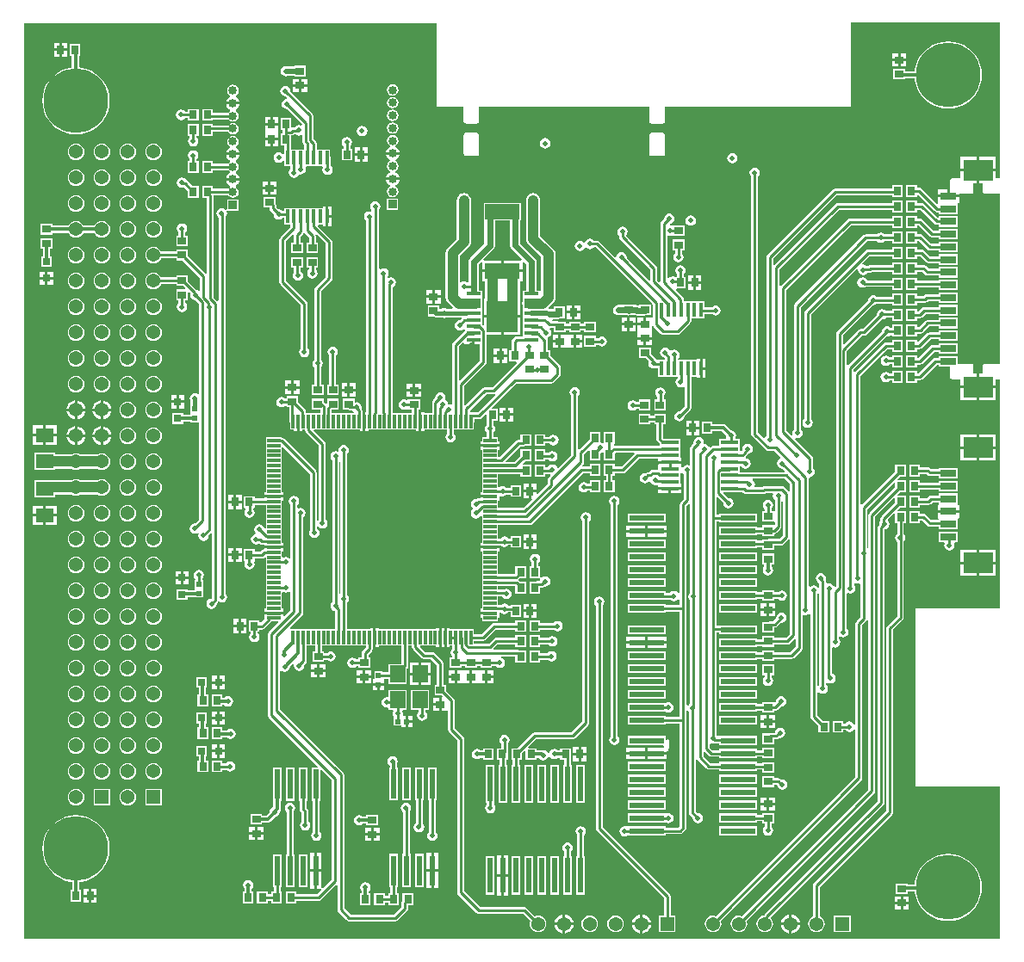
<source format=gbr>
%TF.GenerationSoftware,Altium Limited,Altium Designer,21.8.1 (53)*%
G04 Layer_Physical_Order=1*
G04 Layer_Color=255*
%FSLAX45Y45*%
%MOMM*%
%TF.SameCoordinates,1CF0B822-2DD9-431B-A6BE-AAED35006C4B*%
%TF.FilePolarity,Positive*%
%TF.FileFunction,Copper,L1,Top,Signal*%
%TF.Part,Single*%
G01*
G75*
%TA.AperFunction,SMDPad,CuDef*%
%ADD10R,3.42000X1.49000*%
%ADD11R,0.35000X1.40000*%
%ADD12R,0.90000X0.80000*%
%ADD13R,0.55000X0.55000*%
%ADD14R,0.80000X0.80000*%
%ADD15R,1.40000X0.35000*%
%ADD16R,3.05000X3.05000*%
%ADD17R,0.80000X0.80000*%
%ADD18R,3.50000X0.60000*%
%ADD19R,0.60000X3.00000*%
%ADD20R,0.80000X0.90000*%
%ADD21R,0.60000X3.50000*%
%ADD22R,0.35000X1.35000*%
%ADD23R,1.35000X0.35000*%
%ADD24R,0.55000X0.55000*%
%ADD25R,1.50000X1.70000*%
%ADD26R,1.78000X0.42000*%
%TA.AperFunction,ConnectorPad*%
%ADD27R,1.60000X0.80000*%
%ADD28R,3.00000X2.10000*%
%TA.AperFunction,SMDPad,CuDef*%
%ADD29R,1.80000X1.40000*%
%TA.AperFunction,Conductor*%
%ADD30C,0.25400*%
%ADD31C,1.00000*%
%ADD32C,0.30000*%
%ADD33C,0.40000*%
%ADD34C,0.60000*%
%ADD35C,0.50000*%
%TA.AperFunction,ComponentPad*%
%ADD36C,0.85000*%
%ADD37R,0.85000X0.85000*%
%ADD38C,1.37000*%
%ADD39R,1.37000X1.37000*%
%ADD40R,1.37000X1.37000*%
%ADD41C,6.35000*%
%TA.AperFunction,ViaPad*%
%ADD42C,0.50000*%
G36*
X9590000Y7487297D02*
X9550400D01*
Y7553699D01*
X9387700D01*
Y7436000D01*
X9419103D01*
Y7361400D01*
X9421074Y7351489D01*
X9426688Y7343087D01*
X9435090Y7337474D01*
X9445000Y7335502D01*
X9590000D01*
X9590000Y5662298D01*
X9445000D01*
X9435090Y5660326D01*
X9426688Y5654712D01*
X9421074Y5646311D01*
X9419103Y5636400D01*
Y5561800D01*
X9387700D01*
Y5444099D01*
X9550400D01*
Y5510502D01*
X9590000D01*
Y3254277D01*
X8761553D01*
Y1500000D01*
X9590000D01*
Y0D01*
X0D01*
Y9010000D01*
X4050000D01*
Y8187500D01*
X4319102D01*
Y8050000D01*
X4321074Y8040090D01*
X4326688Y8031688D01*
X4335089Y8026074D01*
X4345000Y8024103D01*
X4445000D01*
X4454911Y8026074D01*
X4463312Y8031688D01*
X4468926Y8040090D01*
X4470898Y8050000D01*
Y8187500D01*
X6144102D01*
Y8050000D01*
X6146074Y8040090D01*
X6151687Y8031688D01*
X6160089Y8026074D01*
X6170000Y8024103D01*
X6270000D01*
X6279910Y8026074D01*
X6288312Y8031688D01*
X6293926Y8040090D01*
X6295897Y8050000D01*
Y8187500D01*
X8125000D01*
Y9017000D01*
X9590000Y9017000D01*
Y7487297D01*
D02*
G37*
%LPC*%
G36*
X420400Y8820400D02*
X367700D01*
Y8762700D01*
X420400D01*
Y8820400D01*
D02*
G37*
G36*
X342300D02*
X289600D01*
Y8762700D01*
X342300D01*
Y8820400D01*
D02*
G37*
G36*
X420400Y8737300D02*
X367700D01*
Y8679600D01*
X420400D01*
Y8737300D01*
D02*
G37*
G36*
X342300D02*
X289600D01*
Y8679600D01*
X342300D01*
Y8737300D01*
D02*
G37*
G36*
X8670400Y8715400D02*
X8612700D01*
Y8662700D01*
X8670400D01*
Y8715400D01*
D02*
G37*
G36*
X8587300D02*
X8529600D01*
Y8662700D01*
X8587300D01*
Y8715400D01*
D02*
G37*
G36*
X2767700Y8592700D02*
X2652300D01*
Y8585881D01*
X2592051D01*
X2589665Y8587476D01*
X2570000Y8591387D01*
X2550335Y8587476D01*
X2533664Y8576336D01*
X2522524Y8559665D01*
X2518613Y8540000D01*
X2522524Y8520335D01*
X2533664Y8503664D01*
X2550335Y8492524D01*
X2570000Y8488613D01*
X2589665Y8492524D01*
X2592051Y8494118D01*
X2652300D01*
Y8487300D01*
X2767700D01*
Y8592700D01*
D02*
G37*
G36*
X8670400Y8637300D02*
X8612700D01*
Y8584600D01*
X8670400D01*
Y8637300D01*
D02*
G37*
G36*
X8587300D02*
X8529600D01*
Y8584600D01*
X8587300D01*
Y8637300D01*
D02*
G37*
G36*
X9082000Y8833221D02*
X9030186Y8829143D01*
X8979647Y8817010D01*
X8931629Y8797120D01*
X8887313Y8769963D01*
X8847792Y8736209D01*
X8814037Y8696687D01*
X8786880Y8652371D01*
X8766990Y8604353D01*
X8754857Y8553814D01*
X8753902Y8541686D01*
X8657700D01*
Y8562700D01*
X8542300D01*
Y8457300D01*
X8657700D01*
Y8470314D01*
X8753273D01*
X8754857Y8450186D01*
X8766990Y8399647D01*
X8786880Y8351629D01*
X8814037Y8307313D01*
X8847792Y8267791D01*
X8887313Y8234037D01*
X8931629Y8206880D01*
X8979647Y8186990D01*
X9030186Y8174857D01*
X9082000Y8170779D01*
X9133815Y8174857D01*
X9184353Y8186990D01*
X9232371Y8206880D01*
X9276687Y8234037D01*
X9316209Y8267791D01*
X9349964Y8307313D01*
X9377120Y8351629D01*
X9397010Y8399647D01*
X9409143Y8450186D01*
X9413221Y8502000D01*
X9409143Y8553814D01*
X9397010Y8604353D01*
X9377120Y8652371D01*
X9349964Y8696687D01*
X9316209Y8736209D01*
X9276687Y8769963D01*
X9232371Y8797120D01*
X9184353Y8817010D01*
X9133815Y8829143D01*
X9082000Y8833221D01*
D02*
G37*
G36*
X2780400Y8465400D02*
X2722700D01*
Y8412700D01*
X2780400D01*
Y8465400D01*
D02*
G37*
G36*
X2697300D02*
X2639600D01*
Y8412700D01*
X2697300D01*
Y8465400D01*
D02*
G37*
G36*
X2780400Y8387300D02*
X2722700D01*
Y8334600D01*
X2780400D01*
Y8387300D01*
D02*
G37*
G36*
X3620000Y8411282D02*
X3598462Y8406997D01*
X3580203Y8394797D01*
X3568003Y8376538D01*
X3563719Y8355000D01*
X3568003Y8333462D01*
X3580203Y8315203D01*
X3598462Y8303003D01*
X3620000Y8298718D01*
X3641538Y8303003D01*
X3659797Y8315203D01*
X3671997Y8333462D01*
X3676282Y8355000D01*
X3671997Y8376538D01*
X3659797Y8394797D01*
X3641538Y8406997D01*
X3620000Y8411282D01*
D02*
G37*
G36*
X2050000Y8406282D02*
X2028462Y8401997D01*
X2010203Y8389797D01*
X1998003Y8371538D01*
X1993718Y8350000D01*
X1998003Y8328462D01*
X2010203Y8310203D01*
X2023550Y8301285D01*
X2022699Y8287186D01*
X2015757Y8284311D01*
X2001573Y8273427D01*
X1990689Y8259243D01*
X1983847Y8242725D01*
X1983186Y8237700D01*
X2050000D01*
X2116814D01*
X2116152Y8242725D01*
X2109310Y8259243D01*
X2098427Y8273427D01*
X2084243Y8284311D01*
X2077301Y8287186D01*
X2076450Y8301285D01*
X2089797Y8310203D01*
X2101997Y8328462D01*
X2106282Y8350000D01*
X2101997Y8371538D01*
X2089797Y8389797D01*
X2071538Y8401997D01*
X2050000Y8406282D01*
D02*
G37*
G36*
X3620000Y8286282D02*
X3598462Y8281997D01*
X3580203Y8269797D01*
X3568003Y8251538D01*
X3563719Y8230000D01*
X3568003Y8208462D01*
X3580203Y8190203D01*
X3598462Y8178003D01*
X3620000Y8173718D01*
X3641538Y8178003D01*
X3659797Y8190203D01*
X3671997Y8208462D01*
X3676282Y8230000D01*
X3671997Y8251538D01*
X3659797Y8269797D01*
X3641538Y8281997D01*
X3620000Y8286282D01*
D02*
G37*
G36*
X1712700Y8167700D02*
X1607300D01*
Y8143341D01*
X1578338D01*
X1576336Y8146336D01*
X1559665Y8157476D01*
X1540000Y8161387D01*
X1520335Y8157476D01*
X1503664Y8146336D01*
X1492524Y8129665D01*
X1488613Y8110000D01*
X1492524Y8090335D01*
X1503664Y8073664D01*
X1520335Y8062524D01*
X1540000Y8058613D01*
X1559665Y8062524D01*
X1576336Y8073664D01*
X1578338Y8076659D01*
X1607300D01*
Y8052300D01*
X1712700D01*
Y8167700D01*
D02*
G37*
G36*
X2116814Y8212300D02*
X2050000D01*
X1983186D01*
X1983847Y8207275D01*
X1990689Y8190757D01*
X2001573Y8176573D01*
X2015757Y8165690D01*
X2022699Y8162814D01*
X2023550Y8148715D01*
X2010203Y8139797D01*
X2005889Y8133341D01*
X1852700D01*
Y8167700D01*
X1747300D01*
Y8052300D01*
X1852700D01*
Y8066660D01*
X2005889D01*
X2010203Y8060203D01*
X2028462Y8048003D01*
X2050000Y8043718D01*
X2071538Y8048003D01*
X2089797Y8060203D01*
X2101997Y8078462D01*
X2106282Y8100000D01*
X2101997Y8121538D01*
X2089797Y8139797D01*
X2076450Y8148715D01*
X2077301Y8162814D01*
X2084243Y8165690D01*
X2098427Y8176573D01*
X2109310Y8190757D01*
X2116152Y8207275D01*
X2116814Y8212300D01*
D02*
G37*
G36*
X3620000Y8161282D02*
X3598462Y8156997D01*
X3580203Y8144797D01*
X3568003Y8126538D01*
X3563719Y8105000D01*
X3568003Y8083462D01*
X3580203Y8065203D01*
X3598462Y8053003D01*
X3620000Y8048718D01*
X3641538Y8053003D01*
X3659797Y8065203D01*
X3671997Y8083462D01*
X3676282Y8105000D01*
X3671997Y8126538D01*
X3659797Y8144797D01*
X3641538Y8156997D01*
X3620000Y8161282D01*
D02*
G37*
G36*
X2495400Y8090400D02*
X2442700D01*
Y8032700D01*
X2495400D01*
Y8090400D01*
D02*
G37*
G36*
X2417300D02*
X2364600D01*
Y8032700D01*
X2417300D01*
Y8090400D01*
D02*
G37*
G36*
X2050000Y8031282D02*
X2028462Y8026997D01*
X2010203Y8014797D01*
X2005889Y8008341D01*
X1852700D01*
Y8017700D01*
X1747300D01*
Y7902300D01*
X1852700D01*
Y7941660D01*
X2005889D01*
X2010203Y7935203D01*
X2028462Y7923003D01*
X2050000Y7918718D01*
X2071538Y7923003D01*
X2089797Y7935203D01*
X2101997Y7953462D01*
X2106282Y7975000D01*
X2101997Y7996538D01*
X2089797Y8014797D01*
X2071538Y8026997D01*
X2050000Y8031282D01*
D02*
G37*
G36*
X2565400Y8395287D02*
X2545735Y8391376D01*
X2529064Y8380236D01*
X2517924Y8363565D01*
X2514013Y8343900D01*
X2517924Y8324235D01*
X2529064Y8307564D01*
X2545735Y8296424D01*
X2565400Y8292513D01*
X2568934Y8293216D01*
X2581612Y8280538D01*
X2579699Y8273865D01*
X2576266Y8267923D01*
X2558435Y8264376D01*
X2541764Y8253236D01*
X2530624Y8236565D01*
X2526713Y8216900D01*
X2530624Y8197235D01*
X2541764Y8180564D01*
X2558435Y8169424D01*
X2578100Y8165513D01*
X2581634Y8166216D01*
X2728573Y8019277D01*
X2727747Y8013710D01*
X2724866Y8011347D01*
X2713769Y8006033D01*
X2697818Y8009206D01*
X2678153Y8005294D01*
X2661482Y7994155D01*
X2656335Y7986452D01*
X2635129D01*
X2632517Y7985933D01*
X2622700Y7993990D01*
Y8077700D01*
X2517300D01*
Y7962300D01*
X2536659D01*
Y7927700D01*
X2517300D01*
Y7812300D01*
X2551659D01*
Y7726263D01*
X2538959Y7722411D01*
X2536336Y7726336D01*
X2519665Y7737476D01*
X2500000Y7741387D01*
X2480335Y7737476D01*
X2463664Y7726336D01*
X2452524Y7709665D01*
X2448613Y7690000D01*
X2452524Y7670335D01*
X2463664Y7653664D01*
X2480335Y7642524D01*
X2500000Y7638613D01*
X2519665Y7642524D01*
X2536336Y7653664D01*
X2542100Y7662290D01*
X2554800Y7658437D01*
Y7604800D01*
X2615199D01*
X2616293Y7592553D01*
Y7579174D01*
X2612930Y7576927D01*
X2601791Y7560256D01*
X2597879Y7540591D01*
X2601791Y7520926D01*
X2612930Y7504255D01*
X2629601Y7493116D01*
X2649266Y7489204D01*
X2668931Y7493116D01*
X2685602Y7504255D01*
X2696742Y7520926D01*
X2697998Y7527241D01*
X2716370Y7523587D01*
X2736035Y7527499D01*
X2752706Y7538638D01*
X2763846Y7555310D01*
X2767757Y7574974D01*
X2764351Y7592100D01*
X2771168Y7604800D01*
X2810199D01*
Y7604800D01*
X2814801D01*
Y7604800D01*
X2867100D01*
X2875200Y7604800D01*
X2887900Y7604800D01*
X2927363D01*
X2934151Y7592100D01*
X2932524Y7589665D01*
X2928613Y7570000D01*
X2932524Y7550335D01*
X2943664Y7533664D01*
X2960335Y7522524D01*
X2980000Y7518613D01*
X2999665Y7522524D01*
X3016336Y7533664D01*
X3027476Y7550335D01*
X3031387Y7570000D01*
X3027476Y7589665D01*
X3016336Y7606336D01*
X3010841Y7610008D01*
Y7685000D01*
X3008303Y7697759D01*
X3005200Y7702403D01*
Y7770200D01*
X2952900D01*
X2944800Y7770200D01*
X2932100Y7770200D01*
X2887900D01*
X2879800Y7770200D01*
X2873541Y7780308D01*
Y7827800D01*
X2871003Y7840559D01*
X2863775Y7851375D01*
X2840241Y7874910D01*
Y8102400D01*
X2837703Y8115159D01*
X2830475Y8125975D01*
X2630980Y8325470D01*
X2639811Y8334600D01*
X2652213Y8334600D01*
X2697300D01*
Y8387300D01*
X2639600D01*
Y8347299D01*
X2639599Y8334811D01*
X2630470Y8325980D01*
X2616084Y8340366D01*
X2616787Y8343900D01*
X2612876Y8363565D01*
X2601736Y8380236D01*
X2585065Y8391376D01*
X2565400Y8395287D01*
D02*
G37*
G36*
X3620000Y8036282D02*
X3598462Y8031997D01*
X3580203Y8019797D01*
X3568003Y8001538D01*
X3563719Y7980000D01*
X3568003Y7958462D01*
X3580203Y7940203D01*
X3598462Y7928003D01*
X3620000Y7923718D01*
X3641538Y7928003D01*
X3659797Y7940203D01*
X3671997Y7958462D01*
X3676282Y7980000D01*
X3671997Y8001538D01*
X3659797Y8019797D01*
X3641538Y8031997D01*
X3620000Y8036282D01*
D02*
G37*
G36*
X547700Y8807700D02*
X442300D01*
Y8692300D01*
X465814D01*
Y8575901D01*
X456186Y8575143D01*
X405647Y8563010D01*
X357629Y8543120D01*
X313313Y8515963D01*
X273791Y8482209D01*
X240037Y8442687D01*
X212880Y8398371D01*
X192990Y8350353D01*
X180857Y8299814D01*
X176779Y8248000D01*
X180857Y8196186D01*
X192990Y8145647D01*
X212880Y8097629D01*
X240037Y8053313D01*
X273791Y8013791D01*
X313313Y7980037D01*
X357629Y7952880D01*
X405647Y7932990D01*
X456186Y7920857D01*
X508000Y7916779D01*
X559814Y7920857D01*
X610353Y7932990D01*
X658371Y7952880D01*
X702687Y7980037D01*
X742209Y8013791D01*
X775963Y8053313D01*
X803120Y8097629D01*
X823010Y8145647D01*
X835143Y8196186D01*
X839221Y8248000D01*
X835143Y8299814D01*
X823010Y8350353D01*
X803120Y8398371D01*
X775963Y8442687D01*
X742209Y8482209D01*
X702687Y8515963D01*
X658371Y8543120D01*
X610353Y8563010D01*
X559814Y8575143D01*
X537186Y8576924D01*
Y8692300D01*
X547700D01*
Y8807700D01*
D02*
G37*
G36*
X3320000Y8001387D02*
X3300335Y7997476D01*
X3283664Y7986336D01*
X3272524Y7969665D01*
X3268613Y7950000D01*
X3272524Y7930335D01*
X3283664Y7913664D01*
X3300335Y7902524D01*
X3320000Y7898613D01*
X3339665Y7902524D01*
X3356336Y7913664D01*
X3367476Y7930335D01*
X3371387Y7950000D01*
X3367476Y7969665D01*
X3356336Y7986336D01*
X3339665Y7997476D01*
X3320000Y8001387D01*
D02*
G37*
G36*
X2495400Y8007300D02*
X2430000D01*
X2364600D01*
Y7953100D01*
X2364600Y7940400D01*
X2364600Y7936900D01*
Y7882701D01*
X2430000D01*
X2495400D01*
Y7936900D01*
X2495400Y7949600D01*
X2495400Y7953100D01*
Y8007300D01*
D02*
G37*
G36*
X1712700Y8017700D02*
X1607300D01*
Y7902300D01*
X1625255D01*
Y7889498D01*
X1622259Y7887496D01*
X1611120Y7870825D01*
X1607208Y7851160D01*
X1611120Y7831495D01*
X1622259Y7814824D01*
X1638930Y7803684D01*
X1658595Y7799773D01*
X1678260Y7803684D01*
X1694932Y7814824D01*
X1706071Y7831495D01*
X1709983Y7851160D01*
X1706071Y7870825D01*
X1694932Y7887496D01*
X1691936Y7889498D01*
Y7902300D01*
X1712700D01*
Y8017700D01*
D02*
G37*
G36*
X2495400Y7857301D02*
X2442700D01*
Y7799600D01*
X2495400D01*
Y7857301D01*
D02*
G37*
G36*
X2417300D02*
X2364600D01*
Y7799600D01*
X2417300D01*
Y7857301D01*
D02*
G37*
G36*
X5120000Y7881387D02*
X5100335Y7877476D01*
X5083664Y7866336D01*
X5072524Y7849665D01*
X5068613Y7830000D01*
X5072524Y7810335D01*
X5083664Y7793664D01*
X5100335Y7782524D01*
X5120000Y7778613D01*
X5139665Y7782524D01*
X5156336Y7793664D01*
X5167476Y7810335D01*
X5171387Y7830000D01*
X5167476Y7849665D01*
X5156336Y7866336D01*
X5139665Y7877476D01*
X5120000Y7881387D01*
D02*
G37*
G36*
X3620000Y7911282D02*
X3598462Y7906997D01*
X3580203Y7894797D01*
X3568003Y7876538D01*
X3563719Y7855000D01*
X3568003Y7833462D01*
X3580203Y7815203D01*
X3593550Y7806285D01*
X3592699Y7792186D01*
X3585757Y7789311D01*
X3571573Y7778427D01*
X3560690Y7764243D01*
X3553848Y7747725D01*
X3553186Y7742700D01*
X3620000D01*
X3686814D01*
X3686153Y7747725D01*
X3679311Y7764243D01*
X3668427Y7778427D01*
X3654243Y7789311D01*
X3647302Y7792186D01*
X3646450Y7806285D01*
X3659797Y7815203D01*
X3671997Y7833462D01*
X3676282Y7855000D01*
X3671997Y7876538D01*
X3659797Y7894797D01*
X3641538Y7906997D01*
X3620000Y7911282D01*
D02*
G37*
G36*
X2050000Y7906282D02*
X2028462Y7901997D01*
X2010203Y7889797D01*
X1998003Y7871538D01*
X1993718Y7850000D01*
X1998003Y7828462D01*
X2010203Y7810203D01*
X2023550Y7801285D01*
X2022699Y7787186D01*
X2015757Y7784311D01*
X2001573Y7773427D01*
X1990689Y7759243D01*
X1983847Y7742725D01*
X1983186Y7737700D01*
X2050000D01*
X2116814D01*
X2116152Y7742725D01*
X2109310Y7759243D01*
X2098427Y7773427D01*
X2084243Y7784311D01*
X2077301Y7787186D01*
X2076450Y7801285D01*
X2089797Y7810203D01*
X2101997Y7828462D01*
X2106282Y7850000D01*
X2101997Y7871538D01*
X2089797Y7889797D01*
X2071538Y7901997D01*
X2050000Y7906282D01*
D02*
G37*
G36*
X3375400Y7790400D02*
X3322700D01*
Y7732701D01*
X3375400D01*
Y7790400D01*
D02*
G37*
G36*
X3297300D02*
X3244600D01*
Y7732701D01*
X3297300D01*
Y7790400D01*
D02*
G37*
G36*
X6270000Y7935898D02*
X6170000D01*
X6160089Y7933926D01*
X6151687Y7928313D01*
X6146074Y7919911D01*
X6144102Y7910000D01*
Y7730000D01*
X6146074Y7720089D01*
X6151687Y7711688D01*
X6160089Y7706074D01*
X6170000Y7704102D01*
X6270000D01*
X6279910Y7706074D01*
X6288312Y7711688D01*
X6293926Y7720089D01*
X6295897Y7730000D01*
Y7910000D01*
X6293926Y7919911D01*
X6288312Y7928313D01*
X6279910Y7933926D01*
X6270000Y7935898D01*
D02*
G37*
G36*
X4445000D02*
X4345000D01*
X4335089Y7933926D01*
X4326688Y7928313D01*
X4321074Y7919911D01*
X4319102Y7910000D01*
Y7730000D01*
X4321074Y7720089D01*
X4326688Y7711688D01*
X4335089Y7706074D01*
X4345000Y7704102D01*
X4445000D01*
X4454911Y7706074D01*
X4463312Y7711688D01*
X4468926Y7720089D01*
X4470898Y7730000D01*
Y7910000D01*
X4468926Y7919911D01*
X4463312Y7928313D01*
X4454911Y7933926D01*
X4445000Y7935898D01*
D02*
G37*
G36*
X1270000Y7828901D02*
X1248803Y7826110D01*
X1229050Y7817928D01*
X1212088Y7804913D01*
X1199072Y7787950D01*
X1190890Y7768198D01*
X1188099Y7747000D01*
X1190890Y7725802D01*
X1199072Y7706050D01*
X1212088Y7689087D01*
X1229050Y7676072D01*
X1248803Y7667890D01*
X1270000Y7665099D01*
X1291198Y7667890D01*
X1310951Y7676072D01*
X1327913Y7689087D01*
X1340928Y7706050D01*
X1349110Y7725802D01*
X1351901Y7747000D01*
X1349110Y7768198D01*
X1340928Y7787950D01*
X1327913Y7804913D01*
X1310951Y7817928D01*
X1291198Y7826110D01*
X1270000Y7828901D01*
D02*
G37*
G36*
X1016000D02*
X994803Y7826110D01*
X975050Y7817928D01*
X958088Y7804913D01*
X945072Y7787950D01*
X936890Y7768198D01*
X934099Y7747000D01*
X936890Y7725802D01*
X945072Y7706050D01*
X958088Y7689087D01*
X975050Y7676072D01*
X994803Y7667890D01*
X1016000Y7665099D01*
X1037198Y7667890D01*
X1056951Y7676072D01*
X1073913Y7689087D01*
X1086928Y7706050D01*
X1095110Y7725802D01*
X1097901Y7747000D01*
X1095110Y7768198D01*
X1086928Y7787950D01*
X1073913Y7804913D01*
X1056951Y7817928D01*
X1037198Y7826110D01*
X1016000Y7828901D01*
D02*
G37*
G36*
X762000D02*
X740803Y7826110D01*
X721050Y7817928D01*
X704088Y7804913D01*
X691072Y7787950D01*
X682890Y7768198D01*
X680099Y7747000D01*
X682890Y7725802D01*
X691072Y7706050D01*
X704088Y7689087D01*
X721050Y7676072D01*
X740803Y7667890D01*
X762000Y7665099D01*
X783198Y7667890D01*
X802951Y7676072D01*
X819913Y7689087D01*
X832928Y7706050D01*
X841110Y7725802D01*
X843901Y7747000D01*
X841110Y7768198D01*
X832928Y7787950D01*
X819913Y7804913D01*
X802951Y7817928D01*
X783198Y7826110D01*
X762000Y7828901D01*
D02*
G37*
G36*
X508000D02*
X486803Y7826110D01*
X467050Y7817928D01*
X450088Y7804913D01*
X437072Y7787950D01*
X428890Y7768198D01*
X426099Y7747000D01*
X428890Y7725802D01*
X437072Y7706050D01*
X450088Y7689087D01*
X467050Y7676072D01*
X486803Y7667890D01*
X508000Y7665099D01*
X529198Y7667890D01*
X548951Y7676072D01*
X565913Y7689087D01*
X578928Y7706050D01*
X587110Y7725802D01*
X589901Y7747000D01*
X587110Y7768198D01*
X578928Y7787950D01*
X565913Y7804913D01*
X548951Y7817928D01*
X529198Y7826110D01*
X508000Y7828901D01*
D02*
G37*
G36*
X3170000Y7891387D02*
X3150335Y7887476D01*
X3133664Y7876336D01*
X3122524Y7859665D01*
X3118613Y7840000D01*
X3122524Y7820335D01*
X3133664Y7803664D01*
X3136659Y7801662D01*
Y7777700D01*
X3117300D01*
Y7662300D01*
X3222700D01*
Y7777700D01*
X3203341D01*
Y7801662D01*
X3206336Y7803664D01*
X3217476Y7820335D01*
X3221387Y7840000D01*
X3217476Y7859665D01*
X3206336Y7876336D01*
X3189665Y7887476D01*
X3170000Y7891387D01*
D02*
G37*
G36*
X3375400Y7707301D02*
X3322700D01*
Y7649600D01*
X3375400D01*
Y7707301D01*
D02*
G37*
G36*
X3297300D02*
X3244600D01*
Y7649600D01*
X3297300D01*
Y7707301D01*
D02*
G37*
G36*
X2116814Y7712300D02*
X2050000D01*
X1983186D01*
X1983847Y7707275D01*
X1990689Y7690757D01*
X2001573Y7676573D01*
X2015757Y7665690D01*
X2022699Y7662814D01*
X2023550Y7648715D01*
X2010203Y7639797D01*
X2005889Y7633341D01*
X1852700D01*
Y7657700D01*
X1747300D01*
Y7542300D01*
X1852700D01*
Y7566659D01*
X2005889D01*
X2010203Y7560203D01*
X2023550Y7551285D01*
X2022699Y7537186D01*
X2015757Y7534311D01*
X2001573Y7523427D01*
X1990689Y7509243D01*
X1983847Y7492725D01*
X1983186Y7487700D01*
X2050000D01*
X2116814D01*
X2116152Y7492725D01*
X2109310Y7509243D01*
X2098427Y7523427D01*
X2084243Y7534311D01*
X2077301Y7537186D01*
X2076450Y7551285D01*
X2089797Y7560203D01*
X2101997Y7578462D01*
X2106282Y7600000D01*
X2101997Y7621538D01*
X2089797Y7639797D01*
X2076450Y7648715D01*
X2077301Y7662814D01*
X2084243Y7665690D01*
X2098427Y7676573D01*
X2109310Y7690757D01*
X2116152Y7707275D01*
X2116814Y7712300D01*
D02*
G37*
G36*
X6959600Y7734887D02*
X6939935Y7730976D01*
X6923264Y7719836D01*
X6912124Y7703165D01*
X6908213Y7683500D01*
X6912124Y7663835D01*
X6923264Y7647164D01*
X6939935Y7636024D01*
X6959600Y7632113D01*
X6979265Y7636024D01*
X6995936Y7647164D01*
X7007076Y7663835D01*
X7010987Y7683500D01*
X7007076Y7703165D01*
X6995936Y7719836D01*
X6979265Y7730976D01*
X6959600Y7734887D01*
D02*
G37*
G36*
X9550400Y7696800D02*
X9387700D01*
Y7579099D01*
X9550400D01*
Y7696800D01*
D02*
G37*
G36*
X9362300D02*
X9199600D01*
Y7579099D01*
X9362300D01*
Y7696800D01*
D02*
G37*
G36*
X1660000Y7761387D02*
X1640335Y7757476D01*
X1623664Y7746336D01*
X1612524Y7729665D01*
X1608613Y7710000D01*
X1612524Y7690335D01*
X1623664Y7673664D01*
X1626659Y7671662D01*
Y7657700D01*
X1607300D01*
Y7542300D01*
X1712700D01*
Y7657700D01*
X1693341D01*
Y7671662D01*
X1696336Y7673664D01*
X1707476Y7690335D01*
X1711387Y7710000D01*
X1707476Y7729665D01*
X1696336Y7746336D01*
X1679665Y7757476D01*
X1660000Y7761387D01*
D02*
G37*
G36*
X3686814Y7717300D02*
X3620000D01*
X3553186D01*
X3553848Y7712275D01*
X3560690Y7695757D01*
X3571573Y7681573D01*
X3585757Y7670690D01*
X3592699Y7667814D01*
X3593550Y7653715D01*
X3580203Y7644797D01*
X3568003Y7626538D01*
X3563719Y7605000D01*
X3568003Y7583462D01*
X3580203Y7565203D01*
X3593550Y7556285D01*
X3592699Y7542186D01*
X3585757Y7539311D01*
X3571573Y7528427D01*
X3560690Y7514243D01*
X3553848Y7497725D01*
X3553186Y7492700D01*
X3620000D01*
X3686814D01*
X3686153Y7497725D01*
X3679311Y7514243D01*
X3668427Y7528427D01*
X3654243Y7539311D01*
X3647302Y7542186D01*
X3646450Y7556285D01*
X3659797Y7565203D01*
X3671997Y7583462D01*
X3676282Y7605000D01*
X3671997Y7626538D01*
X3659797Y7644797D01*
X3646450Y7653715D01*
X3647302Y7667814D01*
X3654243Y7670690D01*
X3668427Y7681573D01*
X3679311Y7695757D01*
X3686153Y7712275D01*
X3686814Y7717300D01*
D02*
G37*
G36*
X1270000Y7574901D02*
X1248803Y7572110D01*
X1229050Y7563928D01*
X1212088Y7550913D01*
X1199072Y7533950D01*
X1190890Y7514198D01*
X1188099Y7493000D01*
X1190890Y7471802D01*
X1199072Y7452050D01*
X1212088Y7435087D01*
X1229050Y7422072D01*
X1248803Y7413890D01*
X1270000Y7411099D01*
X1291198Y7413890D01*
X1310951Y7422072D01*
X1327913Y7435087D01*
X1340928Y7452050D01*
X1349110Y7471802D01*
X1351901Y7493000D01*
X1349110Y7514198D01*
X1340928Y7533950D01*
X1327913Y7550913D01*
X1310951Y7563928D01*
X1291198Y7572110D01*
X1270000Y7574901D01*
D02*
G37*
G36*
X1016000D02*
X994803Y7572110D01*
X975050Y7563928D01*
X958088Y7550913D01*
X945072Y7533950D01*
X936890Y7514198D01*
X934099Y7493000D01*
X936890Y7471802D01*
X945072Y7452050D01*
X958088Y7435087D01*
X975050Y7422072D01*
X994803Y7413890D01*
X1016000Y7411099D01*
X1037198Y7413890D01*
X1056951Y7422072D01*
X1073913Y7435087D01*
X1086928Y7452050D01*
X1095110Y7471802D01*
X1097901Y7493000D01*
X1095110Y7514198D01*
X1086928Y7533950D01*
X1073913Y7550913D01*
X1056951Y7563928D01*
X1037198Y7572110D01*
X1016000Y7574901D01*
D02*
G37*
G36*
X762000D02*
X740803Y7572110D01*
X721050Y7563928D01*
X704088Y7550913D01*
X691072Y7533950D01*
X682890Y7514198D01*
X680099Y7493000D01*
X682890Y7471802D01*
X691072Y7452050D01*
X704088Y7435087D01*
X721050Y7422072D01*
X740803Y7413890D01*
X762000Y7411099D01*
X783198Y7413890D01*
X802951Y7422072D01*
X819913Y7435087D01*
X832928Y7452050D01*
X841110Y7471802D01*
X843901Y7493000D01*
X841110Y7514198D01*
X832928Y7533950D01*
X819913Y7550913D01*
X802951Y7563928D01*
X783198Y7572110D01*
X762000Y7574901D01*
D02*
G37*
G36*
X508000D02*
X486803Y7572110D01*
X467050Y7563928D01*
X450088Y7550913D01*
X437072Y7533950D01*
X428890Y7514198D01*
X426099Y7493000D01*
X428890Y7471802D01*
X437072Y7452050D01*
X450088Y7435087D01*
X467050Y7422072D01*
X486803Y7413890D01*
X508000Y7411099D01*
X529198Y7413890D01*
X548951Y7422072D01*
X565913Y7435087D01*
X578928Y7452050D01*
X587110Y7471802D01*
X589901Y7493000D01*
X587110Y7514198D01*
X578928Y7533950D01*
X565913Y7550913D01*
X548951Y7563928D01*
X529198Y7572110D01*
X508000Y7574901D01*
D02*
G37*
G36*
X2480400Y7455400D02*
X2422700D01*
Y7402699D01*
X2480400D01*
Y7455400D01*
D02*
G37*
G36*
X2397300D02*
X2339600D01*
Y7402699D01*
X2397300D01*
Y7455400D01*
D02*
G37*
G36*
X2116814Y7462300D02*
X2050000D01*
X1983186D01*
X1983847Y7457275D01*
X1990689Y7440757D01*
X2001573Y7426573D01*
X2015757Y7415690D01*
X2022699Y7412814D01*
X2023550Y7398715D01*
X2010203Y7389797D01*
X2005889Y7383341D01*
X1852700D01*
Y7407700D01*
X1747300D01*
Y7292300D01*
X1793960D01*
Y6550748D01*
X1790304Y6548223D01*
X1781260Y6545891D01*
X1613453Y6713698D01*
X1613103Y6715459D01*
X1607700Y6723545D01*
Y6782700D01*
X1492300D01*
Y6764341D01*
X1344081D01*
X1340928Y6771950D01*
X1327913Y6788913D01*
X1310951Y6801928D01*
X1291198Y6810110D01*
X1270000Y6812901D01*
X1248803Y6810110D01*
X1229050Y6801928D01*
X1212088Y6788913D01*
X1199072Y6771950D01*
X1190890Y6752198D01*
X1188099Y6731000D01*
X1190890Y6709802D01*
X1199072Y6690050D01*
X1212088Y6673087D01*
X1229050Y6660072D01*
X1248803Y6651890D01*
X1270000Y6649099D01*
X1291198Y6651890D01*
X1310951Y6660072D01*
X1327913Y6673087D01*
X1340928Y6690050D01*
X1344081Y6697659D01*
X1492300D01*
Y6677300D01*
X1556603D01*
X1558725Y6674125D01*
X1726659Y6506190D01*
Y6382006D01*
X1713959Y6377924D01*
X1699665Y6387476D01*
X1693436Y6388715D01*
X1607700Y6474450D01*
Y6532700D01*
X1492300D01*
Y6510341D01*
X1344081D01*
X1340928Y6517950D01*
X1327913Y6534913D01*
X1310951Y6547928D01*
X1291198Y6556110D01*
X1270000Y6558901D01*
X1248803Y6556110D01*
X1229050Y6547928D01*
X1212088Y6534913D01*
X1199072Y6517950D01*
X1190890Y6498198D01*
X1188099Y6477000D01*
X1190890Y6455802D01*
X1199072Y6436050D01*
X1212088Y6419087D01*
X1229050Y6406072D01*
X1248803Y6397890D01*
X1270000Y6395099D01*
X1291198Y6397890D01*
X1310951Y6406072D01*
X1327913Y6419087D01*
X1340928Y6436050D01*
X1344081Y6443659D01*
X1492300D01*
Y6427300D01*
X1560549D01*
X1583416Y6404433D01*
X1578556Y6392700D01*
X1492300D01*
Y6287300D01*
X1516659D01*
Y6258338D01*
X1513664Y6256336D01*
X1502524Y6239665D01*
X1498613Y6220000D01*
X1502524Y6200335D01*
X1513664Y6183664D01*
X1530335Y6172524D01*
X1550000Y6168613D01*
X1569665Y6172524D01*
X1586336Y6183664D01*
X1597476Y6200335D01*
X1601387Y6220000D01*
X1597476Y6239665D01*
X1586336Y6256336D01*
X1583340Y6258338D01*
Y6287300D01*
X1607700D01*
Y6363556D01*
X1619433Y6368416D01*
X1631804Y6356045D01*
X1628613Y6340000D01*
X1632524Y6320335D01*
X1643664Y6303664D01*
X1660335Y6292524D01*
X1680000Y6288613D01*
X1683534Y6289316D01*
X1719259Y6253590D01*
Y5368552D01*
X1706559Y5361763D01*
X1696065Y5368776D01*
X1676400Y5372687D01*
X1656735Y5368776D01*
X1640064Y5357636D01*
X1628924Y5340965D01*
X1625013Y5321300D01*
X1628924Y5301635D01*
X1634117Y5293864D01*
Y5256900D01*
X1633200D01*
Y5219635D01*
X1632616Y5216700D01*
X1633200Y5213764D01*
Y5179600D01*
X1633200Y5176500D01*
Y5166900D01*
X1622163Y5159785D01*
X1561000D01*
Y5174200D01*
X1455600D01*
Y5068800D01*
X1561000D01*
Y5088414D01*
X1633200D01*
Y5086500D01*
X1713600Y5086500D01*
X1719259Y5076144D01*
Y4129890D01*
X1678512Y4089142D01*
X1674978Y4089845D01*
X1655313Y4085934D01*
X1638641Y4074794D01*
X1627502Y4058123D01*
X1623590Y4038458D01*
X1627502Y4018793D01*
X1638641Y4002122D01*
X1655313Y3990982D01*
X1674978Y3987071D01*
X1694643Y3990982D01*
X1701771Y3995745D01*
X1706461Y3993093D01*
X1712064Y3987348D01*
X1708613Y3970000D01*
X1712524Y3950335D01*
X1723664Y3933664D01*
X1740335Y3922524D01*
X1760000Y3918613D01*
X1779665Y3922524D01*
X1796336Y3933664D01*
X1807476Y3950335D01*
X1811387Y3970000D01*
X1810684Y3973534D01*
X1833559Y3996409D01*
X1846259Y3991148D01*
Y3362974D01*
X1840000Y3351387D01*
X1820335Y3347476D01*
X1803664Y3336336D01*
X1792524Y3319665D01*
X1788613Y3300000D01*
X1792524Y3280335D01*
X1803664Y3263664D01*
X1820335Y3252524D01*
X1840000Y3248613D01*
X1859665Y3252524D01*
X1876336Y3263664D01*
X1887476Y3280335D01*
X1891387Y3300000D01*
X1890684Y3303534D01*
X1903175Y3316025D01*
X1905107Y3318915D01*
X1917563Y3321393D01*
X1923035Y3317737D01*
X1942700Y3313825D01*
X1962365Y3317737D01*
X1979036Y3328877D01*
X1990175Y3345548D01*
X1994087Y3365213D01*
X1990175Y3384878D01*
X1979036Y3401549D01*
X1976040Y3403551D01*
Y7103466D01*
X1976336Y7103664D01*
X1987476Y7120335D01*
X1991387Y7140000D01*
X1988752Y7153249D01*
X1987476Y7159665D01*
X1988085Y7160807D01*
X1987476Y7159665D01*
X1987779Y7158140D01*
X1989470Y7162890D01*
X1995781Y7169590D01*
X2003735Y7169800D01*
X2006770Y7169800D01*
X2105200D01*
Y7280200D01*
X1994800D01*
X1994800Y7181556D01*
X1982208Y7171301D01*
X1979339Y7171842D01*
X1976336Y7176336D01*
X1959665Y7187476D01*
X1940000Y7191387D01*
X1920335Y7187476D01*
X1903664Y7176336D01*
X1892524Y7159665D01*
X1888613Y7140000D01*
X1892524Y7120335D01*
X1903664Y7103664D01*
X1909359Y7099858D01*
Y6283515D01*
X1896659Y6278255D01*
X1860641Y6314273D01*
Y7316659D01*
X2005889D01*
X2010203Y7310203D01*
X2028462Y7298003D01*
X2050000Y7293718D01*
X2071538Y7298003D01*
X2089797Y7310203D01*
X2101997Y7328462D01*
X2106282Y7350000D01*
X2101997Y7371538D01*
X2089797Y7389797D01*
X2076450Y7398715D01*
X2077301Y7412814D01*
X2084243Y7415690D01*
X2098427Y7426573D01*
X2109310Y7440757D01*
X2116152Y7457275D01*
X2116814Y7462300D01*
D02*
G37*
G36*
X2480400Y7377299D02*
X2422700D01*
Y7324600D01*
X2480400D01*
Y7377299D01*
D02*
G37*
G36*
X2397300D02*
X2339600D01*
Y7324600D01*
X2397300D01*
Y7377299D01*
D02*
G37*
G36*
X9362300Y7553699D02*
X9199600D01*
Y7487297D01*
X9125000D01*
X9115089Y7485326D01*
X9106688Y7479712D01*
X9101074Y7471310D01*
X9099102Y7461400D01*
Y7376800D01*
X9097700D01*
Y7324100D01*
X9190400D01*
Y7335502D01*
X9305000D01*
X9314911Y7337474D01*
X9323313Y7343087D01*
X9328926Y7351489D01*
X9330898Y7361400D01*
Y7436000D01*
X9362300D01*
Y7553699D01*
D02*
G37*
G36*
X9072300Y7376800D02*
X8979600D01*
Y7324100D01*
X9072300D01*
Y7376800D01*
D02*
G37*
G36*
X7180000Y7591387D02*
X7160335Y7587476D01*
X7143664Y7576336D01*
X7132524Y7559665D01*
X7128613Y7540000D01*
X7132524Y7520335D01*
X7143664Y7503664D01*
X7146660Y7501662D01*
Y4967663D01*
X7149198Y4954904D01*
X7156425Y4944088D01*
X7289542Y4810971D01*
X7300358Y4803744D01*
X7313117Y4801206D01*
X7370881D01*
X7432264Y4739823D01*
X7428126Y4726000D01*
X7413664Y4716336D01*
X7402524Y4699665D01*
X7398613Y4680000D01*
X7402524Y4660335D01*
X7413664Y4643664D01*
X7430335Y4632524D01*
X7450000Y4628613D01*
X7453534Y4629316D01*
X7475276Y4607574D01*
X7470415Y4595841D01*
X7035700D01*
Y4647689D01*
X7048400Y4651542D01*
X7053664Y4643664D01*
X7070335Y4632524D01*
X7090000Y4628613D01*
X7109665Y4632524D01*
X7126336Y4643664D01*
X7137476Y4660335D01*
X7141387Y4680000D01*
X7137476Y4699665D01*
X7126336Y4716336D01*
X7109665Y4727476D01*
X7095420Y4730309D01*
X7090625Y4743475D01*
X7104487Y4757336D01*
X7111714Y4768153D01*
X7112423Y4771716D01*
X7113021Y4772314D01*
X7129665Y4775624D01*
X7146336Y4786764D01*
X7157476Y4803435D01*
X7161387Y4823100D01*
X7157476Y4842765D01*
X7146336Y4859436D01*
X7129665Y4870575D01*
X7110000Y4874487D01*
X7090335Y4870575D01*
X7073664Y4859436D01*
X7062524Y4842765D01*
X7058613Y4823100D01*
X7060420Y4814014D01*
X7057336Y4810930D01*
X7050109Y4800114D01*
X7037177Y4800199D01*
X7035700Y4800811D01*
Y4921200D01*
X7000903D01*
X6994315Y4931654D01*
X6994488Y4933900D01*
X6998287Y4953000D01*
X6994376Y4972665D01*
X6983236Y4989336D01*
X6966565Y5000476D01*
X6946900Y5004387D01*
X6946133Y5004235D01*
X6895134Y5055234D01*
X6883556Y5062969D01*
X6869900Y5065686D01*
X6762700D01*
Y5087700D01*
X6657300D01*
Y4972300D01*
X6762700D01*
Y4994314D01*
X6855118D01*
X6895665Y4953767D01*
X6895513Y4953000D01*
X6899312Y4933900D01*
X6899485Y4931654D01*
X6892897Y4921200D01*
X6832300D01*
Y4855841D01*
X6773263D01*
X6760504Y4853303D01*
X6749688Y4846075D01*
X6742136Y4838523D01*
X6728313Y4842661D01*
X6718649Y4857123D01*
X6701978Y4868262D01*
X6689986Y4870648D01*
X6679614Y4883600D01*
X6680787Y4889500D01*
X6676876Y4909165D01*
X6665736Y4925836D01*
X6649065Y4936976D01*
X6629400Y4940887D01*
X6609735Y4936976D01*
X6593064Y4925836D01*
X6581924Y4909165D01*
X6578013Y4889500D01*
X6579820Y4880414D01*
X6555425Y4856019D01*
X6548197Y4845202D01*
X6545660Y4832443D01*
Y4668642D01*
X6532959Y4661794D01*
X6515900Y4665187D01*
X6496235Y4661276D01*
X6479564Y4650136D01*
X6473100Y4640462D01*
X6460400Y4644315D01*
Y4679800D01*
X6231600D01*
Y4620924D01*
X6226137Y4616441D01*
X6173863D01*
X6161105Y4613903D01*
X6150288Y4606676D01*
X6139453Y4595841D01*
X6129191D01*
X6116433Y4593303D01*
X6106141Y4586427D01*
X6102462Y4587158D01*
X6082797Y4583247D01*
X6066126Y4572107D01*
X6054987Y4555436D01*
X6051075Y4535771D01*
X6054987Y4516106D01*
X6066126Y4499435D01*
X6082797Y4488296D01*
X6102462Y4484384D01*
X6122127Y4488296D01*
X6138798Y4499435D01*
X6140295Y4501674D01*
X6153599Y4498726D01*
X6163664Y4483664D01*
X6180335Y4472524D01*
X6200000Y4468613D01*
X6218900Y4472372D01*
X6220191Y4472374D01*
X6231600Y4469103D01*
Y4445200D01*
X6460400D01*
Y4478900D01*
X6447700D01*
Y4581100D01*
X6460400D01*
Y4583285D01*
X6473100Y4587138D01*
X6479564Y4577464D01*
X6486659Y4572723D01*
Y4333810D01*
X6452625Y4299775D01*
X6445397Y4288959D01*
X6442859Y4276200D01*
Y3402130D01*
X6430159Y3398277D01*
X6421629Y3411043D01*
X6404958Y3422183D01*
X6385293Y3426094D01*
X6365628Y3422183D01*
X6348957Y3411043D01*
X6346955Y3408048D01*
X6304420D01*
Y3422139D01*
X5929020D01*
Y3336740D01*
X6304420D01*
Y3341366D01*
X6346955D01*
X6348957Y3338371D01*
X6365628Y3327231D01*
X6385293Y3323320D01*
X6404958Y3327231D01*
X6421629Y3338371D01*
X6430159Y3351137D01*
X6442859Y3347284D01*
Y3285780D01*
X6338325D01*
X6338324Y3285780D01*
X6304420D01*
Y3295139D01*
X5929020D01*
Y3209740D01*
X6304420D01*
Y3219099D01*
X6338323D01*
X6338324Y3219099D01*
X6442859D01*
Y2188500D01*
X6304420D01*
Y2197859D01*
X5929020D01*
Y2112460D01*
X6304420D01*
Y2121819D01*
X6442859D01*
Y1110010D01*
X6431690Y1098840D01*
X6304420D01*
Y1108199D01*
X5929020D01*
X5929020Y1108200D01*
X5916320Y1108141D01*
X5900000Y1111387D01*
X5880335Y1107476D01*
X5863664Y1096336D01*
X5852524Y1079665D01*
X5848613Y1060000D01*
X5852524Y1040335D01*
X5863664Y1023664D01*
X5880335Y1012524D01*
X5900000Y1008613D01*
X5919665Y1012524D01*
X5935043Y1022800D01*
X6304420D01*
Y1032159D01*
X6445500D01*
X6458259Y1034697D01*
X6469075Y1041924D01*
X6499775Y1072624D01*
X6507002Y1083441D01*
X6509540Y1096200D01*
Y2155160D01*
Y2244071D01*
X6522240Y2247924D01*
X6529564Y2236964D01*
X6532559Y2234962D01*
Y1244100D01*
X6535097Y1231341D01*
X6542325Y1220525D01*
X6569316Y1193534D01*
X6568613Y1190000D01*
X6572524Y1170335D01*
X6583664Y1153664D01*
X6600335Y1142524D01*
X6620000Y1138613D01*
X6639665Y1142524D01*
X6656336Y1153664D01*
X6667476Y1170335D01*
X6671387Y1190000D01*
X6667476Y1209665D01*
X6656336Y1226336D01*
X6639665Y1237476D01*
X6620000Y1241387D01*
X6616466Y1240684D01*
X6599241Y1257910D01*
Y1766446D01*
X6611023Y1774282D01*
X6611941Y1774178D01*
X6618525Y1764325D01*
X6705925Y1676924D01*
X6716741Y1669697D01*
X6729500Y1667159D01*
X6829020D01*
Y1657800D01*
X7204420D01*
Y1667159D01*
X7252300D01*
Y1637300D01*
X7367700D01*
Y1742700D01*
X7252300D01*
Y1733840D01*
X7204420D01*
Y1743199D01*
X6829020D01*
Y1733840D01*
X6743310D01*
X6675441Y1801710D01*
Y1839448D01*
X6688141Y1844709D01*
X6728925Y1803924D01*
X6739742Y1796697D01*
X6752501Y1794159D01*
X6829020D01*
Y1784800D01*
X7204420D01*
Y1794159D01*
X7252300D01*
Y1777300D01*
X7367700D01*
Y1882700D01*
X7252300D01*
Y1860840D01*
X7204420D01*
Y1870199D01*
X6829020D01*
Y1860840D01*
X6766311D01*
X6740241Y1886910D01*
Y1920037D01*
X6752941Y1926885D01*
X6770000Y1923492D01*
X6785925Y1926659D01*
X6829020D01*
Y1911800D01*
X7204420D01*
Y1997199D01*
X6829020D01*
Y1997200D01*
X6816699Y1996285D01*
X6816320Y1996273D01*
X6806336Y2011215D01*
X6803340Y2013217D01*
Y3016659D01*
X6829020D01*
Y3001460D01*
X7204420D01*
Y3086859D01*
X6829020D01*
Y3083341D01*
X6803340D01*
Y4108099D01*
X6829020D01*
Y4098740D01*
X7204420D01*
Y4184139D01*
X6829020D01*
Y4174780D01*
X6803340D01*
Y4342915D01*
X6815074Y4347776D01*
X6869315Y4293534D01*
X6868613Y4290000D01*
X6872524Y4270335D01*
X6883664Y4253664D01*
X6900335Y4242524D01*
X6920000Y4238613D01*
X6939665Y4242524D01*
X6956336Y4253664D01*
X6967476Y4270335D01*
X6971387Y4290000D01*
X6967476Y4309665D01*
X6956336Y4326336D01*
X6939665Y4337476D01*
X6920000Y4341387D01*
X6916466Y4340684D01*
X6870084Y4387067D01*
X6874944Y4398800D01*
X7035700D01*
Y4399160D01*
X7058599D01*
X7070452Y4387306D01*
X7081269Y4380079D01*
X7094028Y4377541D01*
X7264355D01*
X7277114Y4380079D01*
X7287930Y4387306D01*
X7290384Y4389759D01*
X7355158D01*
X7362006Y4377059D01*
X7358613Y4360000D01*
X7362524Y4340335D01*
X7373664Y4323664D01*
X7376659Y4321662D01*
Y4221689D01*
X7367700Y4212700D01*
X7363959Y4212700D01*
X7343341D01*
Y4231662D01*
X7346336Y4233664D01*
X7357476Y4250335D01*
X7361387Y4270000D01*
X7357476Y4289665D01*
X7346336Y4306336D01*
X7329665Y4317476D01*
X7310000Y4321387D01*
X7290335Y4317476D01*
X7273664Y4306336D01*
X7262524Y4289665D01*
X7258613Y4270000D01*
X7262524Y4250335D01*
X7273664Y4233664D01*
X7276660Y4231662D01*
Y4212700D01*
X7252300D01*
Y4107300D01*
X7363959D01*
X7367700Y4107300D01*
X7376659Y4098311D01*
Y4081689D01*
X7367700Y4072700D01*
X7252300D01*
Y4047780D01*
X7204420D01*
Y4057139D01*
X6829020D01*
Y3971740D01*
X7204420D01*
Y3981099D01*
X7252300D01*
Y3967300D01*
X7367700D01*
Y3986660D01*
X7370000D01*
X7382759Y3989198D01*
X7393575Y3996425D01*
X7433575Y4036425D01*
X7440802Y4047241D01*
X7443340Y4060000D01*
Y4308934D01*
X7443959Y4309386D01*
X7456659Y4302928D01*
Y3973810D01*
X7423490Y3940641D01*
X7322421D01*
X7309662Y3938103D01*
X7301576Y3932700D01*
X7252300D01*
Y3920780D01*
X7204420D01*
Y3930139D01*
X6829020D01*
Y3844740D01*
X7204420D01*
Y3854099D01*
X7252300D01*
Y3827300D01*
X7367700D01*
Y3873959D01*
X7437300D01*
X7450059Y3876497D01*
X7460875Y3883725D01*
X7513575Y3936425D01*
X7513960Y3937000D01*
X7526660Y3933147D01*
Y3003810D01*
X7486190Y2963341D01*
X7367700D01*
Y2982700D01*
X7252300D01*
Y2950500D01*
X7204420D01*
Y2959859D01*
X6829020D01*
Y2874460D01*
X7204420D01*
Y2883819D01*
X7252300D01*
Y2877300D01*
X7367700D01*
Y2896659D01*
X7500000D01*
X7512759Y2899197D01*
X7523575Y2906425D01*
X7571826Y2954676D01*
X7583559Y2949815D01*
Y2880710D01*
X7526350Y2823500D01*
X7367700D01*
Y2842700D01*
X7252300D01*
Y2823500D01*
X7204420D01*
Y2832859D01*
X6829020D01*
Y2747460D01*
X7204420D01*
Y2756819D01*
X7252300D01*
Y2737300D01*
X7367700D01*
Y2756819D01*
X7540160D01*
X7552919Y2759357D01*
X7563735Y2766584D01*
X7640475Y2843325D01*
X7647703Y2854141D01*
X7650240Y2866900D01*
Y3185158D01*
X7662941Y3192006D01*
X7680000Y3188613D01*
X7699665Y3192524D01*
X7713959Y3202076D01*
X7726659Y3197994D01*
Y2190000D01*
X7729197Y2177241D01*
X7736425Y2166424D01*
X7807300Y2095549D01*
Y2032300D01*
X7912700D01*
Y2147700D01*
X7849450D01*
X7793341Y2203810D01*
Y2432925D01*
X7806041Y2436777D01*
X7812264Y2427464D01*
X7828935Y2416324D01*
X7848600Y2412413D01*
X7868265Y2416324D01*
X7884936Y2427464D01*
X7896076Y2444135D01*
X7899987Y2463800D01*
X7896076Y2483465D01*
X7884936Y2500136D01*
X7881941Y2502138D01*
Y2518148D01*
X7894641Y2524937D01*
X7905135Y2517924D01*
X7924800Y2514013D01*
X7944465Y2517924D01*
X7961136Y2529064D01*
X7972276Y2545735D01*
X7976187Y2565400D01*
X7972276Y2585065D01*
X7961136Y2601736D01*
X7944465Y2612876D01*
X7940241Y2613716D01*
Y2865158D01*
X7952941Y2872006D01*
X7970000Y2868613D01*
X7989665Y2872524D01*
X8006336Y2883664D01*
X8017476Y2900335D01*
X8021387Y2920000D01*
X8017476Y2939665D01*
X8006336Y2956336D01*
X8003341Y2958338D01*
Y2977994D01*
X8016041Y2982076D01*
X8030335Y2972524D01*
X8050000Y2968613D01*
X8069665Y2972524D01*
X8086336Y2983664D01*
X8097476Y3000335D01*
X8101387Y3020000D01*
X8097476Y3039665D01*
X8086336Y3056336D01*
X8083340Y3058338D01*
Y3398605D01*
X8096040Y3405394D01*
X8100335Y3402524D01*
X8120000Y3398613D01*
X8139665Y3402524D01*
X8156336Y3413664D01*
X8167476Y3430335D01*
X8171387Y3450000D01*
X8167476Y3469665D01*
X8156336Y3486336D01*
X8155327Y3487011D01*
X8155652Y3499822D01*
X8166105Y3505351D01*
X8170335Y3502524D01*
X8190000Y3498613D01*
X8207059Y3502006D01*
X8219759Y3495158D01*
Y3168046D01*
X8181425Y3129712D01*
X8174198Y3118896D01*
X8171660Y3106137D01*
Y2103456D01*
X8158960Y2102205D01*
X8157476Y2109665D01*
X8146336Y2126336D01*
X8129665Y2137476D01*
X8110000Y2141387D01*
X8090335Y2137476D01*
X8073664Y2126336D01*
X8071662Y2123340D01*
X8052700D01*
Y2147700D01*
X7947300D01*
Y2032300D01*
X8052700D01*
Y2056659D01*
X8071662D01*
X8073664Y2053664D01*
X8090335Y2042524D01*
X8110000Y2038613D01*
X8129665Y2042524D01*
X8146336Y2053664D01*
X8157476Y2070335D01*
X8158960Y2077795D01*
X8171660Y2076544D01*
Y1598810D01*
X6798807Y225958D01*
X6791197Y229110D01*
X6770000Y231901D01*
X6748802Y229110D01*
X6729050Y220928D01*
X6712087Y207912D01*
X6699072Y190950D01*
X6690890Y171198D01*
X6688099Y150000D01*
X6690890Y128802D01*
X6699072Y109050D01*
X6712087Y92087D01*
X6729050Y79072D01*
X6748802Y70890D01*
X6770000Y68099D01*
X6791197Y70890D01*
X6810950Y79072D01*
X6827912Y92087D01*
X6840928Y109050D01*
X6849110Y128802D01*
X6851901Y150000D01*
X6849110Y171198D01*
X6845958Y178807D01*
X8228575Y1561425D01*
X8235803Y1572241D01*
X8238341Y1585000D01*
Y3092327D01*
X8276675Y3130661D01*
X8283902Y3141478D01*
X8285159Y3147797D01*
X8297859Y3146546D01*
Y1471010D01*
X7052807Y225958D01*
X7045197Y229110D01*
X7024000Y231901D01*
X7002802Y229110D01*
X6983050Y220928D01*
X6966087Y207912D01*
X6953072Y190950D01*
X6944890Y171198D01*
X6942099Y150000D01*
X6944890Y128802D01*
X6953072Y109050D01*
X6966087Y92087D01*
X6983050Y79072D01*
X7002802Y70890D01*
X7024000Y68099D01*
X7045197Y70890D01*
X7064950Y79072D01*
X7081912Y92087D01*
X7094928Y109050D01*
X7103110Y128802D01*
X7105901Y150000D01*
X7103110Y171198D01*
X7099958Y178807D01*
X8354775Y1433625D01*
X8362003Y1444441D01*
X8364541Y1457200D01*
Y4158290D01*
X8547667Y4341417D01*
X8559400Y4336556D01*
Y4295051D01*
X8426425Y4162076D01*
X8419198Y4151259D01*
X8416660Y4138500D01*
Y4116180D01*
X8405624Y4099665D01*
X8401713Y4080000D01*
X8402416Y4076466D01*
X8400715Y4074765D01*
X8393487Y4063949D01*
X8390949Y4051190D01*
Y1358100D01*
X7275778Y242929D01*
X7268551Y232113D01*
X7268253Y230618D01*
X7256802Y229110D01*
X7237050Y220928D01*
X7220087Y207912D01*
X7207072Y190950D01*
X7198890Y171198D01*
X7196099Y150000D01*
X7198890Y128802D01*
X7207072Y109050D01*
X7220087Y92087D01*
X7237050Y79072D01*
X7256802Y70890D01*
X7278000Y68099D01*
X7299197Y70890D01*
X7318950Y79072D01*
X7335912Y92087D01*
X7348928Y109050D01*
X7357110Y128802D01*
X7359901Y150000D01*
X7357110Y171198D01*
X7348928Y190950D01*
X7335912Y207912D01*
X7335860Y208710D01*
X8447865Y1320715D01*
X8455093Y1331531D01*
X8457631Y1344290D01*
Y4029514D01*
X8472765Y4032524D01*
X8489436Y4043664D01*
X8500576Y4060335D01*
X8504487Y4080000D01*
X8500576Y4099665D01*
X8489436Y4116336D01*
X8489748Y4131098D01*
X8547667Y4189017D01*
X8559400Y4184156D01*
Y4095500D01*
X8578759D01*
Y3989741D01*
X8573664Y3986336D01*
X8562524Y3969665D01*
X8558613Y3950000D01*
X8562524Y3930335D01*
X8573664Y3913664D01*
X8578759Y3910259D01*
Y3177610D01*
X8485425Y3084275D01*
X8478197Y3073459D01*
X8475659Y3060700D01*
Y1262810D01*
X7762425Y549575D01*
X7755197Y538759D01*
X7752659Y526000D01*
Y224080D01*
X7745050Y220928D01*
X7728087Y207912D01*
X7715072Y190950D01*
X7706890Y171198D01*
X7704099Y150000D01*
X7706890Y128802D01*
X7715072Y109050D01*
X7728087Y92087D01*
X7745050Y79072D01*
X7764802Y70890D01*
X7786000Y68099D01*
X7807197Y70890D01*
X7826950Y79072D01*
X7843912Y92087D01*
X7856928Y109050D01*
X7865110Y128802D01*
X7867901Y150000D01*
X7865110Y171198D01*
X7856928Y190950D01*
X7843912Y207912D01*
X7826950Y220928D01*
X7819340Y224080D01*
Y512190D01*
X8532575Y1225425D01*
X8539803Y1236241D01*
X8542341Y1249000D01*
Y3046890D01*
X8635675Y3140224D01*
X8642902Y3151041D01*
X8645440Y3163800D01*
Y3913065D01*
X8646336Y3913664D01*
X8657476Y3930335D01*
X8661387Y3950000D01*
X8657476Y3969665D01*
X8646336Y3986336D01*
X8645440Y3986935D01*
Y4095500D01*
X8664800D01*
Y4210900D01*
X8586144D01*
X8581284Y4222633D01*
X8606550Y4247900D01*
X8664800D01*
Y4363300D01*
X8586144D01*
X8581284Y4375033D01*
X8606550Y4400300D01*
X8664800D01*
Y4515700D01*
X8586144D01*
X8581284Y4527433D01*
X8606550Y4552700D01*
X8664800D01*
Y4668100D01*
X8559400D01*
Y4599851D01*
X8232941Y4273392D01*
X8220241Y4278652D01*
Y5543090D01*
X8483810Y5806659D01*
X8529300D01*
Y5780500D01*
X8634700D01*
Y5895900D01*
X8529300D01*
Y5873341D01*
X8470000D01*
X8457241Y5870803D01*
X8446425Y5863575D01*
X8166041Y5583191D01*
X8155336Y5586428D01*
X8153341Y5587916D01*
Y5606190D01*
X8476466Y5929316D01*
X8480000Y5928613D01*
X8499665Y5932524D01*
X8516336Y5943664D01*
X8516600Y5944058D01*
X8529300Y5941626D01*
Y5932900D01*
X8634700D01*
Y6048300D01*
X8529300D01*
Y6018374D01*
X8516600Y6015942D01*
X8516336Y6016336D01*
X8499665Y6027476D01*
X8480000Y6031387D01*
X8460335Y6027476D01*
X8443664Y6016336D01*
X8432524Y5999665D01*
X8428613Y5980000D01*
X8429316Y5976466D01*
X8096425Y5643575D01*
X8096040Y5643000D01*
X8083340Y5646853D01*
Y5784311D01*
X8235796Y5936766D01*
X8256107D01*
X8268866Y5939304D01*
X8279682Y5946531D01*
X8429266Y6096116D01*
X8432800Y6095413D01*
X8452465Y6099324D01*
X8469136Y6110464D01*
X8471138Y6113459D01*
X8529300D01*
Y6085300D01*
X8634700D01*
Y6200700D01*
X8529300D01*
Y6180141D01*
X8471138D01*
X8469136Y6183136D01*
X8452465Y6194276D01*
X8432800Y6198187D01*
X8413135Y6194276D01*
X8396464Y6183136D01*
X8385324Y6166465D01*
X8381413Y6146800D01*
X8382116Y6143266D01*
X8242297Y6003447D01*
X8221986D01*
X8209227Y6000909D01*
X8198411Y5993682D01*
X8056974Y5852245D01*
X8045240Y5857105D01*
Y5940690D01*
X8340366Y6235816D01*
X8343900Y6235113D01*
X8363565Y6239024D01*
X8380236Y6250164D01*
X8382238Y6253159D01*
X8529300D01*
Y6237700D01*
X8634700D01*
Y6353100D01*
X8529300D01*
Y6319841D01*
X8382238D01*
X8380236Y6322836D01*
X8363565Y6333976D01*
X8343900Y6337887D01*
X8324235Y6333976D01*
X8307564Y6322836D01*
X8296424Y6306165D01*
X8292513Y6286500D01*
X8293216Y6282966D01*
X7988325Y5978075D01*
X7981097Y5967259D01*
X7978559Y5954500D01*
Y3477138D01*
X7970027Y3470041D01*
X7957202Y3472619D01*
X7948036Y3486336D01*
X7931365Y3497476D01*
X7911700Y3501387D01*
X7894641Y3497994D01*
X7881941Y3504842D01*
Y3524744D01*
X7879403Y3537502D01*
X7879017Y3538081D01*
X7881387Y3550000D01*
X7877476Y3569665D01*
X7866336Y3586336D01*
X7849665Y3597476D01*
X7830000Y3601387D01*
X7810335Y3597476D01*
X7793664Y3586336D01*
X7782524Y3569665D01*
X7778613Y3550000D01*
X7782524Y3530335D01*
X7793664Y3513664D01*
X7810335Y3502524D01*
X7815259Y3501545D01*
Y3460875D01*
X7802559Y3457023D01*
X7796336Y3466336D01*
X7779665Y3477476D01*
X7760000Y3481387D01*
X7740335Y3477476D01*
X7726040Y3467924D01*
X7713340Y3472006D01*
Y4536988D01*
X7716120Y4541840D01*
X7724256Y4549459D01*
X7739665Y4552524D01*
X7756336Y4563664D01*
X7767476Y4580335D01*
X7771387Y4600000D01*
X7767476Y4619665D01*
X7756336Y4636336D01*
X7753341Y4638338D01*
Y4730000D01*
X7750803Y4742759D01*
X7743575Y4753575D01*
X7575659Y4921491D01*
X7575984Y4922256D01*
X7583146Y4931965D01*
X7600000Y4928613D01*
X7619665Y4932524D01*
X7636336Y4943664D01*
X7647476Y4960335D01*
X7651387Y4980000D01*
X7647476Y4999665D01*
X7636336Y5016336D01*
X7633341Y5018338D01*
Y6216190D01*
X8285161Y6868010D01*
X8380362D01*
X8382364Y6865015D01*
X8399035Y6853875D01*
X8418700Y6849964D01*
X8438365Y6853875D01*
X8455036Y6865015D01*
X8459476Y6871659D01*
X8529300D01*
Y6847300D01*
X8634700D01*
Y6962700D01*
X8529300D01*
Y6938340D01*
X8454059D01*
X8438365Y6948827D01*
X8418700Y6952738D01*
X8399035Y6948827D01*
X8382364Y6937687D01*
X8380362Y6934691D01*
X8271351D01*
X8258592Y6932154D01*
X8247776Y6924926D01*
X7576425Y6253575D01*
X7569197Y6242759D01*
X7566659Y6230000D01*
Y5018338D01*
X7563664Y5016336D01*
X7552524Y4999665D01*
X7548613Y4980000D01*
X7551965Y4963146D01*
X7542256Y4955983D01*
X7541491Y4955659D01*
X7493341Y5003810D01*
Y6386190D01*
X8131210Y7024059D01*
X8529300D01*
Y6999700D01*
X8634700D01*
Y7115100D01*
X8529300D01*
Y7090740D01*
X8117400D01*
X8104641Y7088203D01*
X8093825Y7080975D01*
X7436425Y6423575D01*
X7436041Y6423000D01*
X7423340Y6426853D01*
Y6591111D01*
X8008689Y7176459D01*
X8529300D01*
Y7152100D01*
X8634700D01*
Y7267500D01*
X8529300D01*
Y7243140D01*
X7994879D01*
X7982120Y7240602D01*
X7971304Y7233375D01*
X7372941Y6635012D01*
X7360241Y6640272D01*
Y6693090D01*
X7983810Y7316659D01*
X8529300D01*
Y7304500D01*
X8634700D01*
Y7419900D01*
X8529300D01*
Y7383341D01*
X7970000D01*
X7957241Y7380803D01*
X7946425Y7373575D01*
X7303325Y6730475D01*
X7296097Y6719659D01*
X7293559Y6706900D01*
Y4948338D01*
X7290564Y4946336D01*
X7280900Y4931874D01*
X7267077Y4927736D01*
X7213341Y4981473D01*
Y7501662D01*
X7216336Y7503664D01*
X7227476Y7520335D01*
X7231387Y7540000D01*
X7227476Y7559665D01*
X7216336Y7576336D01*
X7199665Y7587476D01*
X7180000Y7591387D01*
D02*
G37*
G36*
X3686814Y7467300D02*
X3620000D01*
X3553186D01*
X3553848Y7462275D01*
X3560690Y7445757D01*
X3571573Y7431573D01*
X3585757Y7420690D01*
X3592699Y7417814D01*
X3593550Y7403715D01*
X3580203Y7394797D01*
X3568003Y7376538D01*
X3563719Y7355000D01*
X3568003Y7333462D01*
X3580203Y7315203D01*
X3598462Y7303003D01*
X3620000Y7298718D01*
X3641538Y7303003D01*
X3659797Y7315203D01*
X3671997Y7333462D01*
X3676282Y7355000D01*
X3671997Y7376538D01*
X3659797Y7394797D01*
X3646450Y7403715D01*
X3647302Y7417814D01*
X3654243Y7420690D01*
X3668427Y7431573D01*
X3679311Y7445757D01*
X3686153Y7462275D01*
X3686814Y7467300D01*
D02*
G37*
G36*
X1549400Y7493587D02*
X1529735Y7489676D01*
X1513064Y7478536D01*
X1501924Y7461865D01*
X1498013Y7442200D01*
X1501924Y7422535D01*
X1513064Y7405864D01*
X1529735Y7394724D01*
X1549400Y7390813D01*
X1569065Y7394724D01*
X1571499Y7396351D01*
X1607300Y7360549D01*
Y7292300D01*
X1712700D01*
Y7407700D01*
X1654451D01*
X1601082Y7461068D01*
X1594444Y7465504D01*
X1585736Y7478536D01*
X1569065Y7489676D01*
X1549400Y7493587D01*
D02*
G37*
G36*
X3675200Y7285200D02*
X3564800D01*
Y7174800D01*
X3675200D01*
Y7285200D01*
D02*
G37*
G36*
X3450000Y7261387D02*
X3430335Y7257476D01*
X3413664Y7246336D01*
X3402524Y7229665D01*
X3398613Y7210000D01*
X3402524Y7190335D01*
X3412524Y7175370D01*
X3413072Y7170615D01*
X3412639Y7168378D01*
X3399185Y7159560D01*
X3390000Y7161387D01*
X3370335Y7157476D01*
X3353664Y7146336D01*
X3342524Y7129665D01*
X3338613Y7110000D01*
X3342524Y7090335D01*
X3353664Y7073664D01*
X3356660Y7071662D01*
Y5187900D01*
X3352700D01*
Y5095000D01*
Y5002100D01*
X3382900D01*
Y5014800D01*
X3847100D01*
Y5002100D01*
X3877300D01*
Y5095000D01*
Y5187900D01*
X3873341D01*
Y5207300D01*
X3887700D01*
Y5312700D01*
X3772300D01*
Y5309612D01*
X3759600Y5302824D01*
X3750127Y5309153D01*
X3730462Y5313065D01*
X3710798Y5309153D01*
X3694126Y5298014D01*
X3682987Y5281343D01*
X3679075Y5261678D01*
X3682987Y5242013D01*
X3694126Y5225342D01*
X3710798Y5214202D01*
X3730462Y5210291D01*
X3750127Y5214202D01*
X3759600Y5220532D01*
X3772300Y5213743D01*
Y5207300D01*
X3806660D01*
Y5175200D01*
X3623341D01*
Y6414981D01*
X3636336Y6423664D01*
X3647476Y6440335D01*
X3651387Y6460000D01*
X3647476Y6479665D01*
X3636336Y6496336D01*
X3619665Y6507476D01*
X3600000Y6511387D01*
X3580335Y6507476D01*
X3572346Y6517412D01*
X3571521Y6521423D01*
X3577476Y6530335D01*
X3581387Y6550000D01*
X3577476Y6569665D01*
X3566336Y6586336D01*
X3549665Y6597476D01*
X3530000Y6601387D01*
X3510335Y6597476D01*
X3499141Y6589996D01*
X3486441Y6596645D01*
Y7173820D01*
X3497476Y7190335D01*
X3501387Y7210000D01*
X3497476Y7229665D01*
X3486336Y7246336D01*
X3469665Y7257476D01*
X3450000Y7261387D01*
D02*
G37*
G36*
X1270000Y7320901D02*
X1248803Y7318110D01*
X1229050Y7309928D01*
X1212088Y7296913D01*
X1199072Y7279950D01*
X1190890Y7260198D01*
X1188099Y7239000D01*
X1190890Y7217802D01*
X1199072Y7198050D01*
X1212088Y7181087D01*
X1229050Y7168072D01*
X1248803Y7159890D01*
X1270000Y7157099D01*
X1291198Y7159890D01*
X1310951Y7168072D01*
X1327913Y7181087D01*
X1340928Y7198050D01*
X1349110Y7217802D01*
X1351901Y7239000D01*
X1349110Y7260198D01*
X1340928Y7279950D01*
X1327913Y7296913D01*
X1310951Y7309928D01*
X1291198Y7318110D01*
X1270000Y7320901D01*
D02*
G37*
G36*
X1016000D02*
X994803Y7318110D01*
X975050Y7309928D01*
X958088Y7296913D01*
X945072Y7279950D01*
X936890Y7260198D01*
X934099Y7239000D01*
X936890Y7217802D01*
X945072Y7198050D01*
X958088Y7181087D01*
X975050Y7168072D01*
X994803Y7159890D01*
X1016000Y7157099D01*
X1037198Y7159890D01*
X1056951Y7168072D01*
X1073913Y7181087D01*
X1086928Y7198050D01*
X1095110Y7217802D01*
X1097901Y7239000D01*
X1095110Y7260198D01*
X1086928Y7279950D01*
X1073913Y7296913D01*
X1056951Y7309928D01*
X1037198Y7318110D01*
X1016000Y7320901D01*
D02*
G37*
G36*
X762000D02*
X740803Y7318110D01*
X721050Y7309928D01*
X704088Y7296913D01*
X691072Y7279950D01*
X682890Y7260198D01*
X680099Y7239000D01*
X682890Y7217802D01*
X691072Y7198050D01*
X704088Y7181087D01*
X721050Y7168072D01*
X740803Y7159890D01*
X762000Y7157099D01*
X783198Y7159890D01*
X802951Y7168072D01*
X819913Y7181087D01*
X832928Y7198050D01*
X841110Y7217802D01*
X843901Y7239000D01*
X841110Y7260198D01*
X832928Y7279950D01*
X819913Y7296913D01*
X802951Y7309928D01*
X783198Y7318110D01*
X762000Y7320901D01*
D02*
G37*
G36*
X508000D02*
X486803Y7318110D01*
X467050Y7309928D01*
X450088Y7296913D01*
X437072Y7279950D01*
X428890Y7260198D01*
X426099Y7239000D01*
X428890Y7217802D01*
X437072Y7198050D01*
X450088Y7181087D01*
X467050Y7168072D01*
X486803Y7159890D01*
X508000Y7157099D01*
X529198Y7159890D01*
X548951Y7168072D01*
X565913Y7181087D01*
X578928Y7198050D01*
X587110Y7217802D01*
X589901Y7239000D01*
X587110Y7260198D01*
X578928Y7279950D01*
X565913Y7296913D01*
X548951Y7309928D01*
X529198Y7318110D01*
X508000Y7320901D01*
D02*
G37*
G36*
X8774700Y7419900D02*
X8669300D01*
Y7304500D01*
X8774700D01*
Y7320627D01*
X8787400Y7325450D01*
X8950025Y7162825D01*
X8960841Y7155597D01*
X8973600Y7153059D01*
X8992300D01*
Y7133700D01*
X9177700D01*
Y7233300D01*
X9177700Y7239100D01*
X9187542Y7246000D01*
X9190400D01*
Y7298700D01*
X9085000D01*
X8979600D01*
Y7246000D01*
X8979600D01*
X8982537Y7238990D01*
X8971900Y7235251D01*
X8821376Y7385775D01*
X8810559Y7393002D01*
X8797800Y7395540D01*
X8774700D01*
Y7419900D01*
D02*
G37*
G36*
X3017900Y7207900D02*
X2987700D01*
Y7125200D01*
X3017900D01*
Y7207900D01*
D02*
G37*
G36*
X762000Y7066901D02*
X740803Y7064110D01*
X721050Y7055928D01*
X704088Y7042913D01*
X691072Y7025950D01*
X688891Y7020686D01*
X581109D01*
X578928Y7025950D01*
X565913Y7042913D01*
X548951Y7055928D01*
X529198Y7064110D01*
X508000Y7066901D01*
X486803Y7064110D01*
X467050Y7055928D01*
X450088Y7042913D01*
X437072Y7025950D01*
X434891Y7020686D01*
X273600D01*
Y7037700D01*
X158200D01*
Y6932300D01*
X273600D01*
Y6949314D01*
X434891D01*
X437072Y6944050D01*
X450088Y6927087D01*
X467050Y6914072D01*
X486803Y6905890D01*
X508000Y6903099D01*
X529198Y6905890D01*
X548951Y6914072D01*
X565913Y6927087D01*
X578928Y6944050D01*
X581109Y6949314D01*
X688891D01*
X691072Y6944050D01*
X704088Y6927087D01*
X721050Y6914072D01*
X740803Y6905890D01*
X762000Y6903099D01*
X783198Y6905890D01*
X802951Y6914072D01*
X819913Y6927087D01*
X832928Y6944050D01*
X841110Y6963802D01*
X843901Y6985000D01*
X841110Y7006198D01*
X832928Y7025950D01*
X819913Y7042913D01*
X802951Y7055928D01*
X783198Y7064110D01*
X762000Y7066901D01*
D02*
G37*
G36*
X6550000Y7121387D02*
X6530335Y7117476D01*
X6513664Y7106336D01*
X6502524Y7089665D01*
X6498613Y7070000D01*
X6502524Y7050335D01*
X6513664Y7033664D01*
X6530335Y7022524D01*
X6550000Y7018613D01*
X6569665Y7022524D01*
X6586336Y7033664D01*
X6597476Y7050335D01*
X6601387Y7070000D01*
X6597476Y7089665D01*
X6586336Y7106336D01*
X6569665Y7117476D01*
X6550000Y7121387D01*
D02*
G37*
G36*
X3017900Y7099800D02*
X2987700D01*
Y7017100D01*
X3017900D01*
Y7099800D01*
D02*
G37*
G36*
X2467700Y7302700D02*
X2352300D01*
Y7197300D01*
X2408960D01*
Y7187700D01*
X2411498Y7174941D01*
X2418725Y7164125D01*
X2449316Y7133534D01*
X2448613Y7130000D01*
X2452524Y7110335D01*
X2463664Y7093664D01*
X2480335Y7082524D01*
X2500000Y7078613D01*
X2519665Y7082524D01*
X2536336Y7093664D01*
X2538338Y7096659D01*
X2554800D01*
Y7029800D01*
X2615199D01*
X2616659Y7017705D01*
Y7007210D01*
X2516425Y6906975D01*
X2509197Y6896159D01*
X2506659Y6883400D01*
Y6464300D01*
X2509197Y6451541D01*
X2516425Y6440725D01*
X2718650Y6238499D01*
Y5815145D01*
X2715654Y5813143D01*
X2704515Y5796472D01*
X2700603Y5776807D01*
X2704515Y5757142D01*
X2715654Y5740470D01*
X2732326Y5729331D01*
X2751991Y5725419D01*
X2771656Y5729331D01*
X2788327Y5740470D01*
X2799466Y5757142D01*
X2803378Y5776807D01*
X2799466Y5796472D01*
X2788327Y5813143D01*
X2785331Y5815145D01*
Y6252309D01*
X2782793Y6265068D01*
X2775566Y6275885D01*
X2573341Y6478110D01*
Y6869590D01*
X2634544Y6930794D01*
X2643648Y6927237D01*
X2646559Y6924848D01*
Y6852700D01*
X2622200D01*
Y6747300D01*
X2737600D01*
Y6852700D01*
X2713240D01*
Y6912290D01*
X2738575Y6937625D01*
X2742352Y6943277D01*
X2754152Y6944784D01*
X2756545Y6944557D01*
X2757168Y6944331D01*
X2796659Y6904840D01*
Y6852700D01*
X2772300D01*
Y6747300D01*
X2887700D01*
Y6852700D01*
X2863340D01*
Y6918650D01*
X2861330Y6928759D01*
X2869875Y6935398D01*
X2871804Y6936246D01*
X2963859Y6844190D01*
Y6516210D01*
X2859325Y6411675D01*
X2852097Y6400859D01*
X2849559Y6388100D01*
Y5702538D01*
X2846564Y5700536D01*
X2835424Y5683865D01*
X2831513Y5664200D01*
X2835424Y5644535D01*
X2846564Y5627864D01*
X2849559Y5625862D01*
Y5456700D01*
X2825200D01*
Y5351300D01*
X2940600D01*
Y5456700D01*
X2916241D01*
Y5625862D01*
X2919236Y5627864D01*
X2930376Y5644535D01*
X2934287Y5664200D01*
X2930376Y5683865D01*
X2919236Y5700536D01*
X2916241Y5702538D01*
Y6374290D01*
X3020775Y6478825D01*
X3028003Y6489641D01*
X3030541Y6502400D01*
Y6858000D01*
X3028003Y6870759D01*
X3020775Y6881575D01*
X2885250Y7017100D01*
X2890511Y7029800D01*
X2932100D01*
Y7017100D01*
X2962300D01*
Y7112500D01*
Y7207900D01*
X2932100D01*
Y7195200D01*
X2887900D01*
X2879800Y7195200D01*
X2867100Y7195200D01*
X2814801D01*
Y7195200D01*
X2810199D01*
Y7195200D01*
X2749801D01*
Y7195200D01*
X2745199D01*
Y7195200D01*
X2684801D01*
Y7195200D01*
X2680199D01*
Y7195200D01*
X2619801D01*
X2619800Y7195200D01*
X2615199D01*
Y7195200D01*
X2607100Y7195200D01*
X2554800D01*
Y7163341D01*
X2538338D01*
X2536336Y7166336D01*
X2519665Y7177476D01*
X2500000Y7181387D01*
X2496466Y7180684D01*
X2475641Y7201510D01*
Y7222700D01*
X2473103Y7235459D01*
X2467700Y7243545D01*
Y7302700D01*
D02*
G37*
G36*
X8774700Y7267500D02*
X8669300D01*
Y7152100D01*
X8774700D01*
Y7176459D01*
X8806390D01*
X8945025Y7037825D01*
X8955841Y7030597D01*
X8968600Y7028059D01*
X8992300D01*
Y7008700D01*
X9177700D01*
Y7114100D01*
X8992300D01*
Y7101525D01*
X8979600Y7097550D01*
X8843776Y7233375D01*
X8832959Y7240602D01*
X8820200Y7243140D01*
X8774700D01*
Y7267500D01*
D02*
G37*
G36*
X1270000Y7066901D02*
X1248803Y7064110D01*
X1229050Y7055928D01*
X1212088Y7042913D01*
X1199072Y7025950D01*
X1190890Y7006198D01*
X1188099Y6985000D01*
X1190890Y6963802D01*
X1199072Y6944050D01*
X1212088Y6927087D01*
X1229050Y6914072D01*
X1248803Y6905890D01*
X1270000Y6903099D01*
X1291198Y6905890D01*
X1310951Y6914072D01*
X1327913Y6927087D01*
X1340928Y6944050D01*
X1349110Y6963802D01*
X1351901Y6985000D01*
X1349110Y7006198D01*
X1340928Y7025950D01*
X1327913Y7042913D01*
X1310951Y7055928D01*
X1291198Y7064110D01*
X1270000Y7066901D01*
D02*
G37*
G36*
X1016000D02*
X994803Y7064110D01*
X975050Y7055928D01*
X958088Y7042913D01*
X945072Y7025950D01*
X936890Y7006198D01*
X934099Y6985000D01*
X936890Y6963802D01*
X945072Y6944050D01*
X958088Y6927087D01*
X975050Y6914072D01*
X994803Y6905890D01*
X1016000Y6903099D01*
X1037198Y6905890D01*
X1056951Y6914072D01*
X1073913Y6927087D01*
X1086928Y6944050D01*
X1095110Y6963802D01*
X1097901Y6985000D01*
X1095110Y7006198D01*
X1086928Y7025950D01*
X1073913Y7042913D01*
X1056951Y7055928D01*
X1037198Y7064110D01*
X1016000Y7066901D01*
D02*
G37*
G36*
X8774700Y7115100D02*
X8669300D01*
Y6999700D01*
X8774700D01*
Y7024059D01*
X8788790D01*
X8896425Y6916425D01*
X8907241Y6909198D01*
X8920000Y6906660D01*
X8992300D01*
Y6883700D01*
X9177700D01*
Y6989100D01*
X8992300D01*
Y6973341D01*
X8933810D01*
X8826175Y7080975D01*
X8815359Y7088202D01*
X8802600Y7090740D01*
X8774700D01*
Y7115100D01*
D02*
G37*
G36*
X1550000Y7041387D02*
X1530335Y7037476D01*
X1513664Y7026336D01*
X1502524Y7009665D01*
X1498613Y6990000D01*
X1502524Y6970335D01*
X1513664Y6953664D01*
X1516659Y6951662D01*
Y6922700D01*
X1492300D01*
Y6817300D01*
X1607700D01*
Y6922700D01*
X1583340D01*
Y6951662D01*
X1586336Y6953664D01*
X1597476Y6970335D01*
X1601387Y6990000D01*
X1597476Y7009665D01*
X1586336Y7026336D01*
X1569665Y7037476D01*
X1550000Y7041387D01*
D02*
G37*
G36*
X8774700Y6962700D02*
X8669300D01*
Y6847300D01*
X8774700D01*
Y6871659D01*
X8791190D01*
X8876425Y6786425D01*
X8887241Y6779198D01*
X8900000Y6776660D01*
X8992300D01*
Y6758700D01*
X9177700D01*
Y6864100D01*
X8992300D01*
Y6843341D01*
X8913810D01*
X8828575Y6928575D01*
X8817759Y6935802D01*
X8805000Y6938340D01*
X8774700D01*
Y6962700D01*
D02*
G37*
G36*
X8634700Y6810300D02*
X8529300D01*
Y6785940D01*
X8292600D01*
X8279841Y6783402D01*
X8269025Y6776175D01*
X7676425Y6183575D01*
X7669198Y6172759D01*
X7666660Y6160000D01*
Y5118338D01*
X7663664Y5116336D01*
X7652524Y5099665D01*
X7648613Y5080000D01*
X7652524Y5060335D01*
X7663664Y5043664D01*
X7680335Y5032524D01*
X7700000Y5028613D01*
X7719665Y5032524D01*
X7736336Y5043664D01*
X7747476Y5060335D01*
X7751387Y5080000D01*
X7747476Y5099665D01*
X7736336Y5116336D01*
X7733341Y5118338D01*
Y6146190D01*
X8183159Y6596009D01*
X8194864Y6589753D01*
X8193994Y6585382D01*
X8197906Y6565717D01*
X8209045Y6549045D01*
X8225717Y6537906D01*
X8245382Y6533994D01*
X8265046Y6537906D01*
X8281718Y6549045D01*
X8285001Y6553959D01*
X8308481D01*
X8321240Y6556497D01*
X8332057Y6563724D01*
X8334992Y6566659D01*
X8529300D01*
Y6542500D01*
X8634700D01*
Y6657900D01*
X8529300D01*
Y6633341D01*
X8321182D01*
X8308423Y6630803D01*
X8297607Y6623576D01*
X8294671Y6620640D01*
X8282438D01*
X8281718Y6621718D01*
X8265046Y6632857D01*
X8245382Y6636769D01*
X8241010Y6635899D01*
X8234754Y6647604D01*
X8306410Y6719259D01*
X8529300D01*
Y6694900D01*
X8634700D01*
Y6810300D01*
D02*
G37*
G36*
X6487700Y6882700D02*
X6372300D01*
Y6777300D01*
X6396660D01*
Y6748338D01*
X6393664Y6746336D01*
X6382524Y6729665D01*
X6378613Y6710000D01*
X6382524Y6690335D01*
X6393664Y6673664D01*
X6410335Y6662524D01*
X6430000Y6658613D01*
X6449665Y6662524D01*
X6466336Y6673664D01*
X6477476Y6690335D01*
X6481387Y6710000D01*
X6477476Y6729665D01*
X6466336Y6746336D01*
X6463341Y6748338D01*
Y6777300D01*
X6487700D01*
Y6882700D01*
D02*
G37*
G36*
X1016000Y6812901D02*
X994803Y6810110D01*
X975050Y6801928D01*
X958088Y6788913D01*
X945072Y6771950D01*
X936890Y6752198D01*
X934099Y6731000D01*
X936890Y6709802D01*
X945072Y6690050D01*
X958088Y6673087D01*
X975050Y6660072D01*
X994803Y6651890D01*
X1016000Y6649099D01*
X1037198Y6651890D01*
X1056951Y6660072D01*
X1073913Y6673087D01*
X1086928Y6690050D01*
X1095110Y6709802D01*
X1097901Y6731000D01*
X1095110Y6752198D01*
X1086928Y6771950D01*
X1073913Y6788913D01*
X1056951Y6801928D01*
X1037198Y6810110D01*
X1016000Y6812901D01*
D02*
G37*
G36*
X762000D02*
X740803Y6810110D01*
X721050Y6801928D01*
X704088Y6788913D01*
X691072Y6771950D01*
X682890Y6752198D01*
X680099Y6731000D01*
X682890Y6709802D01*
X691072Y6690050D01*
X704088Y6673087D01*
X721050Y6660072D01*
X740803Y6651890D01*
X762000Y6649099D01*
X783198Y6651890D01*
X802951Y6660072D01*
X819913Y6673087D01*
X832928Y6690050D01*
X841110Y6709802D01*
X843901Y6731000D01*
X841110Y6752198D01*
X832928Y6771950D01*
X819913Y6788913D01*
X802951Y6801928D01*
X783198Y6810110D01*
X762000Y6812901D01*
D02*
G37*
G36*
X508000D02*
X486803Y6810110D01*
X467050Y6801928D01*
X450088Y6788913D01*
X437072Y6771950D01*
X428890Y6752198D01*
X426099Y6731000D01*
X428890Y6709802D01*
X437072Y6690050D01*
X450088Y6673087D01*
X467050Y6660072D01*
X486803Y6651890D01*
X508000Y6649099D01*
X529198Y6651890D01*
X548951Y6660072D01*
X565913Y6673087D01*
X578928Y6690050D01*
X587110Y6709802D01*
X589901Y6731000D01*
X587110Y6752198D01*
X578928Y6771950D01*
X565913Y6788913D01*
X548951Y6801928D01*
X529198Y6810110D01*
X508000Y6812901D01*
D02*
G37*
G36*
X8774700Y6810300D02*
X8669300D01*
Y6694900D01*
X8774700D01*
Y6719259D01*
X8803590D01*
X8860025Y6662825D01*
X8870841Y6655597D01*
X8883600Y6653059D01*
X8992300D01*
Y6633700D01*
X9177700D01*
Y6739100D01*
X8992300D01*
Y6719740D01*
X8897410D01*
X8840975Y6776175D01*
X8830159Y6783402D01*
X8817400Y6785940D01*
X8774700D01*
Y6810300D01*
D02*
G37*
G36*
X273600Y6897700D02*
X158200D01*
Y6792300D01*
X180214D01*
Y6720100D01*
X163200D01*
Y6614700D01*
X268600D01*
Y6720100D01*
X251586D01*
Y6792300D01*
X273600D01*
Y6897700D01*
D02*
G37*
G36*
X281300Y6567800D02*
X228600D01*
Y6515100D01*
X281300D01*
Y6567800D01*
D02*
G37*
G36*
X203200D02*
X150500D01*
Y6515100D01*
X203200D01*
Y6567800D01*
D02*
G37*
G36*
X8774700Y6657900D02*
X8669300D01*
Y6542500D01*
X8774700D01*
Y6566859D01*
X8825990D01*
X8855025Y6537824D01*
X8865842Y6530597D01*
X8878600Y6528059D01*
X8992300D01*
Y6508700D01*
X9177700D01*
Y6614100D01*
X8992300D01*
Y6594740D01*
X8892410D01*
X8863375Y6623775D01*
X8852559Y6631002D01*
X8839800Y6633540D01*
X8774700D01*
Y6657900D01*
D02*
G37*
G36*
X2887700Y6712700D02*
X2772300D01*
Y6607300D01*
X2796659D01*
Y6588338D01*
X2793664Y6586336D01*
X2782524Y6569665D01*
X2778613Y6550000D01*
X2782524Y6530335D01*
X2793664Y6513664D01*
X2810335Y6502524D01*
X2830000Y6498613D01*
X2849665Y6502524D01*
X2866336Y6513664D01*
X2877476Y6530335D01*
X2881387Y6550000D01*
X2877476Y6569665D01*
X2866336Y6586336D01*
X2863340Y6588338D01*
Y6607300D01*
X2887700D01*
Y6712700D01*
D02*
G37*
G36*
X2737600Y6712700D02*
X2622200D01*
Y6607300D01*
X2646559D01*
Y6555704D01*
X2642524Y6549665D01*
X2638613Y6530000D01*
X2642524Y6510335D01*
X2653664Y6493664D01*
X2670335Y6482524D01*
X2690000Y6478613D01*
X2709665Y6482524D01*
X2726336Y6493664D01*
X2737476Y6510335D01*
X2741387Y6530000D01*
X2737476Y6549665D01*
X2726336Y6566336D01*
X2713240Y6575086D01*
Y6607300D01*
X2737600D01*
Y6712700D01*
D02*
G37*
G36*
X6655400Y6530400D02*
X6602700D01*
Y6472700D01*
X6655400D01*
Y6530400D01*
D02*
G37*
G36*
X6577300D02*
X6524600D01*
Y6472700D01*
X6577300D01*
Y6530400D01*
D02*
G37*
G36*
X6340000Y7141387D02*
X6320335Y7137476D01*
X6303664Y7126336D01*
X6292524Y7109665D01*
X6288613Y7090000D01*
X6289316Y7086466D01*
X6263325Y7060475D01*
X6256097Y7049659D01*
X6253560Y7036900D01*
Y6471552D01*
X6240860Y6466291D01*
X6223341Y6483810D01*
Y6599079D01*
X6220803Y6611838D01*
X6213575Y6622654D01*
X5915998Y6920231D01*
X5916336Y6923664D01*
X5927476Y6940335D01*
X5931387Y6960000D01*
X5927476Y6979665D01*
X5916336Y6996336D01*
X5899665Y7007476D01*
X5880000Y7011387D01*
X5860335Y7007476D01*
X5843664Y6996336D01*
X5832524Y6979665D01*
X5828613Y6960000D01*
X5832524Y6940335D01*
X5843664Y6923664D01*
X5846659Y6921662D01*
Y6909079D01*
X5849197Y6896320D01*
X5856425Y6885504D01*
X6156660Y6585269D01*
Y6485013D01*
X6143960Y6479752D01*
X5920114Y6703598D01*
X5921387Y6710000D01*
X5917476Y6729665D01*
X5906336Y6746336D01*
X5889665Y6757476D01*
X5870000Y6761387D01*
X5850335Y6757476D01*
X5833664Y6746336D01*
X5822524Y6729665D01*
X5819691Y6715420D01*
X5806525Y6710625D01*
X5653575Y6863575D01*
X5642759Y6870803D01*
X5630000Y6873341D01*
X5598338D01*
X5596336Y6876336D01*
X5579665Y6887476D01*
X5560000Y6891387D01*
X5540335Y6887476D01*
X5523664Y6876336D01*
X5512524Y6859665D01*
X5512019Y6857122D01*
X5498536Y6854440D01*
X5497336Y6856236D01*
X5480665Y6867376D01*
X5461000Y6871287D01*
X5441335Y6867376D01*
X5424664Y6856236D01*
X5413524Y6839565D01*
X5409613Y6819900D01*
X5413524Y6800235D01*
X5424664Y6783564D01*
X5441335Y6772424D01*
X5461000Y6768513D01*
X5480665Y6772424D01*
X5497336Y6783564D01*
X5508476Y6800235D01*
X5508981Y6802778D01*
X5522464Y6805460D01*
X5523664Y6803664D01*
X5540335Y6792524D01*
X5560000Y6788613D01*
X5579665Y6792524D01*
X5596336Y6803664D01*
X5598338Y6806659D01*
X5616190D01*
X6176659Y6246190D01*
Y6125507D01*
X6170400Y6115400D01*
X6163959Y6115400D01*
X6112700D01*
Y6050000D01*
X6100000D01*
Y6037300D01*
X6029600D01*
Y5988100D01*
X6029600Y5984600D01*
Y5975400D01*
X6029600Y5971900D01*
Y5922699D01*
X6100000D01*
X6170400D01*
Y5971900D01*
X6170400Y5975400D01*
Y5984600D01*
X6170400Y5988100D01*
Y6027548D01*
X6183100Y6031401D01*
X6186425Y6026425D01*
X6256425Y5956424D01*
X6267241Y5949197D01*
X6280000Y5946659D01*
X6420000D01*
X6432759Y5949197D01*
X6443575Y5956425D01*
X6545915Y6058765D01*
X6553143Y6069581D01*
X6555681Y6082340D01*
Y6096005D01*
X6557141Y6108100D01*
X6568381Y6108100D01*
X6609440D01*
X6617540Y6108100D01*
X6630240Y6108100D01*
X6682540D01*
Y6151559D01*
X6756162D01*
X6758164Y6148564D01*
X6774835Y6137424D01*
X6794500Y6133513D01*
X6814165Y6137424D01*
X6830836Y6148564D01*
X6841976Y6165235D01*
X6845887Y6184900D01*
X6841976Y6204565D01*
X6830836Y6221236D01*
X6814165Y6232376D01*
X6794500Y6236287D01*
X6774835Y6232376D01*
X6758164Y6221236D01*
X6756162Y6218241D01*
X6682540D01*
Y6273500D01*
X6630240D01*
X6622140Y6273500D01*
X6609440Y6273500D01*
X6565240D01*
X6557140Y6273500D01*
X6544440Y6273500D01*
X6492141D01*
X6485881Y6283607D01*
Y6297460D01*
X6483343Y6310219D01*
X6476115Y6321036D01*
X6407551Y6389600D01*
X6412811Y6402300D01*
X6502700D01*
Y6517700D01*
X6483341D01*
Y6541662D01*
X6486336Y6543664D01*
X6497476Y6560335D01*
X6501387Y6580000D01*
X6497476Y6599665D01*
X6486336Y6616336D01*
X6469665Y6627476D01*
X6450000Y6631387D01*
X6430335Y6627476D01*
X6413664Y6616336D01*
X6402524Y6599665D01*
X6398613Y6580000D01*
X6402524Y6560335D01*
X6413664Y6543664D01*
X6416660Y6541662D01*
Y6517700D01*
X6397300D01*
X6397300Y6517700D01*
X6384900Y6518424D01*
X6370000Y6521387D01*
X6350335Y6517476D01*
X6333664Y6506336D01*
X6332941Y6505254D01*
X6320241Y6509107D01*
Y6920158D01*
X6332941Y6927006D01*
X6350000Y6923613D01*
X6359600Y6925522D01*
X6372300Y6917300D01*
Y6917300D01*
X6487700D01*
Y7022700D01*
X6372300D01*
X6372300Y7022700D01*
X6360280Y7024342D01*
X6352073Y7025975D01*
X6347098Y7032856D01*
X6344667Y7038275D01*
X6345536Y7039714D01*
X6359665Y7042524D01*
X6376336Y7053664D01*
X6387476Y7070335D01*
X6391387Y7090000D01*
X6387476Y7109665D01*
X6376336Y7126336D01*
X6359665Y7137476D01*
X6340000Y7141387D01*
D02*
G37*
G36*
X281300Y6489700D02*
X228600D01*
Y6437000D01*
X281300D01*
Y6489700D01*
D02*
G37*
G36*
X203200D02*
X150500D01*
Y6437000D01*
X203200D01*
Y6489700D01*
D02*
G37*
G36*
X1016000Y6558901D02*
X994803Y6556110D01*
X975050Y6547928D01*
X958088Y6534913D01*
X945072Y6517950D01*
X936890Y6498198D01*
X934099Y6477000D01*
X936890Y6455802D01*
X945072Y6436050D01*
X958088Y6419087D01*
X975050Y6406072D01*
X994803Y6397890D01*
X1016000Y6395099D01*
X1037198Y6397890D01*
X1056951Y6406072D01*
X1073913Y6419087D01*
X1086928Y6436050D01*
X1095110Y6455802D01*
X1097901Y6477000D01*
X1095110Y6498198D01*
X1086928Y6517950D01*
X1073913Y6534913D01*
X1056951Y6547928D01*
X1037198Y6556110D01*
X1016000Y6558901D01*
D02*
G37*
G36*
X762000D02*
X740803Y6556110D01*
X721050Y6547928D01*
X704088Y6534913D01*
X691072Y6517950D01*
X682890Y6498198D01*
X680099Y6477000D01*
X682890Y6455802D01*
X691072Y6436050D01*
X704088Y6419087D01*
X721050Y6406072D01*
X740803Y6397890D01*
X762000Y6395099D01*
X783198Y6397890D01*
X802951Y6406072D01*
X819913Y6419087D01*
X832928Y6436050D01*
X841110Y6455802D01*
X843901Y6477000D01*
X841110Y6498198D01*
X832928Y6517950D01*
X819913Y6534913D01*
X802951Y6547928D01*
X783198Y6556110D01*
X762000Y6558901D01*
D02*
G37*
G36*
X508000D02*
X486803Y6556110D01*
X467050Y6547928D01*
X450088Y6534913D01*
X437072Y6517950D01*
X428890Y6498198D01*
X426099Y6477000D01*
X428890Y6455802D01*
X437072Y6436050D01*
X450088Y6419087D01*
X467050Y6406072D01*
X486803Y6397890D01*
X508000Y6395099D01*
X529198Y6397890D01*
X548951Y6406072D01*
X565913Y6419087D01*
X578928Y6436050D01*
X587110Y6455802D01*
X589901Y6477000D01*
X587110Y6498198D01*
X578928Y6517950D01*
X565913Y6534913D01*
X548951Y6547928D01*
X529198Y6556110D01*
X508000Y6558901D01*
D02*
G37*
G36*
X8240000Y6511387D02*
X8220335Y6507476D01*
X8203664Y6496336D01*
X8192524Y6479665D01*
X8188613Y6460000D01*
X8192524Y6440335D01*
X8203664Y6423664D01*
X8220335Y6412524D01*
X8240000Y6408613D01*
X8259665Y6412524D01*
X8265854Y6416660D01*
X8529300D01*
Y6390100D01*
X8634700D01*
Y6505500D01*
X8529300D01*
Y6483341D01*
X8285020D01*
X8276336Y6496336D01*
X8259665Y6507476D01*
X8240000Y6511387D01*
D02*
G37*
G36*
X6655400Y6447300D02*
X6602700D01*
Y6389600D01*
X6655400D01*
Y6447300D01*
D02*
G37*
G36*
X6577300D02*
X6524600D01*
Y6389600D01*
X6577300D01*
Y6447300D01*
D02*
G37*
G36*
X8774700Y6505500D02*
X8669300D01*
Y6390100D01*
X8774700D01*
Y6414459D01*
X8992300D01*
Y6383700D01*
X9177700D01*
Y6489100D01*
X8992300D01*
Y6481140D01*
X8774700D01*
Y6505500D01*
D02*
G37*
G36*
X5000000Y7340604D02*
X4981726Y7338198D01*
X4964698Y7331145D01*
X4950075Y7319924D01*
X4938855Y7305302D01*
X4931802Y7288273D01*
X4929396Y7270000D01*
Y7200000D01*
Y7125000D01*
Y7050000D01*
Y6975000D01*
Y6890000D01*
X4931802Y6871727D01*
X4938855Y6854698D01*
X4950075Y6840076D01*
X5079396Y6710755D01*
Y6383867D01*
X5067179Y6382700D01*
Y6382700D01*
X5035459D01*
Y6663560D01*
X5031579Y6683069D01*
X5020528Y6699608D01*
X4875980Y6844156D01*
Y7070600D01*
X4883700D01*
Y7245000D01*
X4516300D01*
Y7070600D01*
X4522631D01*
Y6842767D01*
X4379472Y6699608D01*
X4368421Y6683069D01*
X4364540Y6663560D01*
Y6465178D01*
X4351840Y6459341D01*
X4339665Y6467476D01*
X4320000Y6471387D01*
X4300335Y6467476D01*
X4293304Y6462778D01*
X4280604Y6469566D01*
Y6720755D01*
X4369924Y6810076D01*
X4381145Y6824698D01*
X4388198Y6841726D01*
X4390604Y6860000D01*
Y7270000D01*
X4388198Y7288273D01*
X4381145Y7305302D01*
X4369924Y7319924D01*
X4355302Y7331145D01*
X4338274Y7338198D01*
X4320000Y7340604D01*
X4301726Y7338198D01*
X4284698Y7331145D01*
X4270076Y7319924D01*
X4258855Y7305302D01*
X4251802Y7288273D01*
X4249396Y7270000D01*
Y6889245D01*
X4160075Y6799924D01*
X4148855Y6785302D01*
X4141802Y6768273D01*
X4139396Y6750000D01*
Y6315000D01*
X4141802Y6296727D01*
X4148855Y6279698D01*
X4160075Y6265076D01*
X4211667Y6213484D01*
X4206407Y6200784D01*
X4156432D01*
X4147165Y6206976D01*
X4127500Y6210887D01*
X4107835Y6206976D01*
X4098568Y6200784D01*
X4080200D01*
Y6232700D01*
X3964800D01*
Y6127300D01*
X4019441D01*
X4026893Y6122321D01*
X4042500Y6119217D01*
X4097071D01*
X4107835Y6112024D01*
X4127500Y6108113D01*
X4147165Y6112024D01*
X4157929Y6119217D01*
X4294105D01*
X4299366Y6106517D01*
X4283534Y6090685D01*
X4280000Y6091387D01*
X4260335Y6087476D01*
X4243664Y6076336D01*
X4232524Y6059665D01*
X4228613Y6040000D01*
X4232524Y6020335D01*
X4243664Y6003664D01*
X4260335Y5992524D01*
X4280000Y5988613D01*
X4299665Y5992524D01*
X4315349Y6003004D01*
X4317999Y6003406D01*
X4330179Y6001522D01*
X4332819Y5997300D01*
Y5992700D01*
X4329113Y5981535D01*
X4328723Y5981275D01*
X4216425Y5868977D01*
X4209198Y5858160D01*
X4206660Y5845402D01*
Y5265983D01*
X4196855Y5260742D01*
X4193960Y5260561D01*
X4175227Y5264287D01*
X4165017Y5262256D01*
X4162021Y5277318D01*
X4150881Y5293990D01*
X4144336Y5298363D01*
X4137476Y5310335D01*
X4138656Y5316269D01*
X4138656Y5316270D01*
X4138943Y5317711D01*
X4141387Y5330000D01*
X4137476Y5349665D01*
X4126336Y5366336D01*
X4109665Y5377476D01*
X4090000Y5381387D01*
X4070335Y5377476D01*
X4053664Y5366336D01*
X4042524Y5349665D01*
X4038613Y5330000D01*
X4039316Y5326466D01*
X4016425Y5303575D01*
X4009197Y5292759D01*
X4006659Y5280000D01*
Y5175200D01*
X3932900D01*
Y5187900D01*
X3902700D01*
Y5095000D01*
Y5002100D01*
X3932900D01*
Y5014800D01*
X4156659D01*
Y4978338D01*
X4153664Y4976336D01*
X4142524Y4959665D01*
X4138613Y4940000D01*
X4142524Y4920335D01*
X4153664Y4903664D01*
X4170335Y4892524D01*
X4190000Y4888613D01*
X4209665Y4892524D01*
X4226336Y4903664D01*
X4237476Y4920335D01*
X4241387Y4940000D01*
X4237476Y4959665D01*
X4226336Y4976336D01*
X4223341Y4978338D01*
Y5014800D01*
X4420200D01*
Y5081339D01*
X4420803Y5082241D01*
X4423341Y5095000D01*
Y5116459D01*
X4468879D01*
X4481638Y5118997D01*
X4492454Y5126225D01*
X4535567Y5169338D01*
X4547300Y5164477D01*
Y5151161D01*
X4546698Y5150259D01*
X4544160Y5137500D01*
Y5060838D01*
X4541164Y5058836D01*
X4530024Y5042165D01*
X4526113Y5022500D01*
X4530024Y5002835D01*
X4541164Y4986164D01*
X4544160Y4984162D01*
Y4937700D01*
X4497300D01*
Y4900400D01*
X4484600D01*
Y4870200D01*
X4577500D01*
X4670400D01*
Y4900400D01*
X4657700D01*
Y4937700D01*
X4610841D01*
Y4984162D01*
X4613836Y4986164D01*
X4624976Y5002835D01*
X4628887Y5022500D01*
X4624976Y5042165D01*
X4613836Y5058836D01*
X4610841Y5060838D01*
Y5102300D01*
X4652700D01*
Y5217700D01*
X4600523D01*
X4595663Y5229433D01*
X4832889Y5466659D01*
X5180000D01*
X5192759Y5469197D01*
X5203575Y5476425D01*
X5263575Y5536425D01*
X5270803Y5547241D01*
X5273340Y5560000D01*
Y5625000D01*
X5270803Y5637759D01*
X5263575Y5648575D01*
X5172700Y5739451D01*
Y5797700D01*
X5148340D01*
Y5890401D01*
X5145803Y5903160D01*
X5144905Y5904503D01*
X5148634Y5918193D01*
X5165305Y5929333D01*
X5176444Y5946004D01*
X5180356Y5965669D01*
X5176444Y5985334D01*
X5165305Y6002005D01*
X5162679Y6003760D01*
X5166531Y6016460D01*
X5204800D01*
Y5969800D01*
X5320200D01*
Y5989160D01*
X5354800D01*
Y5969800D01*
X5470200D01*
Y5989160D01*
X5504800D01*
Y5969800D01*
X5620200D01*
Y6075200D01*
X5504800D01*
Y6055841D01*
X5470200D01*
Y6075200D01*
X5354800D01*
Y6055841D01*
X5320200D01*
Y6075200D01*
X5256045D01*
X5247959Y6080603D01*
X5235200Y6083141D01*
X5186805D01*
X5185796Y6084651D01*
X5192584Y6097351D01*
X5212353D01*
X5231862Y6101231D01*
X5232294Y6101520D01*
X5247500D01*
X5267009Y6105401D01*
X5273593Y6109800D01*
X5310200D01*
Y6225200D01*
X5204800D01*
Y6201148D01*
X5197013Y6199599D01*
X5196581Y6199310D01*
X5162050D01*
X5160000Y6199717D01*
X5157854Y6199290D01*
X5156958Y6199889D01*
X5154591Y6200360D01*
X5150411Y6214140D01*
X5199925Y6263654D01*
X5211145Y6278277D01*
X5218198Y6295305D01*
X5220604Y6313579D01*
Y6740000D01*
X5218198Y6758274D01*
X5211145Y6775302D01*
X5199925Y6789924D01*
X5070604Y6919245D01*
Y6975000D01*
Y7050000D01*
Y7125000D01*
Y7200000D01*
Y7270000D01*
X5068198Y7288273D01*
X5061145Y7305302D01*
X5049924Y7319924D01*
X5035302Y7331145D01*
X5018273Y7338198D01*
X5000000Y7340604D01*
D02*
G37*
G36*
X4092900Y6385400D02*
X4035200D01*
Y6332701D01*
X4092900D01*
Y6385400D01*
D02*
G37*
G36*
X4009800D02*
X3952100D01*
Y6332701D01*
X4009800D01*
Y6385400D01*
D02*
G37*
G36*
X9177700Y6364100D02*
X8992300D01*
Y6344740D01*
X8871400D01*
X8858641Y6342202D01*
X8847825Y6334975D01*
X8841590Y6328740D01*
X8774700D01*
Y6353100D01*
X8669300D01*
Y6237700D01*
X8774700D01*
Y6262059D01*
X8855400D01*
X8868159Y6264597D01*
X8878975Y6271825D01*
X8885210Y6278059D01*
X8992300D01*
Y6258700D01*
X9177700D01*
Y6364100D01*
D02*
G37*
G36*
X4092900Y6307301D02*
X4035200D01*
Y6254600D01*
X4092900D01*
Y6307301D01*
D02*
G37*
G36*
X4009800D02*
X3952100D01*
Y6254600D01*
X4009800D01*
Y6307301D01*
D02*
G37*
G36*
X6157700Y6242700D02*
X6042300D01*
Y6238480D01*
X6028686D01*
X6020000Y6240207D01*
X6017950Y6239800D01*
X5997700D01*
Y6242700D01*
X5882300D01*
Y6239800D01*
X5842050D01*
X5840000Y6240207D01*
X5820335Y6236296D01*
X5803664Y6225156D01*
X5792524Y6208485D01*
X5788613Y6188820D01*
X5792524Y6169155D01*
X5803664Y6152484D01*
X5820335Y6141344D01*
X5840000Y6137433D01*
X5842050Y6137840D01*
X5882300D01*
Y6137300D01*
X5936081D01*
X5940000Y6136520D01*
X5943919Y6137300D01*
X5997700D01*
Y6137840D01*
X6013364D01*
X6020000Y6136520D01*
X6097500D01*
X6101420Y6137300D01*
X6157700D01*
Y6242700D01*
D02*
G37*
G36*
X5462900Y6237900D02*
X5410200D01*
Y6180200D01*
X5462900D01*
Y6237900D01*
D02*
G37*
G36*
X5384800D02*
X5332100D01*
Y6180200D01*
X5384800D01*
Y6237900D01*
D02*
G37*
G36*
X9177700Y6239100D02*
X8992300D01*
Y6219740D01*
X8846400D01*
X8833641Y6217202D01*
X8822825Y6209975D01*
X8789190Y6176340D01*
X8774700D01*
Y6200700D01*
X8669300D01*
Y6085300D01*
X8774700D01*
Y6109659D01*
X8803000D01*
X8815759Y6112197D01*
X8826575Y6119425D01*
X8860210Y6153059D01*
X8992300D01*
Y6133700D01*
X9177700D01*
Y6239100D01*
D02*
G37*
G36*
X1270000Y6304901D02*
X1248803Y6302110D01*
X1229050Y6293928D01*
X1212088Y6280913D01*
X1199072Y6263950D01*
X1190890Y6244198D01*
X1188099Y6223000D01*
X1190890Y6201802D01*
X1199072Y6182050D01*
X1212088Y6165087D01*
X1229050Y6152072D01*
X1248803Y6143890D01*
X1270000Y6141099D01*
X1291198Y6143890D01*
X1310951Y6152072D01*
X1327913Y6165087D01*
X1340928Y6182050D01*
X1349110Y6201802D01*
X1351901Y6223000D01*
X1349110Y6244198D01*
X1340928Y6263950D01*
X1327913Y6280913D01*
X1310951Y6293928D01*
X1291198Y6302110D01*
X1270000Y6304901D01*
D02*
G37*
G36*
X1016000D02*
X994803Y6302110D01*
X975050Y6293928D01*
X958088Y6280913D01*
X945072Y6263950D01*
X936890Y6244198D01*
X934099Y6223000D01*
X936890Y6201802D01*
X945072Y6182050D01*
X958088Y6165087D01*
X975050Y6152072D01*
X994803Y6143890D01*
X1016000Y6141099D01*
X1037198Y6143890D01*
X1056951Y6152072D01*
X1073913Y6165087D01*
X1086928Y6182050D01*
X1095110Y6201802D01*
X1097901Y6223000D01*
X1095110Y6244198D01*
X1086928Y6263950D01*
X1073913Y6280913D01*
X1056951Y6293928D01*
X1037198Y6302110D01*
X1016000Y6304901D01*
D02*
G37*
G36*
X762000D02*
X740803Y6302110D01*
X721050Y6293928D01*
X704088Y6280913D01*
X691072Y6263950D01*
X682890Y6244198D01*
X680099Y6223000D01*
X682890Y6201802D01*
X691072Y6182050D01*
X704088Y6165087D01*
X721050Y6152072D01*
X740803Y6143890D01*
X762000Y6141099D01*
X783198Y6143890D01*
X802951Y6152072D01*
X819913Y6165087D01*
X832928Y6182050D01*
X841110Y6201802D01*
X843901Y6223000D01*
X841110Y6244198D01*
X832928Y6263950D01*
X819913Y6280913D01*
X802951Y6293928D01*
X783198Y6302110D01*
X762000Y6304901D01*
D02*
G37*
G36*
X508000D02*
X486803Y6302110D01*
X467050Y6293928D01*
X450088Y6280913D01*
X437072Y6263950D01*
X428890Y6244198D01*
X426099Y6223000D01*
X428890Y6201802D01*
X437072Y6182050D01*
X450088Y6165087D01*
X467050Y6152072D01*
X486803Y6143890D01*
X508000Y6141099D01*
X529198Y6143890D01*
X548951Y6152072D01*
X565913Y6165087D01*
X578928Y6182050D01*
X587110Y6201802D01*
X589901Y6223000D01*
X587110Y6244198D01*
X578928Y6263950D01*
X565913Y6280913D01*
X548951Y6293928D01*
X529198Y6302110D01*
X508000Y6304901D01*
D02*
G37*
G36*
X5462900Y6154800D02*
X5410200D01*
Y6097100D01*
X5462900D01*
Y6154800D01*
D02*
G37*
G36*
X5384800D02*
X5332100D01*
Y6097100D01*
X5384800D01*
Y6154800D01*
D02*
G37*
G36*
X6087300Y6115400D02*
X6029600D01*
Y6062700D01*
X6087300D01*
Y6115400D01*
D02*
G37*
G36*
X6010400Y6115400D02*
X5952700D01*
Y6062700D01*
X6010400D01*
Y6115400D01*
D02*
G37*
G36*
X5927300D02*
X5869600D01*
Y6062700D01*
X5927300D01*
Y6115400D01*
D02*
G37*
G36*
X9177700Y6114100D02*
X8992300D01*
Y6094740D01*
X8881400D01*
X8868641Y6092202D01*
X8857825Y6084975D01*
X8796790Y6023940D01*
X8774700D01*
Y6048300D01*
X8669300D01*
Y5932900D01*
X8774700D01*
Y5957259D01*
X8810600D01*
X8823359Y5959797D01*
X8834175Y5967025D01*
X8895210Y6028059D01*
X8992300D01*
Y6008700D01*
X9177700D01*
Y6114100D01*
D02*
G37*
G36*
X6010400Y6037300D02*
X5952700D01*
Y5984600D01*
X6010400D01*
Y6037300D01*
D02*
G37*
G36*
X5927300D02*
X5869600D01*
Y5984600D01*
X5927300D01*
Y6037300D01*
D02*
G37*
G36*
X5425200Y5947900D02*
Y5895200D01*
X5482900D01*
Y5947900D01*
X5425200D01*
D02*
G37*
G36*
X5249800D02*
X5192100D01*
Y5895200D01*
X5249800D01*
Y5947900D01*
D02*
G37*
G36*
X1270000Y6050901D02*
X1248803Y6048110D01*
X1229050Y6039928D01*
X1212088Y6026913D01*
X1199072Y6009950D01*
X1190890Y5990198D01*
X1188099Y5969000D01*
X1190890Y5947802D01*
X1199072Y5928050D01*
X1212088Y5911087D01*
X1229050Y5898072D01*
X1248803Y5889890D01*
X1270000Y5887099D01*
X1291198Y5889890D01*
X1310951Y5898072D01*
X1327913Y5911087D01*
X1340928Y5928050D01*
X1349110Y5947802D01*
X1351901Y5969000D01*
X1349110Y5990198D01*
X1340928Y6009950D01*
X1327913Y6026913D01*
X1310951Y6039928D01*
X1291198Y6048110D01*
X1270000Y6050901D01*
D02*
G37*
G36*
X1016000D02*
X994803Y6048110D01*
X975050Y6039928D01*
X958088Y6026913D01*
X945072Y6009950D01*
X936890Y5990198D01*
X934099Y5969000D01*
X936890Y5947802D01*
X945072Y5928050D01*
X958088Y5911087D01*
X975050Y5898072D01*
X994803Y5889890D01*
X1016000Y5887099D01*
X1037198Y5889890D01*
X1056951Y5898072D01*
X1073913Y5911087D01*
X1086928Y5928050D01*
X1095110Y5947802D01*
X1097901Y5969000D01*
X1095110Y5990198D01*
X1086928Y6009950D01*
X1073913Y6026913D01*
X1056951Y6039928D01*
X1037198Y6048110D01*
X1016000Y6050901D01*
D02*
G37*
G36*
X762000D02*
X740803Y6048110D01*
X721050Y6039928D01*
X704088Y6026913D01*
X691072Y6009950D01*
X682890Y5990198D01*
X680099Y5969000D01*
X682890Y5947802D01*
X691072Y5928050D01*
X704088Y5911087D01*
X721050Y5898072D01*
X740803Y5889890D01*
X762000Y5887099D01*
X783198Y5889890D01*
X802951Y5898072D01*
X819913Y5911087D01*
X832928Y5928050D01*
X841110Y5947802D01*
X843901Y5969000D01*
X841110Y5990198D01*
X832928Y6009950D01*
X819913Y6026913D01*
X802951Y6039928D01*
X783198Y6048110D01*
X762000Y6050901D01*
D02*
G37*
G36*
X508000D02*
X486803Y6048110D01*
X467050Y6039928D01*
X450088Y6026913D01*
X437072Y6009950D01*
X428890Y5990198D01*
X426099Y5969000D01*
X428890Y5947802D01*
X437072Y5928050D01*
X450088Y5911087D01*
X467050Y5898072D01*
X486803Y5889890D01*
X508000Y5887099D01*
X529198Y5889890D01*
X548951Y5898072D01*
X565913Y5911087D01*
X578928Y5928050D01*
X587110Y5947802D01*
X589901Y5969000D01*
X587110Y5990198D01*
X578928Y6009950D01*
X565913Y6026913D01*
X548951Y6039928D01*
X529198Y6048110D01*
X508000Y6050901D01*
D02*
G37*
G36*
X9177700Y5989100D02*
X8992300D01*
Y5969740D01*
X8896400D01*
X8883641Y5967202D01*
X8872825Y5959975D01*
X8787400Y5874550D01*
X8774700Y5878807D01*
Y5895900D01*
X8669300D01*
Y5780500D01*
X8774700D01*
Y5804859D01*
X8798200D01*
X8810959Y5807397D01*
X8821775Y5814625D01*
X8910210Y5903059D01*
X8992300D01*
Y5883700D01*
X9177700D01*
Y5989100D01*
D02*
G37*
G36*
X6170400Y5897299D02*
X6112700D01*
Y5844600D01*
X6170400D01*
Y5897299D01*
D02*
G37*
G36*
X6087300D02*
X6029600D01*
Y5844600D01*
X6087300D01*
Y5897299D01*
D02*
G37*
G36*
X5620200Y5935200D02*
X5504800D01*
Y5829800D01*
X5620200D01*
Y5846759D01*
X5638562D01*
X5640564Y5843764D01*
X5657235Y5832624D01*
X5676900Y5828713D01*
X5696565Y5832624D01*
X5713236Y5843764D01*
X5724376Y5860435D01*
X5728287Y5880100D01*
X5724376Y5899765D01*
X5713236Y5916436D01*
X5696565Y5927576D01*
X5676900Y5931487D01*
X5657235Y5927576D01*
X5640564Y5916436D01*
X5638562Y5913441D01*
X5620200D01*
Y5935200D01*
D02*
G37*
G36*
X5482900Y5869800D02*
X5425200D01*
Y5817100D01*
X5482900D01*
Y5869800D01*
D02*
G37*
G36*
X5249800D02*
X5192100D01*
Y5817100D01*
X5249800D01*
Y5869800D01*
D02*
G37*
G36*
X5342100Y5947900D02*
X5332900D01*
X5329400Y5947900D01*
X5275200D01*
Y5882500D01*
Y5817100D01*
X5329400D01*
X5332900Y5817100D01*
X5342100D01*
X5345600Y5817100D01*
X5399800D01*
Y5882500D01*
Y5947900D01*
X5345600D01*
X5342100Y5947900D01*
D02*
G37*
G36*
X9177700Y5864100D02*
X8992300D01*
Y5844740D01*
X8931400D01*
X8918641Y5842202D01*
X8907825Y5834975D01*
X8791990Y5719140D01*
X8774700D01*
Y5743500D01*
X8669300D01*
Y5628100D01*
X8774700D01*
Y5652459D01*
X8805800D01*
X8818559Y5654997D01*
X8829375Y5662225D01*
X8945210Y5778059D01*
X8992300D01*
Y5758700D01*
X9177700D01*
Y5864100D01*
D02*
G37*
G36*
X8634700Y5743500D02*
X8529300D01*
Y5723341D01*
X8508338D01*
X8506336Y5726336D01*
X8489665Y5737476D01*
X8470000Y5741387D01*
X8450335Y5737476D01*
X8433664Y5726336D01*
X8422524Y5709665D01*
X8418613Y5690000D01*
X8422524Y5670335D01*
X8433664Y5653664D01*
X8450335Y5642524D01*
X8470000Y5638613D01*
X8489665Y5642524D01*
X8506336Y5653664D01*
X8508338Y5656660D01*
X8529300D01*
Y5628100D01*
X8634700D01*
Y5743500D01*
D02*
G37*
G36*
X1270000Y5796901D02*
X1248803Y5794110D01*
X1229050Y5785928D01*
X1212088Y5772913D01*
X1199072Y5755950D01*
X1190890Y5736198D01*
X1188099Y5715000D01*
X1190890Y5693802D01*
X1199072Y5674050D01*
X1212088Y5657087D01*
X1229050Y5644072D01*
X1248803Y5635890D01*
X1270000Y5633099D01*
X1291198Y5635890D01*
X1310951Y5644072D01*
X1327913Y5657087D01*
X1340928Y5674050D01*
X1349110Y5693802D01*
X1351901Y5715000D01*
X1349110Y5736198D01*
X1340928Y5755950D01*
X1327913Y5772913D01*
X1310951Y5785928D01*
X1291198Y5794110D01*
X1270000Y5796901D01*
D02*
G37*
G36*
X1016000D02*
X994803Y5794110D01*
X975050Y5785928D01*
X958088Y5772913D01*
X945072Y5755950D01*
X936890Y5736198D01*
X934099Y5715000D01*
X936890Y5693802D01*
X945072Y5674050D01*
X958088Y5657087D01*
X975050Y5644072D01*
X994803Y5635890D01*
X1016000Y5633099D01*
X1037198Y5635890D01*
X1056951Y5644072D01*
X1073913Y5657087D01*
X1086928Y5674050D01*
X1095110Y5693802D01*
X1097901Y5715000D01*
X1095110Y5736198D01*
X1086928Y5755950D01*
X1073913Y5772913D01*
X1056951Y5785928D01*
X1037198Y5794110D01*
X1016000Y5796901D01*
D02*
G37*
G36*
X762000D02*
X740803Y5794110D01*
X721050Y5785928D01*
X704088Y5772913D01*
X691072Y5755950D01*
X682890Y5736198D01*
X680099Y5715000D01*
X682890Y5693802D01*
X691072Y5674050D01*
X704088Y5657087D01*
X721050Y5644072D01*
X740803Y5635890D01*
X762000Y5633099D01*
X783198Y5635890D01*
X802951Y5644072D01*
X819913Y5657087D01*
X832928Y5674050D01*
X841110Y5693802D01*
X843901Y5715000D01*
X841110Y5736198D01*
X832928Y5755950D01*
X819913Y5772913D01*
X802951Y5785928D01*
X783198Y5794110D01*
X762000Y5796901D01*
D02*
G37*
G36*
X508000D02*
X486803Y5794110D01*
X467050Y5785928D01*
X450088Y5772913D01*
X437072Y5755950D01*
X428890Y5736198D01*
X426099Y5715000D01*
X428890Y5693802D01*
X437072Y5674050D01*
X450088Y5657087D01*
X467050Y5644072D01*
X486803Y5635890D01*
X508000Y5633099D01*
X529198Y5635890D01*
X548951Y5644072D01*
X565913Y5657087D01*
X578928Y5674050D01*
X587110Y5693802D01*
X589901Y5715000D01*
X587110Y5736198D01*
X578928Y5755950D01*
X565913Y5772913D01*
X548951Y5785928D01*
X529198Y5794110D01*
X508000Y5796901D01*
D02*
G37*
G36*
X6695240Y5711200D02*
X6665040D01*
Y5628500D01*
X6695240D01*
Y5711200D01*
D02*
G37*
G36*
X8634700Y5591100D02*
X8529300D01*
Y5566740D01*
X8504835D01*
X8504498Y5567245D01*
X8487827Y5578384D01*
X8468162Y5582296D01*
X8448497Y5578384D01*
X8431826Y5567245D01*
X8420686Y5550574D01*
X8416775Y5530909D01*
X8420686Y5511244D01*
X8431826Y5494572D01*
X8448497Y5483433D01*
X8468162Y5479521D01*
X8487827Y5483433D01*
X8504498Y5494572D01*
X8508164Y5500059D01*
X8529300D01*
Y5475700D01*
X8634700D01*
Y5591100D01*
D02*
G37*
G36*
X6695240Y5603100D02*
X6665040D01*
Y5520400D01*
X6695240D01*
Y5603100D01*
D02*
G37*
G36*
X6157700Y5822700D02*
X6042300D01*
Y5717300D01*
X6110549D01*
X6140052Y5687797D01*
X6137424Y5683865D01*
X6133513Y5664200D01*
X6137424Y5644535D01*
X6148564Y5627864D01*
X6165235Y5616724D01*
X6184900Y5612813D01*
X6204565Y5616724D01*
X6216299Y5624565D01*
X6228999Y5618363D01*
Y5615800D01*
X6231537Y5603041D01*
X6232140Y5602139D01*
Y5533100D01*
X6292539D01*
Y5533100D01*
X6297141D01*
Y5533100D01*
X6357539D01*
X6357540Y5533100D01*
X6362141D01*
Y5533100D01*
X6370240Y5533100D01*
X6420330D01*
Y5520790D01*
X6413664Y5516336D01*
X6402524Y5499665D01*
X6398613Y5480000D01*
X6402524Y5460335D01*
X6413664Y5443664D01*
X6430335Y5432524D01*
X6450000Y5428613D01*
X6469665Y5432524D01*
X6476300Y5436957D01*
X6489000Y5430169D01*
Y5240205D01*
X6442964Y5194169D01*
X6439430Y5194872D01*
X6419765Y5190961D01*
X6403094Y5179821D01*
X6391955Y5163150D01*
X6388043Y5143485D01*
X6391955Y5123820D01*
X6403094Y5107149D01*
X6419765Y5096009D01*
X6439430Y5092098D01*
X6459095Y5096009D01*
X6475767Y5107149D01*
X6486906Y5123820D01*
X6490818Y5143485D01*
X6490115Y5147019D01*
X6545916Y5202820D01*
X6553143Y5213636D01*
X6555681Y5226395D01*
Y5521005D01*
X6557141Y5533100D01*
X6568381Y5533100D01*
X6609440D01*
Y5520400D01*
X6639640D01*
Y5615800D01*
Y5711200D01*
X6609440D01*
Y5698500D01*
X6565240D01*
X6557140Y5698500D01*
X6544440Y5698500D01*
X6492141D01*
Y5698500D01*
X6487539D01*
Y5698500D01*
X6427141D01*
X6424510Y5710111D01*
Y5712444D01*
X6426336Y5713664D01*
X6437476Y5730335D01*
X6441387Y5750000D01*
X6437476Y5769665D01*
X6426336Y5786336D01*
X6409665Y5797476D01*
X6390000Y5801387D01*
X6370335Y5797476D01*
X6360216Y5790714D01*
X6349573Y5789838D01*
X6344405Y5794261D01*
X6336336Y5806336D01*
X6319665Y5817476D01*
X6300000Y5821387D01*
X6280335Y5817476D01*
X6263664Y5806336D01*
X6252524Y5789665D01*
X6248613Y5770000D01*
X6252524Y5750335D01*
X6263664Y5733664D01*
X6280335Y5722524D01*
X6294000Y5719806D01*
Y5710595D01*
X6292540Y5698500D01*
X6232140D01*
X6232140Y5698500D01*
X6220490Y5701035D01*
X6211131Y5707288D01*
X6211096Y5707466D01*
X6203868Y5718282D01*
X6157700Y5764450D01*
Y5822700D01*
D02*
G37*
G36*
X9177700Y5739100D02*
X8992300D01*
Y5719740D01*
X8956400D01*
X8943641Y5717203D01*
X8932825Y5709975D01*
X8789590Y5566740D01*
X8774700D01*
Y5591100D01*
X8669300D01*
Y5475700D01*
X8774700D01*
Y5500059D01*
X8803400D01*
X8816159Y5502597D01*
X8826975Y5509825D01*
X8970210Y5653059D01*
X8992300D01*
Y5633700D01*
X9099102D01*
Y5536400D01*
X9101074Y5526489D01*
X9106688Y5518088D01*
X9115089Y5512474D01*
X9125000Y5510502D01*
X9199600D01*
Y5444099D01*
X9362300D01*
Y5561800D01*
X9330898D01*
Y5636400D01*
X9328926Y5646311D01*
X9323313Y5654712D01*
X9314911Y5660326D01*
X9305000Y5662298D01*
X9177700D01*
Y5739100D01*
D02*
G37*
G36*
X2704899Y5494800D02*
X2647199D01*
Y5442100D01*
X2704899D01*
Y5494800D01*
D02*
G37*
G36*
X2621799D02*
X2564100D01*
Y5442100D01*
X2621799D01*
Y5494800D01*
D02*
G37*
G36*
X3258100Y5469400D02*
X3200400D01*
Y5416700D01*
X3258100D01*
Y5469400D01*
D02*
G37*
G36*
X3175000D02*
X3117300D01*
Y5416700D01*
X3175000D01*
Y5469400D01*
D02*
G37*
G36*
X3900400Y5465400D02*
X3842700D01*
Y5412700D01*
X3900400D01*
Y5465400D01*
D02*
G37*
G36*
X3817300D02*
X3759600D01*
Y5412700D01*
X3817300D01*
Y5465400D01*
D02*
G37*
G36*
X1270000Y5542901D02*
X1248803Y5540110D01*
X1229050Y5531928D01*
X1212088Y5518913D01*
X1199072Y5501950D01*
X1190890Y5482198D01*
X1188099Y5461000D01*
X1190890Y5439802D01*
X1199072Y5420050D01*
X1212088Y5403087D01*
X1229050Y5390072D01*
X1248803Y5381890D01*
X1270000Y5379099D01*
X1291198Y5381890D01*
X1310951Y5390072D01*
X1327913Y5403087D01*
X1340928Y5420050D01*
X1349110Y5439802D01*
X1351901Y5461000D01*
X1349110Y5482198D01*
X1340928Y5501950D01*
X1327913Y5518913D01*
X1310951Y5531928D01*
X1291198Y5540110D01*
X1270000Y5542901D01*
D02*
G37*
G36*
X1016000D02*
X994803Y5540110D01*
X975050Y5531928D01*
X958088Y5518913D01*
X945072Y5501950D01*
X936890Y5482198D01*
X934099Y5461000D01*
X936890Y5439802D01*
X945072Y5420050D01*
X958088Y5403087D01*
X975050Y5390072D01*
X994803Y5381890D01*
X1016000Y5379099D01*
X1037198Y5381890D01*
X1056951Y5390072D01*
X1073913Y5403087D01*
X1086928Y5420050D01*
X1095110Y5439802D01*
X1097901Y5461000D01*
X1095110Y5482198D01*
X1086928Y5501950D01*
X1073913Y5518913D01*
X1056951Y5531928D01*
X1037198Y5540110D01*
X1016000Y5542901D01*
D02*
G37*
G36*
X762000D02*
X740803Y5540110D01*
X721050Y5531928D01*
X704088Y5518913D01*
X691072Y5501950D01*
X682890Y5482198D01*
X680099Y5461000D01*
X682890Y5439802D01*
X691072Y5420050D01*
X704088Y5403087D01*
X721050Y5390072D01*
X740803Y5381890D01*
X762000Y5379099D01*
X783198Y5381890D01*
X802951Y5390072D01*
X819913Y5403087D01*
X832928Y5420050D01*
X841110Y5439802D01*
X843901Y5461000D01*
X841110Y5482198D01*
X832928Y5501950D01*
X819913Y5518913D01*
X802951Y5531928D01*
X783198Y5540110D01*
X762000Y5542901D01*
D02*
G37*
G36*
X508000D02*
X486803Y5540110D01*
X467050Y5531928D01*
X450088Y5518913D01*
X437072Y5501950D01*
X428890Y5482198D01*
X426099Y5461000D01*
X428890Y5439802D01*
X437072Y5420050D01*
X450088Y5403087D01*
X467050Y5390072D01*
X486803Y5381890D01*
X508000Y5379099D01*
X529198Y5381890D01*
X548951Y5390072D01*
X565913Y5403087D01*
X578928Y5420050D01*
X587110Y5439802D01*
X589901Y5461000D01*
X587110Y5482198D01*
X578928Y5501950D01*
X565913Y5518913D01*
X548951Y5531928D01*
X529198Y5540110D01*
X508000Y5542901D01*
D02*
G37*
G36*
X2704899Y5416700D02*
X2647199D01*
Y5364000D01*
X2704899D01*
Y5416700D01*
D02*
G37*
G36*
X2621799D02*
X2564100D01*
Y5364000D01*
X2621799D01*
Y5416700D01*
D02*
G37*
G36*
X3030398Y5829487D02*
X3010733Y5825576D01*
X2994062Y5814436D01*
X2982923Y5797765D01*
X2979011Y5778100D01*
X2982923Y5758435D01*
X2994062Y5741764D01*
X2997058Y5739762D01*
Y5457419D01*
X2975580D01*
Y5352020D01*
X3090979D01*
Y5457419D01*
X3063739D01*
Y5739762D01*
X3066735Y5741764D01*
X3077874Y5758435D01*
X3081786Y5778100D01*
X3077874Y5797765D01*
X3066735Y5814436D01*
X3050063Y5825576D01*
X3030398Y5829487D01*
D02*
G37*
G36*
X3258100Y5391300D02*
X3200400D01*
Y5338600D01*
X3258100D01*
Y5391300D01*
D02*
G37*
G36*
X3175000D02*
X3117300D01*
Y5338600D01*
X3175000D01*
Y5391300D01*
D02*
G37*
G36*
X3900400Y5387300D02*
X3842700D01*
Y5334600D01*
X3900400D01*
Y5387300D01*
D02*
G37*
G36*
X3817300D02*
X3759600D01*
Y5334600D01*
X3817300D01*
Y5387300D01*
D02*
G37*
G36*
X2692199Y5342100D02*
X2576800D01*
Y5320570D01*
X2564100Y5318843D01*
X2563636Y5319536D01*
X2546965Y5330676D01*
X2527300Y5334587D01*
X2507635Y5330676D01*
X2490964Y5319536D01*
X2479824Y5302865D01*
X2475913Y5283200D01*
X2479824Y5263535D01*
X2490964Y5246864D01*
X2507635Y5235724D01*
X2527300Y5231813D01*
X2546965Y5235724D01*
X2563636Y5246864D01*
X2564100Y5247557D01*
X2576800Y5245830D01*
Y5236700D01*
X2601159D01*
Y5150500D01*
X2603697Y5137742D01*
X2606660Y5133308D01*
Y5095000D01*
X2609197Y5082241D01*
X2609800Y5081339D01*
Y5014800D01*
X2647100D01*
Y5002100D01*
X2677300D01*
Y5095000D01*
X2702700D01*
Y5002100D01*
X2732900D01*
Y5014800D01*
X2761460D01*
Y5005200D01*
X2763998Y4992441D01*
X2771225Y4981625D01*
X2896659Y4856190D01*
Y4128338D01*
X2893664Y4126336D01*
X2886040Y4114927D01*
X2873340Y4118780D01*
Y4590921D01*
X2870802Y4603680D01*
X2863575Y4614496D01*
X2551796Y4926275D01*
X2540980Y4933502D01*
X2532700Y4935149D01*
Y4937700D01*
X2466161D01*
X2465259Y4938303D01*
X2452500Y4940841D01*
X2439741Y4938303D01*
X2438839Y4937700D01*
X2372300D01*
Y4827300D01*
Y4727300D01*
Y4627300D01*
Y4527300D01*
Y4400400D01*
X2359600D01*
Y4370200D01*
X2452500D01*
X2545400D01*
Y4400400D01*
X2532700D01*
Y4527300D01*
Y4627300D01*
Y4727300D01*
Y4834477D01*
X2544433Y4839337D01*
X2806659Y4577111D01*
Y4025854D01*
X2802524Y4019665D01*
X2798613Y4000000D01*
X2802524Y3980335D01*
X2813664Y3963664D01*
X2830335Y3952524D01*
X2850000Y3948613D01*
X2869665Y3952524D01*
X2886336Y3963664D01*
X2897476Y3980335D01*
X2901387Y4000000D01*
X2897476Y4019665D01*
X2886336Y4036336D01*
X2873340Y4045020D01*
Y4061220D01*
X2886040Y4065073D01*
X2893664Y4053664D01*
X2910335Y4042524D01*
X2930000Y4038613D01*
X2949665Y4042524D01*
X2966336Y4053664D01*
X2977476Y4070335D01*
X2981387Y4090000D01*
X2977476Y4109665D01*
X2966336Y4126336D01*
X2963341Y4128338D01*
Y4870000D01*
X2960803Y4882759D01*
X2953575Y4893575D01*
X2844084Y5003067D01*
X2848944Y5014800D01*
X3297100D01*
Y5002100D01*
X3327300D01*
Y5095000D01*
Y5187900D01*
X3322384D01*
Y5200600D01*
X3319846Y5213359D01*
X3313415Y5222984D01*
X3315287Y5232400D01*
X3311376Y5252065D01*
X3300236Y5268736D01*
X3283565Y5279876D01*
X3263900Y5283787D01*
X3255217Y5282060D01*
X3245400Y5290117D01*
Y5316700D01*
X3130000D01*
Y5211300D01*
X3174355D01*
X3182441Y5205897D01*
X3195200Y5203359D01*
X3222689D01*
X3227564Y5196064D01*
X3239782Y5187900D01*
X3235929Y5175200D01*
X3023341D01*
Y5212020D01*
X3090979D01*
Y5317419D01*
X2975580D01*
Y5269628D01*
X2965846Y5265660D01*
X2962880Y5265430D01*
X2940600Y5287710D01*
Y5316700D01*
X2825200D01*
Y5211300D01*
X2906659D01*
Y5175200D01*
X2768541D01*
Y5193699D01*
X2766003Y5206458D01*
X2758775Y5217275D01*
X2692199Y5283850D01*
Y5342100D01*
D02*
G37*
G36*
X9550400Y5418699D02*
X9387700D01*
Y5301000D01*
X9550400D01*
Y5418699D01*
D02*
G37*
G36*
X9362300D02*
X9199600D01*
Y5301000D01*
X9362300D01*
Y5418699D01*
D02*
G37*
G36*
X1573700Y5351900D02*
X1521000D01*
Y5299200D01*
X1573700D01*
Y5351900D01*
D02*
G37*
G36*
X1495600D02*
X1442900D01*
Y5299200D01*
X1495600D01*
Y5351900D01*
D02*
G37*
G36*
X6154200Y5308819D02*
X6038800D01*
Y5283340D01*
X6018338D01*
X6016336Y5286336D01*
X5999665Y5297476D01*
X5980000Y5301387D01*
X5960335Y5297476D01*
X5943664Y5286336D01*
X5932524Y5269665D01*
X5928613Y5250000D01*
X5932524Y5230335D01*
X5943664Y5213664D01*
X5960335Y5202524D01*
X5980000Y5198613D01*
X5999665Y5202524D01*
X6016336Y5213664D01*
X6018338Y5216659D01*
X6038800D01*
Y5203420D01*
X6154200D01*
Y5308819D01*
D02*
G37*
G36*
X1573700Y5273800D02*
X1521000D01*
Y5221100D01*
X1573700D01*
Y5273800D01*
D02*
G37*
G36*
X1495600D02*
X1442900D01*
Y5221100D01*
X1495600D01*
Y5273800D01*
D02*
G37*
G36*
X774701Y5300038D02*
Y5219700D01*
X855039D01*
X853483Y5231513D01*
X844022Y5254355D01*
X828970Y5273970D01*
X809355Y5289021D01*
X786513Y5298483D01*
X774701Y5300038D01*
D02*
G37*
G36*
X520701D02*
Y5219700D01*
X601039D01*
X599483Y5231513D01*
X590022Y5254355D01*
X574970Y5273970D01*
X555355Y5289021D01*
X532513Y5298483D01*
X520701Y5300038D01*
D02*
G37*
G36*
X749301Y5300038D02*
X737487Y5298483D01*
X714645Y5289021D01*
X695030Y5273970D01*
X679979Y5254355D01*
X670517Y5231513D01*
X668962Y5219700D01*
X749301D01*
Y5300038D01*
D02*
G37*
G36*
X495301D02*
X483487Y5298483D01*
X460645Y5289021D01*
X441030Y5273970D01*
X425979Y5254355D01*
X416517Y5231513D01*
X414962Y5219700D01*
X495301D01*
Y5300038D01*
D02*
G37*
G36*
X6252018Y5429563D02*
X6232353Y5425651D01*
X6215682Y5414512D01*
X6204542Y5397840D01*
X6200631Y5378175D01*
X6204542Y5358510D01*
X6215682Y5341839D01*
X6218677Y5339837D01*
Y5308819D01*
X6191200D01*
Y5203420D01*
X6306600D01*
Y5308819D01*
X6285359D01*
Y5339837D01*
X6288354Y5341839D01*
X6299494Y5358510D01*
X6303405Y5378175D01*
X6299494Y5397840D01*
X6288354Y5414512D01*
X6271683Y5425651D01*
X6252018Y5429563D01*
D02*
G37*
G36*
X4805400Y5230400D02*
X4752700D01*
Y5172700D01*
X4805400D01*
Y5230400D01*
D02*
G37*
G36*
X4727300D02*
X4674600D01*
Y5172700D01*
X4727300D01*
Y5230400D01*
D02*
G37*
G36*
X1270000Y5288901D02*
X1248803Y5286110D01*
X1229050Y5277928D01*
X1212088Y5264913D01*
X1199072Y5247950D01*
X1190890Y5228198D01*
X1188099Y5207000D01*
X1190890Y5185802D01*
X1199072Y5166050D01*
X1212088Y5149087D01*
X1229050Y5136072D01*
X1248803Y5127890D01*
X1270000Y5125099D01*
X1291198Y5127890D01*
X1310951Y5136072D01*
X1327913Y5149087D01*
X1340928Y5166050D01*
X1349110Y5185802D01*
X1351901Y5207000D01*
X1349110Y5228198D01*
X1340928Y5247950D01*
X1327913Y5264913D01*
X1310951Y5277928D01*
X1291198Y5286110D01*
X1270000Y5288901D01*
D02*
G37*
G36*
X1016000D02*
X994803Y5286110D01*
X975050Y5277928D01*
X958088Y5264913D01*
X945072Y5247950D01*
X936890Y5228198D01*
X934099Y5207000D01*
X936890Y5185802D01*
X945072Y5166050D01*
X958088Y5149087D01*
X975050Y5136072D01*
X994803Y5127890D01*
X1016000Y5125099D01*
X1037198Y5127890D01*
X1056951Y5136072D01*
X1073913Y5149087D01*
X1086928Y5166050D01*
X1095110Y5185802D01*
X1097901Y5207000D01*
X1095110Y5228198D01*
X1086928Y5247950D01*
X1073913Y5264913D01*
X1056951Y5277928D01*
X1037198Y5286110D01*
X1016000Y5288901D01*
D02*
G37*
G36*
X855038Y5194300D02*
X774701D01*
Y5113962D01*
X786513Y5115517D01*
X809355Y5124979D01*
X828970Y5140030D01*
X844022Y5159645D01*
X853483Y5182487D01*
X855038Y5194300D01*
D02*
G37*
G36*
X601038D02*
X520701D01*
Y5113962D01*
X532513Y5115517D01*
X555355Y5124979D01*
X574970Y5140030D01*
X590022Y5159645D01*
X599483Y5182487D01*
X601038Y5194300D01*
D02*
G37*
G36*
X749301D02*
X668962D01*
X670517Y5182487D01*
X679979Y5159645D01*
X695030Y5140030D01*
X714645Y5124979D01*
X737487Y5115517D01*
X749301Y5113962D01*
Y5194300D01*
D02*
G37*
G36*
X495301D02*
X414962D01*
X416517Y5182487D01*
X425979Y5159645D01*
X441030Y5140030D01*
X460645Y5124979D01*
X483487Y5115517D01*
X495301Y5113962D01*
Y5194300D01*
D02*
G37*
G36*
X4805400Y5147300D02*
X4752700D01*
Y5089600D01*
X4805400D01*
Y5147300D01*
D02*
G37*
G36*
X4727300D02*
X4674600D01*
Y5089600D01*
X4727300D01*
Y5147300D01*
D02*
G37*
G36*
X6635400Y5100400D02*
X6582700D01*
Y5042700D01*
X6635400D01*
Y5100400D01*
D02*
G37*
G36*
X6557300D02*
X6504600D01*
Y5042700D01*
X6557300D01*
Y5100400D01*
D02*
G37*
G36*
X315400Y5055400D02*
X212700D01*
Y4972700D01*
X315400D01*
Y5055400D01*
D02*
G37*
G36*
X187300D02*
X84600D01*
Y4972700D01*
X187300D01*
Y5055400D01*
D02*
G37*
G36*
X774701Y5046038D02*
Y4965700D01*
X855039D01*
X853483Y4977513D01*
X844022Y5000355D01*
X828970Y5019970D01*
X809355Y5035021D01*
X786513Y5044483D01*
X774701Y5046038D01*
D02*
G37*
G36*
X520701D02*
Y4965700D01*
X601039D01*
X599483Y4977513D01*
X590022Y5000355D01*
X574970Y5019970D01*
X555355Y5035021D01*
X532513Y5044483D01*
X520701Y5046038D01*
D02*
G37*
G36*
X749301Y5046038D02*
X737487Y5044483D01*
X714645Y5035021D01*
X695030Y5019970D01*
X679979Y5000355D01*
X670517Y4977513D01*
X668962Y4965700D01*
X749301D01*
Y5046038D01*
D02*
G37*
G36*
X495301D02*
X483487Y5044483D01*
X460645Y5035021D01*
X441030Y5019970D01*
X425979Y5000355D01*
X416517Y4977513D01*
X414962Y4965700D01*
X495301D01*
Y5046038D01*
D02*
G37*
G36*
X6635400Y5017300D02*
X6582700D01*
Y4959600D01*
X6635400D01*
Y5017300D01*
D02*
G37*
G36*
X6557300D02*
X6504600D01*
Y4959600D01*
X6557300D01*
Y5017300D01*
D02*
G37*
G36*
X1270000Y5034901D02*
X1248803Y5032110D01*
X1229050Y5023928D01*
X1212088Y5010913D01*
X1199072Y4993950D01*
X1190890Y4974198D01*
X1188099Y4953000D01*
X1190890Y4931802D01*
X1199072Y4912050D01*
X1212088Y4895087D01*
X1229050Y4882072D01*
X1248803Y4873890D01*
X1270000Y4871099D01*
X1291198Y4873890D01*
X1310951Y4882072D01*
X1327913Y4895087D01*
X1340928Y4912050D01*
X1349110Y4931802D01*
X1351901Y4953000D01*
X1349110Y4974198D01*
X1340928Y4993950D01*
X1327913Y5010913D01*
X1310951Y5023928D01*
X1291198Y5032110D01*
X1270000Y5034901D01*
D02*
G37*
G36*
X1016000D02*
X994803Y5032110D01*
X975050Y5023928D01*
X958088Y5010913D01*
X945072Y4993950D01*
X936890Y4974198D01*
X934099Y4953000D01*
X936890Y4931802D01*
X945072Y4912050D01*
X958088Y4895087D01*
X975050Y4882072D01*
X994803Y4873890D01*
X1016000Y4871099D01*
X1037198Y4873890D01*
X1056951Y4882072D01*
X1073913Y4895087D01*
X1086928Y4912050D01*
X1095110Y4931802D01*
X1097901Y4953000D01*
X1095110Y4974198D01*
X1086928Y4993950D01*
X1073913Y5010913D01*
X1056951Y5023928D01*
X1037198Y5032110D01*
X1016000Y5034901D01*
D02*
G37*
G36*
X315400Y4947300D02*
X212700D01*
Y4864600D01*
X315400D01*
Y4947300D01*
D02*
G37*
G36*
X187300D02*
X84600D01*
Y4864600D01*
X187300D01*
Y4947300D01*
D02*
G37*
G36*
X855038Y4940300D02*
X774701D01*
Y4859962D01*
X786513Y4861517D01*
X809355Y4870979D01*
X828970Y4886030D01*
X844022Y4905645D01*
X853483Y4928487D01*
X855038Y4940300D01*
D02*
G37*
G36*
X601038D02*
X520701D01*
Y4859962D01*
X532513Y4861517D01*
X555355Y4870979D01*
X574970Y4886030D01*
X590022Y4905645D01*
X599483Y4928487D01*
X601038Y4940300D01*
D02*
G37*
G36*
X749301D02*
X668962D01*
X670517Y4928487D01*
X679979Y4905645D01*
X695030Y4886030D01*
X714645Y4870979D01*
X737487Y4861517D01*
X749301Y4859962D01*
Y4940300D01*
D02*
G37*
G36*
X495301D02*
X414962D01*
X416517Y4928487D01*
X425979Y4905645D01*
X441030Y4886030D01*
X460645Y4870979D01*
X483487Y4861517D01*
X495301Y4859962D01*
Y4940300D01*
D02*
G37*
G36*
X5122700Y4967700D02*
X5017300D01*
Y4852300D01*
X5122700D01*
Y4876660D01*
X5161662D01*
X5163664Y4873664D01*
X5180335Y4862524D01*
X5200000Y4858613D01*
X5219665Y4862524D01*
X5236336Y4873664D01*
X5247476Y4890335D01*
X5251387Y4910000D01*
X5247476Y4929665D01*
X5236336Y4946336D01*
X5219665Y4957476D01*
X5200000Y4961387D01*
X5180335Y4957476D01*
X5163664Y4946336D01*
X5161662Y4943341D01*
X5122700D01*
Y4967700D01*
D02*
G37*
G36*
X9550400Y4967900D02*
X9387700D01*
Y4850200D01*
X9550400D01*
Y4967900D01*
D02*
G37*
G36*
X9362300D02*
X9199600D01*
Y4850200D01*
X9362300D01*
Y4967900D01*
D02*
G37*
G36*
X3139004Y4864487D02*
X3119339Y4860575D01*
X3102667Y4849436D01*
X3091528Y4832765D01*
X3087616Y4813100D01*
X3088916Y4806569D01*
X3084495Y4802224D01*
X3077697Y4797867D01*
X3060000Y4801387D01*
X3040335Y4797476D01*
X3023664Y4786336D01*
X3012524Y4769665D01*
X3008613Y4750000D01*
X3012524Y4730335D01*
X3023664Y4713664D01*
X3026659Y4711662D01*
Y3318338D01*
X3023664Y3316336D01*
X3012524Y3299665D01*
X3008613Y3280000D01*
X3012524Y3260335D01*
X3023664Y3243664D01*
X3040335Y3232524D01*
X3056660Y3229277D01*
Y3050200D01*
X2620883D01*
X2615312Y3050200D01*
X2610051Y3062900D01*
X2733575Y3186425D01*
X2740802Y3197241D01*
X2743340Y3210000D01*
Y4149591D01*
X2749436Y4153664D01*
X2760576Y4170335D01*
X2764487Y4190000D01*
X2760576Y4209665D01*
X2749436Y4226336D01*
X2732765Y4237476D01*
X2713100Y4241387D01*
X2696041Y4237994D01*
X2683341Y4244842D01*
Y4271662D01*
X2686336Y4273664D01*
X2697476Y4290335D01*
X2701387Y4310000D01*
X2697476Y4329665D01*
X2686336Y4346336D01*
X2669665Y4357476D01*
X2650000Y4361387D01*
X2630335Y4357476D01*
X2613664Y4346336D01*
X2602524Y4329665D01*
X2598613Y4310000D01*
X2602524Y4290335D01*
X2613664Y4273664D01*
X2616659Y4271662D01*
Y3752006D01*
X2603959Y3747924D01*
X2589665Y3757476D01*
X2570000Y3761387D01*
X2550335Y3757476D01*
X2545400Y3754178D01*
X2532700Y3760967D01*
Y3814600D01*
X2545400D01*
Y3844800D01*
X2452500D01*
X2359600D01*
Y3836040D01*
X2358110D01*
X2345351Y3833502D01*
X2334535Y3826275D01*
X2321601Y3813341D01*
X2262700D01*
Y3837700D01*
X2157300D01*
Y3722300D01*
X2161152D01*
X2167139Y3711100D01*
X2164542Y3707213D01*
X2160630Y3687548D01*
X2164542Y3667883D01*
X2175681Y3651212D01*
X2192352Y3640072D01*
X2212017Y3636161D01*
X2231682Y3640072D01*
X2248353Y3651212D01*
X2259493Y3667883D01*
X2263404Y3687548D01*
X2259493Y3707213D01*
X2256794Y3711251D01*
X2262700Y3722300D01*
X2262700D01*
Y3746660D01*
X2335411D01*
X2348170Y3749197D01*
X2358986Y3756425D01*
X2359600Y3757039D01*
X2372300Y3751778D01*
Y3677300D01*
Y3577300D01*
Y3477300D01*
Y3377300D01*
Y3250400D01*
X2359600D01*
Y3220200D01*
X2452500D01*
X2545400D01*
Y3250400D01*
X2532700D01*
Y3327300D01*
Y3409033D01*
X2545400Y3415822D01*
X2550335Y3412524D01*
X2570000Y3408613D01*
X2589665Y3412524D01*
X2603959Y3422076D01*
X2616659Y3417994D01*
Y3235310D01*
X2558100Y3176751D01*
X2545400Y3182011D01*
Y3194800D01*
X2452500D01*
X2359600D01*
Y3164600D01*
X2359600D01*
X2362615Y3153149D01*
X2362850Y3151900D01*
X2325400Y3114450D01*
X2312700Y3116020D01*
Y3137700D01*
X2207300D01*
Y3022300D01*
X2227259D01*
Y3010138D01*
X2224264Y3008136D01*
X2213124Y2991465D01*
X2209213Y2971800D01*
X2213124Y2952135D01*
X2224264Y2935464D01*
X2240935Y2924324D01*
X2260600Y2920413D01*
X2280265Y2924324D01*
X2296936Y2935464D01*
X2308076Y2952135D01*
X2311987Y2971800D01*
X2308076Y2991465D01*
X2296936Y3008136D01*
X2293941Y3010138D01*
Y3022300D01*
X2312700D01*
Y3046659D01*
X2338100D01*
X2350859Y3049197D01*
X2361675Y3056425D01*
X2421275Y3116025D01*
X2426711Y3124159D01*
X2452500D01*
X2465259Y3126697D01*
X2466161Y3127300D01*
X2492056D01*
X2496916Y3115567D01*
X2401425Y3020075D01*
X2394197Y3009259D01*
X2391659Y2996500D01*
Y2205000D01*
X2394197Y2192241D01*
X2401425Y2181425D01*
X2884816Y1698033D01*
X2879956Y1686300D01*
X2821500D01*
Y1360900D01*
X2833759D01*
Y1056400D01*
X2833664Y1056336D01*
X2822524Y1039665D01*
X2818613Y1020000D01*
X2822524Y1000335D01*
X2833664Y983664D01*
X2850335Y972524D01*
X2870000Y968613D01*
X2889665Y972524D01*
X2906336Y983664D01*
X2917476Y1000335D01*
X2921387Y1020000D01*
X2917476Y1039665D01*
X2906336Y1056336D01*
X2900440Y1060276D01*
Y1360900D01*
X2906900D01*
Y1659356D01*
X2918633Y1664216D01*
X3016659Y1566190D01*
Y583810D01*
X2932300Y499450D01*
X2919600Y504711D01*
X2919600Y508203D01*
Y660900D01*
X2876900D01*
Y498200D01*
X2909517D01*
X2913089Y498200D01*
X2915358Y492721D01*
X2918350Y485500D01*
X2876190Y443340D01*
X2672700D01*
Y467700D01*
X2567300D01*
Y352300D01*
X2672700D01*
Y376659D01*
X2890000D01*
X2902759Y379197D01*
X2913575Y386425D01*
X3063959Y536809D01*
X3076659Y531548D01*
Y290000D01*
X3079197Y277241D01*
X3086425Y266425D01*
X3166425Y186425D01*
X3177241Y179198D01*
X3190000Y176660D01*
X3650000D01*
X3662759Y179198D01*
X3673575Y186425D01*
X3766275Y279125D01*
X3773503Y289941D01*
X3776041Y302700D01*
Y332300D01*
X3822700D01*
Y447700D01*
X3717300D01*
Y383545D01*
X3711898Y375459D01*
X3709360Y362700D01*
Y316510D01*
X3636190Y243341D01*
X3203810D01*
X3143340Y303810D01*
Y1620000D01*
X3140802Y1632759D01*
X3133575Y1643576D01*
X2515440Y2261710D01*
Y2634851D01*
X2528140Y2640672D01*
X2540335Y2632524D01*
X2560000Y2628613D01*
X2579665Y2632524D01*
X2596336Y2643664D01*
X2607476Y2660335D01*
X2611387Y2680000D01*
X2611235Y2680767D01*
X2639437Y2708970D01*
X2651142Y2702714D01*
X2648613Y2690000D01*
X2652524Y2670335D01*
X2663664Y2653664D01*
X2680335Y2642524D01*
X2700000Y2638613D01*
X2719665Y2642524D01*
X2736336Y2653664D01*
X2747476Y2670335D01*
X2751387Y2690000D01*
X2749580Y2699086D01*
X2763575Y2713081D01*
X2770803Y2723898D01*
X2773341Y2736657D01*
Y2889800D01*
X2856660D01*
Y2832700D01*
X2832300D01*
Y2727300D01*
X2947700D01*
Y2747959D01*
X2971562D01*
X2973564Y2744964D01*
X2990235Y2733824D01*
X3009900Y2729913D01*
X3029565Y2733824D01*
X3046236Y2744964D01*
X3057376Y2761635D01*
X3061287Y2781300D01*
X3057376Y2800965D01*
X3046236Y2817636D01*
X3029565Y2828776D01*
X3009900Y2832687D01*
X2990235Y2828776D01*
X2973564Y2817636D01*
X2971562Y2814641D01*
X2947700D01*
Y2832700D01*
X2923341D01*
Y2889800D01*
X3356660D01*
Y2867460D01*
X3326425Y2837225D01*
X3319197Y2826409D01*
X3316659Y2813650D01*
Y2772700D01*
X3282300D01*
Y2751141D01*
X3264138D01*
X3262136Y2754136D01*
X3245465Y2765276D01*
X3225800Y2769187D01*
X3206135Y2765276D01*
X3189464Y2754136D01*
X3178324Y2737465D01*
X3174413Y2717800D01*
X3178324Y2698135D01*
X3189464Y2681464D01*
X3206135Y2670324D01*
X3225800Y2666413D01*
X3245465Y2670324D01*
X3262136Y2681464D01*
X3264138Y2684459D01*
X3282300D01*
Y2667300D01*
X3397700D01*
Y2772700D01*
X3383340D01*
Y2799840D01*
X3413575Y2830075D01*
X3420803Y2840891D01*
X3423341Y2853650D01*
Y2877100D01*
X3427300D01*
Y2970000D01*
Y3062900D01*
X3397100D01*
Y3050200D01*
X3173341D01*
Y3311662D01*
X3176336Y3313664D01*
X3187476Y3330335D01*
X3191387Y3350000D01*
X3187476Y3369665D01*
X3176336Y3386336D01*
X3173341Y3388338D01*
Y4775428D01*
X3175340Y4776764D01*
X3186479Y4793435D01*
X3190391Y4813100D01*
X3186479Y4832765D01*
X3175340Y4849436D01*
X3158669Y4860575D01*
X3139004Y4864487D01*
D02*
G37*
G36*
X9550400Y4824800D02*
X9387700D01*
Y4707100D01*
X9550400D01*
Y4824800D01*
D02*
G37*
G36*
X9362300D02*
X9199600D01*
Y4707100D01*
X9362300D01*
Y4824800D01*
D02*
G37*
G36*
X5122700Y4817700D02*
X5017300D01*
Y4702300D01*
X5122700D01*
Y4716659D01*
X5151662D01*
X5153664Y4713664D01*
X5170335Y4702524D01*
X5190000Y4698613D01*
X5209665Y4702524D01*
X5226336Y4713664D01*
X5237476Y4730335D01*
X5241387Y4750000D01*
X5237476Y4769665D01*
X5226336Y4786336D01*
X5209665Y4797476D01*
X5190000Y4801387D01*
X5170335Y4797476D01*
X5153664Y4786336D01*
X5151662Y4783340D01*
X5122700D01*
Y4817700D01*
D02*
G37*
G36*
X5410000Y5431387D02*
X5390335Y5427476D01*
X5373664Y5416336D01*
X5362524Y5399665D01*
X5358613Y5380000D01*
X5362524Y5360335D01*
X5373664Y5343664D01*
X5376660Y5341662D01*
Y4764573D01*
X5249823Y4637736D01*
X5236000Y4641874D01*
X5226336Y4656336D01*
X5209665Y4667476D01*
X5190000Y4671387D01*
X5170335Y4667476D01*
X5153664Y4656336D01*
X5144980Y4643340D01*
X5122700D01*
Y4667700D01*
X5017300D01*
Y4552300D01*
X5122700D01*
Y4576659D01*
X5164146D01*
X5168126Y4574000D01*
X5172264Y4560177D01*
X5156425Y4544338D01*
X5149197Y4533522D01*
X5146660Y4520763D01*
Y4482610D01*
X5047133Y4383084D01*
X5035400Y4387944D01*
Y4397300D01*
X4982700D01*
Y4339600D01*
X4987056D01*
X4991916Y4327867D01*
X4904890Y4240840D01*
X4657700D01*
Y4314600D01*
X4670400D01*
Y4353198D01*
X4680802Y4360410D01*
X4683100Y4359971D01*
X4702500Y4356113D01*
X4722165Y4360024D01*
X4738836Y4371164D01*
X4740838Y4374159D01*
X4777300D01*
Y4352300D01*
X4882700D01*
Y4467700D01*
X4777300D01*
Y4440840D01*
X4740838D01*
X4738836Y4443836D01*
X4722165Y4454976D01*
X4702500Y4458887D01*
X4682835Y4454976D01*
X4670400Y4446667D01*
X4657707Y4452286D01*
X4657700Y4452293D01*
Y4571814D01*
X4877300D01*
Y4552300D01*
X4982700D01*
Y4667700D01*
X4904761D01*
X4899901Y4679433D01*
X4917211Y4696743D01*
X4918656Y4697030D01*
X4926543Y4702300D01*
X4982700D01*
Y4817700D01*
X4877300D01*
Y4756926D01*
X4874766Y4755233D01*
X4812719Y4693186D01*
X4736930D01*
X4732070Y4704919D01*
X4873810Y4846659D01*
X4902700D01*
X4915459Y4849197D01*
X4920102Y4852300D01*
X4982700D01*
Y4967700D01*
X4877300D01*
Y4913340D01*
X4860000D01*
X4847241Y4910803D01*
X4836425Y4903575D01*
X4673690Y4740840D01*
X4657700D01*
Y4814600D01*
X4670400D01*
Y4844800D01*
X4577500D01*
X4484600D01*
Y4814600D01*
X4497300D01*
Y4727300D01*
Y4627300D01*
Y4527300D01*
Y4400400D01*
X4484600D01*
Y4370200D01*
X4577500D01*
Y4344800D01*
X4484600D01*
Y4340840D01*
X4466556D01*
X4453798Y4338302D01*
X4442981Y4331075D01*
X4442490Y4330584D01*
X4438957Y4331287D01*
X4419292Y4327376D01*
X4402620Y4316236D01*
X4391481Y4299565D01*
X4387569Y4279900D01*
X4391481Y4260235D01*
X4402620Y4243564D01*
X4406530Y4240951D01*
Y4228251D01*
X4403664Y4226336D01*
X4392524Y4209665D01*
X4388613Y4190000D01*
X4392524Y4170335D01*
X4403664Y4153664D01*
X4420335Y4142524D01*
X4440000Y4138613D01*
X4459665Y4142524D01*
X4476336Y4153664D01*
X4484600Y4166031D01*
X4497300Y4162179D01*
Y4027300D01*
Y3900400D01*
X4484600D01*
Y3870200D01*
X4577500D01*
X4670400D01*
Y3875410D01*
X4682497D01*
X4683664Y3873664D01*
X4700335Y3862524D01*
X4720000Y3858613D01*
X4739665Y3862524D01*
X4756336Y3873664D01*
X4758338Y3876660D01*
X4777300D01*
Y3852300D01*
X4882700D01*
Y3967700D01*
X4777300D01*
Y3943341D01*
X4758338D01*
X4756336Y3946336D01*
X4739665Y3957476D01*
X4720000Y3961387D01*
X4700335Y3957476D01*
X4683664Y3946336D01*
X4680827Y3942091D01*
X4657700D01*
Y4074159D01*
X4967500D01*
X4980259Y4076697D01*
X4991075Y4083925D01*
X5488810Y4581659D01*
X5557300D01*
Y4557300D01*
X5662700D01*
Y4672700D01*
X5557300D01*
Y4648340D01*
X5492085D01*
X5487224Y4660074D01*
X5493575Y4666425D01*
X5500803Y4677241D01*
X5503341Y4690000D01*
Y4769456D01*
X5545567Y4811682D01*
X5557300Y4806822D01*
Y4713933D01*
X5662700D01*
Y4778866D01*
X5668007Y4784173D01*
X5682554Y4787066D01*
X5686099Y4789435D01*
X5697300Y4783448D01*
Y4713933D01*
X5802700D01*
Y4782182D01*
X5809677Y4789160D01*
X5994048D01*
X5999309Y4776460D01*
X5871190Y4648340D01*
X5802700D01*
Y4672700D01*
X5697300D01*
Y4557300D01*
X5716659D01*
Y4516067D01*
X5697300D01*
Y4400667D01*
X5802700D01*
Y4516067D01*
X5783340D01*
Y4557300D01*
X5802700D01*
Y4581659D01*
X5885000D01*
X5897759Y4584197D01*
X5908575Y4591425D01*
X6041310Y4724159D01*
X6231600D01*
Y4705200D01*
X6460400D01*
Y4738900D01*
X6447700D01*
Y4853800D01*
Y4921200D01*
X6291450D01*
X6282240Y4930410D01*
Y5063420D01*
X6306600D01*
Y5168819D01*
X6191200D01*
Y5149460D01*
X6154200D01*
Y5168819D01*
X6038800D01*
Y5063420D01*
X6154200D01*
Y5082779D01*
X6191200D01*
Y5063420D01*
X6215559D01*
Y4916600D01*
X6218097Y4903841D01*
X6225325Y4893025D01*
X6244300Y4874049D01*
Y4855841D01*
X5802797D01*
X5793952Y4866994D01*
X5793740Y4868227D01*
X5794577Y4870566D01*
X5802700D01*
Y4985966D01*
X5697300D01*
Y4885635D01*
X5686099Y4879648D01*
X5682554Y4882017D01*
X5662889Y4885929D01*
X5662700Y4886084D01*
Y4985966D01*
X5557300D01*
Y4917717D01*
X5456041Y4816457D01*
X5443341Y4821718D01*
Y5341662D01*
X5446336Y5343664D01*
X5457476Y5360335D01*
X5461387Y5380000D01*
X5457476Y5399665D01*
X5446336Y5416336D01*
X5429665Y5427476D01*
X5410000Y5431387D01*
D02*
G37*
G36*
X1270000Y4780901D02*
X1248803Y4778110D01*
X1229050Y4769928D01*
X1212088Y4756913D01*
X1199072Y4739950D01*
X1190890Y4720198D01*
X1188099Y4699000D01*
X1190890Y4677802D01*
X1199072Y4658050D01*
X1212088Y4641087D01*
X1229050Y4628072D01*
X1248803Y4619890D01*
X1270000Y4617099D01*
X1291198Y4619890D01*
X1310951Y4628072D01*
X1327913Y4641087D01*
X1340928Y4658050D01*
X1349110Y4677802D01*
X1351901Y4699000D01*
X1349110Y4720198D01*
X1340928Y4739950D01*
X1327913Y4756913D01*
X1310951Y4769928D01*
X1291198Y4778110D01*
X1270000Y4780901D01*
D02*
G37*
G36*
X1016000D02*
X994803Y4778110D01*
X975050Y4769928D01*
X958088Y4756913D01*
X945072Y4739950D01*
X936890Y4720198D01*
X934099Y4699000D01*
X936890Y4677802D01*
X945072Y4658050D01*
X958088Y4641087D01*
X975050Y4628072D01*
X994803Y4619890D01*
X1016000Y4617099D01*
X1037198Y4619890D01*
X1056951Y4628072D01*
X1073913Y4641087D01*
X1086928Y4658050D01*
X1095110Y4677802D01*
X1097901Y4699000D01*
X1095110Y4720198D01*
X1086928Y4739950D01*
X1073913Y4756913D01*
X1056951Y4769928D01*
X1037198Y4778110D01*
X1016000Y4780901D01*
D02*
G37*
G36*
X302700Y4782700D02*
X97300D01*
Y4617300D01*
X302700D01*
Y4628396D01*
X466627D01*
X467050Y4628072D01*
X486803Y4619890D01*
X508000Y4617099D01*
X529198Y4619890D01*
X548951Y4628072D01*
X549373Y4628396D01*
X720627D01*
X721050Y4628072D01*
X740803Y4619890D01*
X762000Y4617099D01*
X783198Y4619890D01*
X802951Y4628072D01*
X819913Y4641087D01*
X832928Y4658050D01*
X841110Y4677802D01*
X843901Y4699000D01*
X841110Y4720198D01*
X832928Y4739950D01*
X819913Y4756913D01*
X802951Y4769928D01*
X783198Y4778110D01*
X762000Y4780901D01*
X740803Y4778110D01*
X721050Y4769928D01*
X720627Y4769604D01*
X549373D01*
X548951Y4769928D01*
X529198Y4778110D01*
X508000Y4780901D01*
X486803Y4778110D01*
X467050Y4769928D01*
X466627Y4769604D01*
X302700D01*
Y4782700D01*
D02*
G37*
G36*
X8804800Y4668100D02*
X8699400D01*
Y4552700D01*
X8804800D01*
Y4577060D01*
X8865790D01*
X8876425Y4566425D01*
X8887241Y4559197D01*
X8900000Y4556659D01*
X8992300D01*
Y4529800D01*
X9177700D01*
Y4635200D01*
X8992300D01*
Y4623341D01*
X8913810D01*
X8903175Y4633975D01*
X8892359Y4641203D01*
X8879600Y4643741D01*
X8804800D01*
Y4668100D01*
D02*
G37*
G36*
X762000Y4526901D02*
X740803Y4524110D01*
X721050Y4515928D01*
X720627Y4515604D01*
X549373D01*
X548951Y4515928D01*
X529198Y4524110D01*
X508000Y4526901D01*
X486803Y4524110D01*
X467050Y4515928D01*
X466627Y4515604D01*
X215000D01*
X196727Y4513198D01*
X195524Y4512700D01*
X97300D01*
Y4347300D01*
X302700D01*
Y4374396D01*
X466627D01*
X467050Y4374072D01*
X486803Y4365890D01*
X508000Y4363099D01*
X529198Y4365890D01*
X548951Y4374072D01*
X549373Y4374396D01*
X720627D01*
X721050Y4374072D01*
X740803Y4365890D01*
X762000Y4363099D01*
X783198Y4365890D01*
X802951Y4374072D01*
X819913Y4387087D01*
X832928Y4404050D01*
X841110Y4423802D01*
X843901Y4445000D01*
X841110Y4466198D01*
X832928Y4485950D01*
X819913Y4502913D01*
X802951Y4515928D01*
X783198Y4524110D01*
X762000Y4526901D01*
D02*
G37*
G36*
X5662700Y4516067D02*
X5557300D01*
Y4478341D01*
X5537438D01*
X5535436Y4481336D01*
X5518765Y4492476D01*
X5499100Y4496387D01*
X5479435Y4492476D01*
X5462764Y4481336D01*
X5451624Y4464665D01*
X5447713Y4445000D01*
X5451624Y4425335D01*
X5462764Y4408664D01*
X5479435Y4397524D01*
X5499100Y4393613D01*
X5518765Y4397524D01*
X5535436Y4408664D01*
X5537438Y4411659D01*
X5557300D01*
Y4400667D01*
X5662700D01*
Y4516067D01*
D02*
G37*
G36*
X5035400Y4480400D02*
X4982700D01*
Y4422700D01*
X5035400D01*
Y4480400D01*
D02*
G37*
G36*
X4957300D02*
X4904600D01*
Y4422700D01*
X4957300D01*
Y4480400D01*
D02*
G37*
G36*
X8804800Y4515700D02*
X8699400D01*
Y4400300D01*
X8804800D01*
Y4424660D01*
X8992300D01*
Y4404800D01*
X9177700D01*
Y4510200D01*
X8992300D01*
Y4491341D01*
X8804800D01*
Y4515700D01*
D02*
G37*
G36*
X6460400Y4419800D02*
X6358700D01*
Y4386100D01*
X6460400D01*
Y4419800D01*
D02*
G37*
G36*
X6333300D02*
X6231600D01*
Y4386100D01*
X6333300D01*
Y4419800D01*
D02*
G37*
G36*
X1270000Y4526901D02*
X1248803Y4524110D01*
X1229050Y4515928D01*
X1212088Y4502913D01*
X1199072Y4485950D01*
X1190890Y4466198D01*
X1188099Y4445000D01*
X1190890Y4423802D01*
X1199072Y4404050D01*
X1212088Y4387087D01*
X1229050Y4374072D01*
X1248803Y4365890D01*
X1270000Y4363099D01*
X1291198Y4365890D01*
X1310951Y4374072D01*
X1327913Y4387087D01*
X1340928Y4404050D01*
X1349110Y4423802D01*
X1351901Y4445000D01*
X1349110Y4466198D01*
X1340928Y4485950D01*
X1327913Y4502913D01*
X1310951Y4515928D01*
X1291198Y4524110D01*
X1270000Y4526901D01*
D02*
G37*
G36*
X1016000D02*
X994803Y4524110D01*
X975050Y4515928D01*
X958088Y4502913D01*
X945072Y4485950D01*
X936890Y4466198D01*
X934099Y4445000D01*
X936890Y4423802D01*
X945072Y4404050D01*
X958088Y4387087D01*
X975050Y4374072D01*
X994803Y4365890D01*
X1016000Y4363099D01*
X1037198Y4365890D01*
X1056951Y4374072D01*
X1073913Y4387087D01*
X1086928Y4404050D01*
X1095110Y4423802D01*
X1097901Y4445000D01*
X1095110Y4466198D01*
X1086928Y4485950D01*
X1073913Y4502913D01*
X1056951Y4515928D01*
X1037198Y4524110D01*
X1016000Y4526901D01*
D02*
G37*
G36*
X4957300Y4397300D02*
X4904600D01*
Y4339600D01*
X4957300D01*
Y4397300D01*
D02*
G37*
G36*
X9177700Y4385200D02*
X8992300D01*
Y4365841D01*
X8912500D01*
X8899741Y4363303D01*
X8888925Y4356075D01*
X8871790Y4338941D01*
X8804800D01*
Y4363300D01*
X8699400D01*
Y4247900D01*
X8804800D01*
Y4272260D01*
X8885600D01*
X8898359Y4274798D01*
X8909175Y4282025D01*
X8926310Y4299160D01*
X8983320D01*
X8990958Y4291522D01*
X8990219Y4278341D01*
X8982458Y4272900D01*
X8979600D01*
Y4220200D01*
X9085000D01*
X9190400D01*
Y4272900D01*
X9187542D01*
X9177700Y4279800D01*
X9177700Y4285600D01*
Y4385200D01*
D02*
G37*
G36*
X2135400Y4370400D02*
X2082700D01*
Y4312700D01*
X2135400D01*
Y4370400D01*
D02*
G37*
G36*
X2057300D02*
X2004600D01*
Y4312700D01*
X2057300D01*
Y4370400D01*
D02*
G37*
G36*
X2135400Y4287300D02*
X2082700D01*
Y4229600D01*
X2135400D01*
Y4287300D01*
D02*
G37*
G36*
X2057300D02*
X2004600D01*
Y4229600D01*
X2057300D01*
Y4287300D01*
D02*
G37*
G36*
X315400Y4265400D02*
X212700D01*
Y4182700D01*
X315400D01*
Y4265400D01*
D02*
G37*
G36*
X187300D02*
X84600D01*
Y4182700D01*
X187300D01*
Y4265400D01*
D02*
G37*
G36*
X1270000Y4272901D02*
X1248803Y4270110D01*
X1229050Y4261928D01*
X1212088Y4248913D01*
X1199072Y4231950D01*
X1190890Y4212198D01*
X1188099Y4191000D01*
X1190890Y4169802D01*
X1199072Y4150050D01*
X1212088Y4133087D01*
X1229050Y4120072D01*
X1248803Y4111890D01*
X1270000Y4109099D01*
X1291198Y4111890D01*
X1310951Y4120072D01*
X1327913Y4133087D01*
X1340928Y4150050D01*
X1349110Y4169802D01*
X1351901Y4191000D01*
X1349110Y4212198D01*
X1340928Y4231950D01*
X1327913Y4248913D01*
X1310951Y4261928D01*
X1291198Y4270110D01*
X1270000Y4272901D01*
D02*
G37*
G36*
X1016000D02*
X994803Y4270110D01*
X975050Y4261928D01*
X958088Y4248913D01*
X945072Y4231950D01*
X936890Y4212198D01*
X934099Y4191000D01*
X936890Y4169802D01*
X945072Y4150050D01*
X958088Y4133087D01*
X975050Y4120072D01*
X994803Y4111890D01*
X1016000Y4109099D01*
X1037198Y4111890D01*
X1056951Y4120072D01*
X1073913Y4133087D01*
X1086928Y4150050D01*
X1095110Y4169802D01*
X1097901Y4191000D01*
X1095110Y4212198D01*
X1086928Y4231950D01*
X1073913Y4248913D01*
X1056951Y4261928D01*
X1037198Y4270110D01*
X1016000Y4272901D01*
D02*
G37*
G36*
X762000D02*
X740803Y4270110D01*
X721050Y4261928D01*
X704088Y4248913D01*
X691072Y4231950D01*
X682890Y4212198D01*
X680099Y4191000D01*
X682890Y4169802D01*
X691072Y4150050D01*
X704088Y4133087D01*
X721050Y4120072D01*
X740803Y4111890D01*
X762000Y4109099D01*
X783198Y4111890D01*
X802951Y4120072D01*
X819913Y4133087D01*
X832928Y4150050D01*
X841110Y4169802D01*
X843901Y4191000D01*
X841110Y4212198D01*
X832928Y4231950D01*
X819913Y4248913D01*
X802951Y4261928D01*
X783198Y4270110D01*
X762000Y4272901D01*
D02*
G37*
G36*
X508000D02*
X486803Y4270110D01*
X467050Y4261928D01*
X450088Y4248913D01*
X437072Y4231950D01*
X428890Y4212198D01*
X426099Y4191000D01*
X428890Y4169802D01*
X437072Y4150050D01*
X450088Y4133087D01*
X467050Y4120072D01*
X486803Y4111890D01*
X508000Y4109099D01*
X529198Y4111890D01*
X548951Y4120072D01*
X565913Y4133087D01*
X578928Y4150050D01*
X587110Y4169802D01*
X589901Y4191000D01*
X587110Y4212198D01*
X578928Y4231950D01*
X565913Y4248913D01*
X548951Y4261928D01*
X529198Y4270110D01*
X508000Y4272901D01*
D02*
G37*
G36*
X6304420Y4184139D02*
X5929020D01*
Y4098740D01*
X6304420D01*
Y4184139D01*
D02*
G37*
G36*
X315400Y4157300D02*
X212700D01*
Y4074600D01*
X315400D01*
Y4157300D01*
D02*
G37*
G36*
X187300D02*
X84600D01*
Y4074600D01*
X187300D01*
Y4157300D01*
D02*
G37*
G36*
X2262700Y4357700D02*
X2157300D01*
Y4242300D01*
X2167810D01*
X2173867Y4229600D01*
X2165910Y4217690D01*
X2161998Y4198025D01*
X2165910Y4178360D01*
X2177049Y4161689D01*
X2193720Y4150550D01*
X2213385Y4146638D01*
X2233050Y4150550D01*
X2249721Y4161689D01*
X2260861Y4178360D01*
X2264772Y4198025D01*
X2260861Y4217690D01*
X2252903Y4229600D01*
X2258960Y4242300D01*
X2262700D01*
Y4274159D01*
X2372300D01*
Y4227300D01*
Y4127300D01*
Y4040236D01*
X2359600Y4038985D01*
X2357476Y4049665D01*
X2346336Y4066336D01*
X2329665Y4077476D01*
X2310000Y4081387D01*
X2290335Y4077476D01*
X2273664Y4066336D01*
X2262524Y4049665D01*
X2258613Y4030000D01*
X2262524Y4010335D01*
X2271666Y3996654D01*
X2269184Y3986272D01*
X2267075Y3982792D01*
X2257019Y3980791D01*
X2240348Y3969652D01*
X2229208Y3952981D01*
X2225297Y3933316D01*
X2229208Y3913651D01*
X2240348Y3896980D01*
X2257019Y3885840D01*
X2276684Y3881928D01*
X2296349Y3885840D01*
X2307775Y3893475D01*
X2312525Y3888725D01*
X2323341Y3881497D01*
X2336100Y3878959D01*
X2359600D01*
Y3870200D01*
X2452500D01*
X2545400D01*
Y3900400D01*
X2532700D01*
Y4027300D01*
Y4127300D01*
Y4227300D01*
Y4314600D01*
X2545400D01*
Y4344800D01*
X2452500D01*
X2359600D01*
Y4340840D01*
X2262700D01*
Y4357700D01*
D02*
G37*
G36*
X8804800Y4210900D02*
X8699400D01*
Y4095500D01*
X8804800D01*
Y4119860D01*
X8822990D01*
X8876425Y4066424D01*
X8887241Y4059197D01*
X8900000Y4056659D01*
X8992300D01*
Y4029800D01*
X9177700D01*
Y4129400D01*
X9177700Y4135200D01*
X9187542Y4142100D01*
X9190400D01*
Y4194800D01*
X9085000D01*
X8979600D01*
Y4142100D01*
X8982458D01*
X8984031Y4140998D01*
X8985189Y4126585D01*
X8982022Y4123340D01*
X8913810D01*
X8860375Y4176775D01*
X8849559Y4184003D01*
X8836800Y4186541D01*
X8804800D01*
Y4210900D01*
D02*
G37*
G36*
X6317120Y4069839D02*
X6129420D01*
Y4027139D01*
X6317120D01*
Y4069839D01*
D02*
G37*
G36*
X6104020D02*
X5916320D01*
Y4027139D01*
X6104020D01*
Y4069839D01*
D02*
G37*
G36*
X6317120Y4001739D02*
X6129420D01*
Y3959040D01*
X6317120D01*
Y4001739D01*
D02*
G37*
G36*
X6104020D02*
X5916320D01*
Y3959040D01*
X6104020D01*
Y4001739D01*
D02*
G37*
G36*
X5035400Y3980400D02*
X4982700D01*
Y3922700D01*
X5035400D01*
Y3980400D01*
D02*
G37*
G36*
X4957300D02*
X4904600D01*
Y3922700D01*
X4957300D01*
Y3980400D01*
D02*
G37*
G36*
X1270000Y4018901D02*
X1248803Y4016110D01*
X1229050Y4007928D01*
X1212088Y3994913D01*
X1199072Y3977950D01*
X1190890Y3958198D01*
X1188099Y3937000D01*
X1190890Y3915802D01*
X1199072Y3896050D01*
X1212088Y3879087D01*
X1229050Y3866072D01*
X1248803Y3857890D01*
X1270000Y3855099D01*
X1291198Y3857890D01*
X1310951Y3866072D01*
X1327913Y3879087D01*
X1340928Y3896050D01*
X1349110Y3915802D01*
X1351901Y3937000D01*
X1349110Y3958198D01*
X1340928Y3977950D01*
X1327913Y3994913D01*
X1310951Y4007928D01*
X1291198Y4016110D01*
X1270000Y4018901D01*
D02*
G37*
G36*
X1016000D02*
X994803Y4016110D01*
X975050Y4007928D01*
X958088Y3994913D01*
X945072Y3977950D01*
X936890Y3958198D01*
X934099Y3937000D01*
X936890Y3915802D01*
X945072Y3896050D01*
X958088Y3879087D01*
X975050Y3866072D01*
X994803Y3857890D01*
X1016000Y3855099D01*
X1037198Y3857890D01*
X1056951Y3866072D01*
X1073913Y3879087D01*
X1086928Y3896050D01*
X1095110Y3915802D01*
X1097901Y3937000D01*
X1095110Y3958198D01*
X1086928Y3977950D01*
X1073913Y3994913D01*
X1056951Y4007928D01*
X1037198Y4016110D01*
X1016000Y4018901D01*
D02*
G37*
G36*
X762000D02*
X740803Y4016110D01*
X721050Y4007928D01*
X704088Y3994913D01*
X691072Y3977950D01*
X682890Y3958198D01*
X680099Y3937000D01*
X682890Y3915802D01*
X691072Y3896050D01*
X704088Y3879087D01*
X721050Y3866072D01*
X740803Y3857890D01*
X762000Y3855099D01*
X783198Y3857890D01*
X802951Y3866072D01*
X819913Y3879087D01*
X832928Y3896050D01*
X841110Y3915802D01*
X843901Y3937000D01*
X841110Y3958198D01*
X832928Y3977950D01*
X819913Y3994913D01*
X802951Y4007928D01*
X783198Y4016110D01*
X762000Y4018901D01*
D02*
G37*
G36*
X508000D02*
X486803Y4016110D01*
X467050Y4007928D01*
X450088Y3994913D01*
X437072Y3977950D01*
X428890Y3958198D01*
X426099Y3937000D01*
X428890Y3915802D01*
X437072Y3896050D01*
X450088Y3879087D01*
X467050Y3866072D01*
X486803Y3857890D01*
X508000Y3855099D01*
X529198Y3857890D01*
X548951Y3866072D01*
X565913Y3879087D01*
X578928Y3896050D01*
X587110Y3915802D01*
X589901Y3937000D01*
X587110Y3958198D01*
X578928Y3977950D01*
X565913Y3994913D01*
X548951Y4007928D01*
X529198Y4016110D01*
X508000Y4018901D01*
D02*
G37*
G36*
X6304420Y3930139D02*
X5929020D01*
Y3844740D01*
X6304420D01*
Y3930139D01*
D02*
G37*
G36*
X5035400Y3897300D02*
X4982700D01*
Y3839600D01*
X5035400D01*
Y3897300D01*
D02*
G37*
G36*
X4957300D02*
X4904600D01*
Y3839600D01*
X4957300D01*
Y3897300D01*
D02*
G37*
G36*
X9177700Y4010200D02*
X8992300D01*
Y3904800D01*
X9040028D01*
X9045163Y3895194D01*
X9045513Y3892100D01*
X9041813Y3873500D01*
X9045724Y3853835D01*
X9056864Y3837164D01*
X9073535Y3826024D01*
X9093200Y3822113D01*
X9112865Y3826024D01*
X9129536Y3837164D01*
X9140676Y3853835D01*
X9144587Y3873500D01*
X9140887Y3892100D01*
X9141237Y3895194D01*
X9146372Y3904800D01*
X9177700D01*
Y4010200D01*
D02*
G37*
G36*
X2135400Y3850400D02*
X2082700D01*
Y3792700D01*
X2135400D01*
Y3850400D01*
D02*
G37*
G36*
X2057300D02*
X2004600D01*
Y3792700D01*
X2057300D01*
Y3850400D01*
D02*
G37*
G36*
X7204420Y3803139D02*
X6829020D01*
Y3717740D01*
X7204420D01*
Y3803139D01*
D02*
G37*
G36*
X6304420D02*
X5929020D01*
Y3717740D01*
X6304420D01*
Y3803139D01*
D02*
G37*
G36*
X9550400Y3832900D02*
X9387700D01*
Y3715200D01*
X9550400D01*
Y3832900D01*
D02*
G37*
G36*
X9362300D02*
X9199600D01*
Y3715200D01*
X9362300D01*
Y3832900D01*
D02*
G37*
G36*
X2135400Y3767300D02*
X2082700D01*
Y3709600D01*
X2135400D01*
Y3767300D01*
D02*
G37*
G36*
X2057300D02*
X2004600D01*
Y3709600D01*
X2057300D01*
Y3767300D01*
D02*
G37*
G36*
X1270000Y3764901D02*
X1248803Y3762110D01*
X1229050Y3753928D01*
X1212088Y3740913D01*
X1199072Y3723950D01*
X1190890Y3704198D01*
X1188099Y3683000D01*
X1190890Y3661802D01*
X1199072Y3642050D01*
X1212088Y3625087D01*
X1229050Y3612072D01*
X1248803Y3603890D01*
X1270000Y3601099D01*
X1291198Y3603890D01*
X1310951Y3612072D01*
X1327913Y3625087D01*
X1340928Y3642050D01*
X1349110Y3661802D01*
X1351901Y3683000D01*
X1349110Y3704198D01*
X1340928Y3723950D01*
X1327913Y3740913D01*
X1310951Y3753928D01*
X1291198Y3762110D01*
X1270000Y3764901D01*
D02*
G37*
G36*
X1016000D02*
X994803Y3762110D01*
X975050Y3753928D01*
X958088Y3740913D01*
X945072Y3723950D01*
X936890Y3704198D01*
X934099Y3683000D01*
X936890Y3661802D01*
X945072Y3642050D01*
X958088Y3625087D01*
X975050Y3612072D01*
X994803Y3603890D01*
X1016000Y3601099D01*
X1037198Y3603890D01*
X1056951Y3612072D01*
X1073913Y3625087D01*
X1086928Y3642050D01*
X1095110Y3661802D01*
X1097901Y3683000D01*
X1095110Y3704198D01*
X1086928Y3723950D01*
X1073913Y3740913D01*
X1056951Y3753928D01*
X1037198Y3762110D01*
X1016000Y3764901D01*
D02*
G37*
G36*
X762000D02*
X740803Y3762110D01*
X721050Y3753928D01*
X704088Y3740913D01*
X691072Y3723950D01*
X682890Y3704198D01*
X680099Y3683000D01*
X682890Y3661802D01*
X691072Y3642050D01*
X704088Y3625087D01*
X721050Y3612072D01*
X740803Y3603890D01*
X762000Y3601099D01*
X783198Y3603890D01*
X802951Y3612072D01*
X819913Y3625087D01*
X832928Y3642050D01*
X841110Y3661802D01*
X843901Y3683000D01*
X841110Y3704198D01*
X832928Y3723950D01*
X819913Y3740913D01*
X802951Y3753928D01*
X783198Y3762110D01*
X762000Y3764901D01*
D02*
G37*
G36*
X508000D02*
X486803Y3762110D01*
X467050Y3753928D01*
X450088Y3740913D01*
X437072Y3723950D01*
X428890Y3704198D01*
X426099Y3683000D01*
X428890Y3661802D01*
X437072Y3642050D01*
X450088Y3625087D01*
X467050Y3612072D01*
X486803Y3603890D01*
X508000Y3601099D01*
X529198Y3603890D01*
X548951Y3612072D01*
X565913Y3625087D01*
X578928Y3642050D01*
X587110Y3661802D01*
X589901Y3683000D01*
X587110Y3704198D01*
X578928Y3723950D01*
X565913Y3740913D01*
X548951Y3753928D01*
X529198Y3762110D01*
X508000Y3764901D01*
D02*
G37*
G36*
X7204420Y3676139D02*
X6829020D01*
Y3590740D01*
X7204420D01*
Y3676139D01*
D02*
G37*
G36*
X6304420D02*
X5929020D01*
Y3590740D01*
X6304420D01*
Y3676139D01*
D02*
G37*
G36*
X7367700Y3792700D02*
X7252300D01*
Y3687300D01*
X7274314D01*
Y3666771D01*
X7273664Y3666336D01*
X7262524Y3649665D01*
X7258613Y3630000D01*
X7262524Y3610335D01*
X7273664Y3593664D01*
X7290335Y3582524D01*
X7310000Y3578613D01*
X7329665Y3582524D01*
X7346336Y3593664D01*
X7357476Y3610335D01*
X7361387Y3630000D01*
X7357476Y3649665D01*
X7346336Y3666336D01*
X7345686Y3666771D01*
Y3687300D01*
X7367700D01*
Y3792700D01*
D02*
G37*
G36*
X9550400Y3689800D02*
X9387700D01*
Y3572100D01*
X9550400D01*
Y3689800D01*
D02*
G37*
G36*
X9362300D02*
X9199600D01*
Y3572100D01*
X9362300D01*
Y3689800D01*
D02*
G37*
G36*
X1614400Y3621300D02*
X1561700D01*
Y3568600D01*
X1614400D01*
Y3621300D01*
D02*
G37*
G36*
X1536300D02*
X1483600D01*
Y3568600D01*
X1536300D01*
Y3621300D01*
D02*
G37*
G36*
X1614400Y3543200D02*
X1561700D01*
Y3490500D01*
X1614400D01*
Y3543200D01*
D02*
G37*
G36*
X1536300D02*
X1483600D01*
Y3490500D01*
X1536300D01*
Y3543200D01*
D02*
G37*
G36*
X5020000Y3791387D02*
X5000335Y3787476D01*
X4983664Y3776336D01*
X4972524Y3759665D01*
X4968613Y3740000D01*
X4972524Y3720335D01*
X4983664Y3703664D01*
X4986660Y3701662D01*
Y3667700D01*
X4967300D01*
Y3552300D01*
X5065693D01*
X5072524Y3539665D01*
X5069735Y3525641D01*
X5047300D01*
X5034541Y3523103D01*
X5026456Y3517700D01*
X4967300D01*
Y3402300D01*
X5072700D01*
Y3458960D01*
X5085644D01*
X5098403Y3461498D01*
X5109219Y3468725D01*
X5110914Y3470420D01*
X5120000Y3468613D01*
X5139665Y3472524D01*
X5156336Y3483664D01*
X5167476Y3500335D01*
X5171387Y3520000D01*
X5167476Y3539665D01*
X5156336Y3556336D01*
X5139665Y3567476D01*
X5120000Y3571387D01*
X5100335Y3567476D01*
X5085400Y3557497D01*
X5078335Y3559472D01*
X5072700Y3562788D01*
Y3667700D01*
X5053341D01*
Y3701662D01*
X5056336Y3703664D01*
X5067476Y3720335D01*
X5071387Y3740000D01*
X5067476Y3759665D01*
X5056336Y3776336D01*
X5039665Y3787476D01*
X5020000Y3791387D01*
D02*
G37*
G36*
X7204420Y3549139D02*
X6829020D01*
Y3463740D01*
X7204420D01*
Y3549139D01*
D02*
G37*
G36*
X6304420D02*
X5929020D01*
Y3463740D01*
X6304420D01*
Y3549139D01*
D02*
G37*
G36*
X1714500Y3632787D02*
X1694835Y3628876D01*
X1678164Y3617736D01*
X1667024Y3601065D01*
X1663113Y3581400D01*
X1667024Y3561735D01*
X1678164Y3545064D01*
X1674086Y3532600D01*
X1673900D01*
Y3455300D01*
X1673900Y3452200D01*
Y3442600D01*
X1664168Y3432336D01*
X1601700D01*
Y3443600D01*
X1496300D01*
Y3338200D01*
X1601700D01*
Y3360964D01*
X1708350D01*
X1714562Y3362200D01*
X1754300D01*
Y3439500D01*
X1754300Y3442600D01*
Y3452200D01*
X1754300Y3455300D01*
Y3532599D01*
X1754300D01*
X1750836Y3545064D01*
X1761976Y3561735D01*
X1765887Y3581400D01*
X1761976Y3601065D01*
X1750836Y3617736D01*
X1734165Y3628876D01*
X1714500Y3632787D01*
D02*
G37*
G36*
X7367700Y3432700D02*
X7252300D01*
Y3412780D01*
X7204420D01*
Y3422139D01*
X6829020D01*
Y3336740D01*
X7204420D01*
Y3346099D01*
X7252300D01*
Y3327300D01*
X7367700D01*
Y3346660D01*
X7408444D01*
X7410446Y3343664D01*
X7427117Y3332524D01*
X7446782Y3328613D01*
X7466447Y3332524D01*
X7483118Y3343664D01*
X7494258Y3360335D01*
X7498169Y3380000D01*
X7494258Y3399665D01*
X7483118Y3416336D01*
X7466447Y3427476D01*
X7446782Y3431387D01*
X7427117Y3427476D01*
X7410446Y3416336D01*
X7408444Y3413341D01*
X7367700D01*
Y3432700D01*
D02*
G37*
G36*
X4670400Y3844800D02*
X4577500D01*
X4484600D01*
Y3814600D01*
X4497300D01*
Y3677300D01*
Y3577300D01*
Y3477300D01*
Y3377300D01*
Y3250400D01*
X4484600D01*
Y3220200D01*
X4577500D01*
Y3194800D01*
X4484600D01*
Y3164600D01*
X4497300D01*
Y3127300D01*
X4657700D01*
Y3164600D01*
X4670400D01*
Y3210655D01*
X4683100Y3214507D01*
X4683664Y3213664D01*
X4700335Y3202524D01*
X4720000Y3198613D01*
X4739665Y3202524D01*
X4756336Y3213664D01*
X4758338Y3216660D01*
X4777300D01*
Y3172300D01*
X4882700D01*
Y3287700D01*
X4777300D01*
Y3283341D01*
X4758338D01*
X4756336Y3286336D01*
X4739665Y3297476D01*
X4720000Y3301387D01*
X4700335Y3297476D01*
X4684793Y3287091D01*
X4657700D01*
Y3374159D01*
X4694579D01*
X4703664Y3360564D01*
X4720335Y3349424D01*
X4740000Y3345513D01*
X4759665Y3349424D01*
X4776336Y3360564D01*
X4787476Y3377235D01*
X4791387Y3396900D01*
X4787476Y3416565D01*
X4776336Y3433236D01*
X4759665Y3444376D01*
X4740000Y3448287D01*
X4720335Y3444376D01*
X4715044Y3440840D01*
X4657700D01*
Y3474159D01*
X4823690D01*
X4827300Y3470550D01*
Y3402300D01*
X4932700D01*
Y3517700D01*
X4874451D01*
X4861076Y3531075D01*
X4860372Y3538221D01*
X4874451Y3552300D01*
X4932700D01*
Y3667700D01*
X4827300D01*
Y3599451D01*
X4818690Y3590840D01*
X4657700D01*
Y3727300D01*
Y3814600D01*
X4670400D01*
Y3844800D01*
D02*
G37*
G36*
X1270000Y3510901D02*
X1248803Y3508110D01*
X1229050Y3499928D01*
X1212088Y3486913D01*
X1199072Y3469950D01*
X1190890Y3450198D01*
X1188099Y3429000D01*
X1190890Y3407802D01*
X1199072Y3388050D01*
X1212088Y3371087D01*
X1229050Y3358072D01*
X1248803Y3349890D01*
X1270000Y3347099D01*
X1291198Y3349890D01*
X1310951Y3358072D01*
X1327913Y3371087D01*
X1340928Y3388050D01*
X1349110Y3407802D01*
X1351901Y3429000D01*
X1349110Y3450198D01*
X1340928Y3469950D01*
X1327913Y3486913D01*
X1310951Y3499928D01*
X1291198Y3508110D01*
X1270000Y3510901D01*
D02*
G37*
G36*
X1016000D02*
X994803Y3508110D01*
X975050Y3499928D01*
X958088Y3486913D01*
X945072Y3469950D01*
X936890Y3450198D01*
X934099Y3429000D01*
X936890Y3407802D01*
X945072Y3388050D01*
X958088Y3371087D01*
X975050Y3358072D01*
X994803Y3349890D01*
X1016000Y3347099D01*
X1037198Y3349890D01*
X1056951Y3358072D01*
X1073913Y3371087D01*
X1086928Y3388050D01*
X1095110Y3407802D01*
X1097901Y3429000D01*
X1095110Y3450198D01*
X1086928Y3469950D01*
X1073913Y3486913D01*
X1056951Y3499928D01*
X1037198Y3508110D01*
X1016000Y3510901D01*
D02*
G37*
G36*
X762000D02*
X740803Y3508110D01*
X721050Y3499928D01*
X704088Y3486913D01*
X691072Y3469950D01*
X682890Y3450198D01*
X680099Y3429000D01*
X682890Y3407802D01*
X691072Y3388050D01*
X704088Y3371087D01*
X721050Y3358072D01*
X740803Y3349890D01*
X762000Y3347099D01*
X783198Y3349890D01*
X802951Y3358072D01*
X819913Y3371087D01*
X832928Y3388050D01*
X841110Y3407802D01*
X843901Y3429000D01*
X841110Y3450198D01*
X832928Y3469950D01*
X819913Y3486913D01*
X802951Y3499928D01*
X783198Y3508110D01*
X762000Y3510901D01*
D02*
G37*
G36*
X508000D02*
X486803Y3508110D01*
X467050Y3499928D01*
X450088Y3486913D01*
X437072Y3469950D01*
X428890Y3450198D01*
X426099Y3429000D01*
X428890Y3407802D01*
X437072Y3388050D01*
X450088Y3371087D01*
X467050Y3358072D01*
X486803Y3349890D01*
X508000Y3347099D01*
X529198Y3349890D01*
X548951Y3358072D01*
X565913Y3371087D01*
X578928Y3388050D01*
X587110Y3407802D01*
X589901Y3429000D01*
X587110Y3450198D01*
X578928Y3469950D01*
X565913Y3486913D01*
X548951Y3499928D01*
X529198Y3508110D01*
X508000Y3510901D01*
D02*
G37*
G36*
X7380400Y3305400D02*
X7322700D01*
Y3252700D01*
X7380400D01*
Y3305400D01*
D02*
G37*
G36*
X7297300D02*
X7239600D01*
Y3252700D01*
X7297300D01*
Y3305400D01*
D02*
G37*
G36*
X5035400Y3300400D02*
X4982700D01*
Y3242700D01*
X5035400D01*
Y3300400D01*
D02*
G37*
G36*
X4957300D02*
X4904600D01*
Y3242700D01*
X4957300D01*
Y3300400D01*
D02*
G37*
G36*
X7204420Y3295139D02*
X6829020D01*
Y3209740D01*
X7204420D01*
Y3295139D01*
D02*
G37*
G36*
X7380400Y3227300D02*
X7322700D01*
Y3174600D01*
X7380400D01*
Y3227300D01*
D02*
G37*
G36*
X7297300D02*
X7239600D01*
Y3174600D01*
X7297300D01*
Y3227300D01*
D02*
G37*
G36*
X5035400Y3217300D02*
X4982700D01*
Y3159600D01*
X5035400D01*
Y3217300D01*
D02*
G37*
G36*
X4957300D02*
X4904600D01*
Y3159600D01*
X4957300D01*
Y3217300D01*
D02*
G37*
G36*
X7442200Y3213687D02*
X7422535Y3209776D01*
X7405864Y3198636D01*
X7394724Y3181965D01*
X7390813Y3162300D01*
X7391516Y3158766D01*
X7363390Y3130641D01*
X7337300D01*
X7324541Y3128103D01*
X7316455Y3122700D01*
X7252300D01*
Y3017300D01*
X7367700D01*
Y3063960D01*
X7377200D01*
X7389959Y3066498D01*
X7400775Y3073725D01*
X7438666Y3111616D01*
X7442200Y3110913D01*
X7461865Y3114824D01*
X7478536Y3125964D01*
X7489676Y3142635D01*
X7493587Y3162300D01*
X7489676Y3181965D01*
X7478536Y3198636D01*
X7461865Y3209776D01*
X7442200Y3213687D01*
D02*
G37*
G36*
X1270000Y3256901D02*
X1248803Y3254110D01*
X1229050Y3245928D01*
X1212088Y3232913D01*
X1199072Y3215950D01*
X1190890Y3196198D01*
X1188099Y3175000D01*
X1190890Y3153802D01*
X1199072Y3134050D01*
X1212088Y3117087D01*
X1229050Y3104072D01*
X1248803Y3095890D01*
X1270000Y3093099D01*
X1291198Y3095890D01*
X1310951Y3104072D01*
X1327913Y3117087D01*
X1340928Y3134050D01*
X1349110Y3153802D01*
X1351901Y3175000D01*
X1349110Y3196198D01*
X1340928Y3215950D01*
X1327913Y3232913D01*
X1310951Y3245928D01*
X1291198Y3254110D01*
X1270000Y3256901D01*
D02*
G37*
G36*
X1016000D02*
X994803Y3254110D01*
X975050Y3245928D01*
X958088Y3232913D01*
X945072Y3215950D01*
X936890Y3196198D01*
X934099Y3175000D01*
X936890Y3153802D01*
X945072Y3134050D01*
X958088Y3117087D01*
X975050Y3104072D01*
X994803Y3095890D01*
X1016000Y3093099D01*
X1037198Y3095890D01*
X1056951Y3104072D01*
X1073913Y3117087D01*
X1086928Y3134050D01*
X1095110Y3153802D01*
X1097901Y3175000D01*
X1095110Y3196198D01*
X1086928Y3215950D01*
X1073913Y3232913D01*
X1056951Y3245928D01*
X1037198Y3254110D01*
X1016000Y3256901D01*
D02*
G37*
G36*
X762000D02*
X740803Y3254110D01*
X721050Y3245928D01*
X704088Y3232913D01*
X691072Y3215950D01*
X682890Y3196198D01*
X680099Y3175000D01*
X682890Y3153802D01*
X691072Y3134050D01*
X704088Y3117087D01*
X721050Y3104072D01*
X740803Y3095890D01*
X762000Y3093099D01*
X783198Y3095890D01*
X802951Y3104072D01*
X819913Y3117087D01*
X832928Y3134050D01*
X841110Y3153802D01*
X843901Y3175000D01*
X841110Y3196198D01*
X832928Y3215950D01*
X819913Y3232913D01*
X802951Y3245928D01*
X783198Y3254110D01*
X762000Y3256901D01*
D02*
G37*
G36*
X508000D02*
X486803Y3254110D01*
X467050Y3245928D01*
X450088Y3232913D01*
X437072Y3215950D01*
X428890Y3196198D01*
X426099Y3175000D01*
X428890Y3153802D01*
X437072Y3134050D01*
X450088Y3117087D01*
X467050Y3104072D01*
X486803Y3095890D01*
X508000Y3093099D01*
X529198Y3095890D01*
X548951Y3104072D01*
X565913Y3117087D01*
X578928Y3134050D01*
X587110Y3153802D01*
X589901Y3175000D01*
X587110Y3196198D01*
X578928Y3215950D01*
X565913Y3232913D01*
X548951Y3245928D01*
X529198Y3254110D01*
X508000Y3256901D01*
D02*
G37*
G36*
X2185400Y3150400D02*
X2132700D01*
Y3092700D01*
X2185400D01*
Y3150400D01*
D02*
G37*
G36*
X2107300D02*
X2054600D01*
Y3092700D01*
X2107300D01*
Y3150400D01*
D02*
G37*
G36*
X4077300Y3062900D02*
X4047100D01*
Y3050200D01*
X3482900D01*
Y3062900D01*
X3452700D01*
Y2970000D01*
Y2877100D01*
X3482900D01*
Y2889800D01*
X3706660D01*
Y2704700D01*
X3582300D01*
Y2628340D01*
X3520200D01*
Y2635200D01*
X3439800D01*
Y2557900D01*
X3427100D01*
Y2517700D01*
X3532900D01*
Y2557899D01*
X3544042Y2561659D01*
X3582300D01*
Y2509300D01*
X3757700D01*
Y2657549D01*
X3763576Y2663425D01*
X3770803Y2674242D01*
X3773341Y2687000D01*
Y2889800D01*
X3811460D01*
Y2875200D01*
X3813998Y2862441D01*
X3821225Y2851624D01*
X3906424Y2766425D01*
X3917241Y2759197D01*
X3930000Y2756659D01*
X3996190D01*
X4056659Y2696190D01*
Y2502700D01*
X4032300D01*
Y2397300D01*
X4100549D01*
X4110716Y2387133D01*
X4105856Y2375400D01*
X4102700D01*
Y2310000D01*
Y2244600D01*
X4160400D01*
X4166659Y2234493D01*
Y2060000D01*
X4169197Y2047241D01*
X4176425Y2036425D01*
X4256660Y1956190D01*
Y460000D01*
X4259197Y447241D01*
X4266425Y436425D01*
X4446425Y256425D01*
X4457241Y249197D01*
X4470000Y246659D01*
X4906190D01*
X4974042Y178807D01*
X4970890Y171198D01*
X4968099Y150000D01*
X4970890Y128802D01*
X4979072Y109050D01*
X4992088Y92087D01*
X5009050Y79072D01*
X5028802Y70890D01*
X5050000Y68099D01*
X5071198Y70890D01*
X5090950Y79072D01*
X5107913Y92087D01*
X5120928Y109050D01*
X5129110Y128802D01*
X5131901Y150000D01*
X5129110Y171198D01*
X5120928Y190950D01*
X5107913Y207912D01*
X5090950Y220928D01*
X5071198Y229110D01*
X5050000Y231901D01*
X5028802Y229110D01*
X5021193Y225958D01*
X4943575Y303575D01*
X4932759Y310803D01*
X4920000Y313340D01*
X4483810D01*
X4323341Y473810D01*
Y1970000D01*
X4320803Y1982759D01*
X4313575Y1993575D01*
X4233341Y2073810D01*
Y2345000D01*
X4230803Y2357759D01*
X4223575Y2368575D01*
X4147700Y2444451D01*
Y2502700D01*
X4123340D01*
Y2710000D01*
X4120803Y2722759D01*
X4113575Y2733575D01*
X4033575Y2813575D01*
X4022759Y2820803D01*
X4010000Y2823341D01*
X3943810D01*
X3890051Y2877100D01*
X3895311Y2889800D01*
X4047100D01*
Y2877100D01*
X4077300D01*
Y2970000D01*
Y3062900D01*
D02*
G37*
G36*
X5072700Y3137700D02*
X4967300D01*
Y3022300D01*
X5072700D01*
Y3046659D01*
X5201662D01*
X5203664Y3043664D01*
X5220335Y3032524D01*
X5240000Y3028613D01*
X5259665Y3032524D01*
X5276336Y3043664D01*
X5287476Y3060335D01*
X5291387Y3080000D01*
X5287476Y3099665D01*
X5276336Y3116336D01*
X5259665Y3127476D01*
X5240000Y3131387D01*
X5220335Y3127476D01*
X5203664Y3116336D01*
X5201662Y3113340D01*
X5072700D01*
Y3137700D01*
D02*
G37*
G36*
X2185400Y3067300D02*
X2132700D01*
Y3009600D01*
X2185400D01*
Y3067300D01*
D02*
G37*
G36*
X2107300D02*
X2054600D01*
Y3009600D01*
X2107300D01*
Y3067300D01*
D02*
G37*
G36*
X4932700Y3137700D02*
X4827300D01*
Y3113341D01*
X4620000D01*
X4607241Y3110803D01*
X4596425Y3103575D01*
X4496190Y3003340D01*
X4420200D01*
Y3050200D01*
X4182900D01*
Y3062900D01*
X4152700D01*
Y2970000D01*
Y2877100D01*
X4182900D01*
Y2889800D01*
X4207560D01*
Y2857137D01*
X4205464Y2855736D01*
X4194324Y2839065D01*
X4190413Y2819400D01*
X4194324Y2799735D01*
X4203903Y2785400D01*
X4201197Y2776911D01*
X4198277Y2772700D01*
X4182300D01*
Y2667300D01*
X4297700D01*
Y2686659D01*
X4332300D01*
Y2667300D01*
X4447700D01*
Y2686659D01*
X4482300D01*
Y2667300D01*
X4597700D01*
Y2684459D01*
X4635262D01*
X4637264Y2681464D01*
X4653935Y2670324D01*
X4673600Y2666413D01*
X4693265Y2670324D01*
X4709936Y2681464D01*
X4721076Y2698135D01*
X4724987Y2717800D01*
X4721076Y2737465D01*
X4709936Y2754136D01*
X4693265Y2765276D01*
X4688318Y2766260D01*
X4689569Y2778960D01*
X4827300D01*
Y2722300D01*
X4932700D01*
Y2837700D01*
X4873545D01*
X4865459Y2843103D01*
X4852700Y2845641D01*
X4614541D01*
X4609281Y2858341D01*
X4647600Y2896659D01*
X4827300D01*
Y2872300D01*
X4932700D01*
Y2987700D01*
X4827300D01*
Y2963341D01*
X4633790D01*
X4621031Y2960803D01*
X4610214Y2953575D01*
X4567080Y2910440D01*
X4420200D01*
Y2936659D01*
X4510000D01*
X4522759Y2939197D01*
X4533575Y2946425D01*
X4633810Y3046660D01*
X4827300D01*
Y3022300D01*
X4932700D01*
Y3137700D01*
D02*
G37*
G36*
X6304420Y3086859D02*
X5929020D01*
Y3001460D01*
X6304420D01*
Y3086859D01*
D02*
G37*
G36*
X6317120Y2972559D02*
X6129420D01*
Y2929859D01*
X6317120D01*
Y2972559D01*
D02*
G37*
G36*
X6104020D02*
X5916320D01*
Y2929859D01*
X6104020D01*
Y2972559D01*
D02*
G37*
G36*
X5072700Y2987700D02*
X4967300D01*
Y2872300D01*
X5072700D01*
Y2896659D01*
X5151662D01*
X5153664Y2893664D01*
X5170335Y2882524D01*
X5190000Y2878613D01*
X5209665Y2882524D01*
X5226336Y2893664D01*
X5237476Y2910335D01*
X5241387Y2930000D01*
X5237476Y2949665D01*
X5226336Y2966336D01*
X5209665Y2977476D01*
X5190000Y2981387D01*
X5170335Y2977476D01*
X5153664Y2966336D01*
X5151662Y2963341D01*
X5072700D01*
Y2987700D01*
D02*
G37*
G36*
X4127300Y3062900D02*
X4102700D01*
Y2970000D01*
Y2877100D01*
X4127300D01*
Y2970000D01*
Y3062900D01*
D02*
G37*
G36*
X6317120Y2904459D02*
X6129420D01*
Y2861760D01*
X6317120D01*
Y2904459D01*
D02*
G37*
G36*
X6104020D02*
X5916320D01*
Y2861760D01*
X6104020D01*
Y2904459D01*
D02*
G37*
G36*
X1270000Y3002901D02*
X1248803Y3000110D01*
X1229050Y2991928D01*
X1212088Y2978913D01*
X1199072Y2961950D01*
X1190890Y2942198D01*
X1188099Y2921000D01*
X1190890Y2899802D01*
X1199072Y2880050D01*
X1212088Y2863087D01*
X1229050Y2850072D01*
X1248803Y2841890D01*
X1270000Y2839099D01*
X1291198Y2841890D01*
X1310951Y2850072D01*
X1327913Y2863087D01*
X1340928Y2880050D01*
X1349110Y2899802D01*
X1351901Y2921000D01*
X1349110Y2942198D01*
X1340928Y2961950D01*
X1327913Y2978913D01*
X1310951Y2991928D01*
X1291198Y3000110D01*
X1270000Y3002901D01*
D02*
G37*
G36*
X1016000D02*
X994803Y3000110D01*
X975050Y2991928D01*
X958088Y2978913D01*
X945072Y2961950D01*
X936890Y2942198D01*
X934099Y2921000D01*
X936890Y2899802D01*
X945072Y2880050D01*
X958088Y2863087D01*
X975050Y2850072D01*
X994803Y2841890D01*
X1016000Y2839099D01*
X1037198Y2841890D01*
X1056951Y2850072D01*
X1073913Y2863087D01*
X1086928Y2880050D01*
X1095110Y2899802D01*
X1097901Y2921000D01*
X1095110Y2942198D01*
X1086928Y2961950D01*
X1073913Y2978913D01*
X1056951Y2991928D01*
X1037198Y3000110D01*
X1016000Y3002901D01*
D02*
G37*
G36*
X762000D02*
X740803Y3000110D01*
X721050Y2991928D01*
X704088Y2978913D01*
X691072Y2961950D01*
X682890Y2942198D01*
X680099Y2921000D01*
X682890Y2899802D01*
X691072Y2880050D01*
X704088Y2863087D01*
X721050Y2850072D01*
X740803Y2841890D01*
X762000Y2839099D01*
X783198Y2841890D01*
X802951Y2850072D01*
X819913Y2863087D01*
X832928Y2880050D01*
X841110Y2899802D01*
X843901Y2921000D01*
X841110Y2942198D01*
X832928Y2961950D01*
X819913Y2978913D01*
X802951Y2991928D01*
X783198Y3000110D01*
X762000Y3002901D01*
D02*
G37*
G36*
X508000D02*
X486803Y3000110D01*
X467050Y2991928D01*
X450088Y2978913D01*
X437072Y2961950D01*
X428890Y2942198D01*
X426099Y2921000D01*
X428890Y2899802D01*
X437072Y2880050D01*
X450088Y2863087D01*
X467050Y2850072D01*
X486803Y2841890D01*
X508000Y2839099D01*
X529198Y2841890D01*
X548951Y2850072D01*
X565913Y2863087D01*
X578928Y2880050D01*
X587110Y2899802D01*
X589901Y2921000D01*
X587110Y2942198D01*
X578928Y2961950D01*
X565913Y2978913D01*
X548951Y2991928D01*
X529198Y3000110D01*
X508000Y3002901D01*
D02*
G37*
G36*
X6304420Y2832859D02*
X5929020D01*
Y2747460D01*
X6304420D01*
Y2832859D01*
D02*
G37*
G36*
X5072700Y2837700D02*
X4967300D01*
Y2722300D01*
X5072700D01*
Y2746659D01*
X5144380D01*
X5144673Y2746221D01*
X5161344Y2735081D01*
X5181009Y2731170D01*
X5200674Y2735081D01*
X5217345Y2746221D01*
X5228485Y2762892D01*
X5232396Y2782557D01*
X5228485Y2802222D01*
X5217345Y2818893D01*
X5200674Y2830033D01*
X5181009Y2833944D01*
X5161344Y2830033D01*
X5144673Y2818893D01*
X5140963Y2813341D01*
X5072700D01*
Y2837700D01*
D02*
G37*
G36*
X2960400Y2705400D02*
X2902700D01*
Y2652700D01*
X2960400D01*
Y2705400D01*
D02*
G37*
G36*
X2877300D02*
X2819600D01*
Y2652700D01*
X2877300D01*
Y2705400D01*
D02*
G37*
G36*
X4469600Y2645400D02*
X4460400D01*
X4456900Y2645400D01*
X4402700D01*
Y2580000D01*
Y2514600D01*
X4456900D01*
X4460400Y2514600D01*
X4469600D01*
X4473100Y2514600D01*
X4527300D01*
Y2580000D01*
Y2645400D01*
X4473100D01*
X4469600Y2645400D01*
D02*
G37*
G36*
X7204420Y2705859D02*
X6829020D01*
Y2620460D01*
X7204420D01*
Y2705859D01*
D02*
G37*
G36*
X6304420D02*
X5929020D01*
Y2620460D01*
X6304420D01*
Y2705859D01*
D02*
G37*
G36*
X3990400Y2717400D02*
X3902700D01*
Y2619700D01*
X3990400D01*
Y2717400D01*
D02*
G37*
G36*
X3877300D02*
X3789600D01*
Y2619700D01*
X3877300D01*
Y2717400D01*
D02*
G37*
G36*
X4227300Y2645400D02*
X4169600D01*
Y2592700D01*
X4227300D01*
Y2645400D01*
D02*
G37*
G36*
X4552700Y2645400D02*
Y2592700D01*
X4610400D01*
Y2645400D01*
X4552700D01*
D02*
G37*
G36*
X3410400D02*
X3352700D01*
Y2592700D01*
X3410400D01*
Y2645400D01*
D02*
G37*
G36*
X3327300D02*
X3269600D01*
Y2592700D01*
X3327300D01*
Y2645400D01*
D02*
G37*
G36*
X1270000Y2748901D02*
X1248803Y2746110D01*
X1229050Y2737928D01*
X1212088Y2724913D01*
X1199072Y2707950D01*
X1190890Y2688198D01*
X1188099Y2667000D01*
X1190890Y2645802D01*
X1199072Y2626050D01*
X1212088Y2609087D01*
X1229050Y2596072D01*
X1248803Y2587890D01*
X1270000Y2585099D01*
X1291198Y2587890D01*
X1310951Y2596072D01*
X1327913Y2609087D01*
X1340928Y2626050D01*
X1349110Y2645802D01*
X1351901Y2667000D01*
X1349110Y2688198D01*
X1340928Y2707950D01*
X1327913Y2724913D01*
X1310951Y2737928D01*
X1291198Y2746110D01*
X1270000Y2748901D01*
D02*
G37*
G36*
X1016000D02*
X994803Y2746110D01*
X975050Y2737928D01*
X958088Y2724913D01*
X945072Y2707950D01*
X936890Y2688198D01*
X934099Y2667000D01*
X936890Y2645802D01*
X945072Y2626050D01*
X958088Y2609087D01*
X975050Y2596072D01*
X994803Y2587890D01*
X1016000Y2585099D01*
X1037198Y2587890D01*
X1056951Y2596072D01*
X1073913Y2609087D01*
X1086928Y2626050D01*
X1095110Y2645802D01*
X1097901Y2667000D01*
X1095110Y2688198D01*
X1086928Y2707950D01*
X1073913Y2724913D01*
X1056951Y2737928D01*
X1037198Y2746110D01*
X1016000Y2748901D01*
D02*
G37*
G36*
X762000D02*
X740803Y2746110D01*
X721050Y2737928D01*
X704088Y2724913D01*
X691072Y2707950D01*
X682890Y2688198D01*
X680099Y2667000D01*
X682890Y2645802D01*
X691072Y2626050D01*
X704088Y2609087D01*
X721050Y2596072D01*
X740803Y2587890D01*
X762000Y2585099D01*
X783198Y2587890D01*
X802951Y2596072D01*
X819913Y2609087D01*
X832928Y2626050D01*
X841110Y2645802D01*
X843901Y2667000D01*
X841110Y2688198D01*
X832928Y2707950D01*
X819913Y2724913D01*
X802951Y2737928D01*
X783198Y2746110D01*
X762000Y2748901D01*
D02*
G37*
G36*
X508000D02*
X486803Y2746110D01*
X467050Y2737928D01*
X450088Y2724913D01*
X437072Y2707950D01*
X428890Y2688198D01*
X426099Y2667000D01*
X428890Y2645802D01*
X437072Y2626050D01*
X450088Y2609087D01*
X467050Y2596072D01*
X486803Y2587890D01*
X508000Y2585099D01*
X529198Y2587890D01*
X548951Y2596072D01*
X565913Y2609087D01*
X578928Y2626050D01*
X587110Y2645802D01*
X589901Y2667000D01*
X587110Y2688198D01*
X578928Y2707950D01*
X565913Y2724913D01*
X548951Y2737928D01*
X529198Y2746110D01*
X508000Y2748901D01*
D02*
G37*
G36*
X2960400Y2627300D02*
X2902700D01*
Y2574600D01*
X2960400D01*
Y2627300D01*
D02*
G37*
G36*
X2877300D02*
X2819600D01*
Y2574600D01*
X2877300D01*
Y2627300D01*
D02*
G37*
G36*
X1972900Y2590400D02*
X1920200D01*
Y2537700D01*
X1972900D01*
Y2590400D01*
D02*
G37*
G36*
X1894800D02*
X1842100D01*
Y2537700D01*
X1894800D01*
Y2590400D01*
D02*
G37*
G36*
X4227300Y2567300D02*
X4169600D01*
Y2514600D01*
X4227300D01*
Y2567300D01*
D02*
G37*
G36*
X4610400Y2567300D02*
X4552700D01*
Y2514600D01*
X4610400D01*
Y2567300D01*
D02*
G37*
G36*
X3410400D02*
X3352700D01*
Y2514600D01*
X3410400D01*
Y2567300D01*
D02*
G37*
G36*
X3327300D02*
X3269600D01*
Y2514600D01*
X3327300D01*
Y2567300D01*
D02*
G37*
G36*
X4310400Y2645400D02*
X4306900Y2645400D01*
X4252700D01*
Y2580000D01*
Y2514600D01*
X4306900D01*
X4319600Y2514600D01*
X4323100Y2514600D01*
X4377300D01*
Y2580000D01*
Y2645400D01*
X4323100D01*
X4315000Y2645400D01*
X4310400Y2645400D01*
D02*
G37*
G36*
X3990400Y2594300D02*
X3902700D01*
Y2496600D01*
X3990400D01*
Y2594300D01*
D02*
G37*
G36*
X3877300D02*
X3789600D01*
Y2496600D01*
X3877300D01*
Y2594300D01*
D02*
G37*
G36*
X7204420Y2578859D02*
X6829020D01*
Y2493460D01*
X7204420D01*
Y2578859D01*
D02*
G37*
G36*
X6304420D02*
X5929020D01*
Y2493460D01*
X6304420D01*
Y2578859D01*
D02*
G37*
G36*
X7367700Y2702700D02*
X7252300D01*
Y2597300D01*
X7276660D01*
Y2578338D01*
X7273664Y2576336D01*
X7262524Y2559665D01*
X7258613Y2540000D01*
X7262524Y2520335D01*
X7273664Y2503664D01*
X7290335Y2492524D01*
X7310000Y2488613D01*
X7329665Y2492524D01*
X7346336Y2503664D01*
X7357476Y2520335D01*
X7361387Y2540000D01*
X7357476Y2559665D01*
X7346336Y2576336D01*
X7343341Y2578338D01*
Y2597300D01*
X7367700D01*
Y2702700D01*
D02*
G37*
G36*
X1972900Y2512300D02*
X1920200D01*
Y2459600D01*
X1972900D01*
Y2512300D01*
D02*
G37*
G36*
X1894800D02*
X1842100D01*
Y2459600D01*
X1894800D01*
Y2512300D01*
D02*
G37*
G36*
X3532900Y2492300D02*
X3492700D01*
Y2452100D01*
X3532900D01*
Y2492300D01*
D02*
G37*
G36*
X3467300D02*
X3427100D01*
Y2452100D01*
X3467300D01*
Y2492300D01*
D02*
G37*
G36*
X3757700Y2450700D02*
X3582300D01*
Y2389826D01*
X3569600Y2379478D01*
X3560000Y2381387D01*
X3540335Y2377476D01*
X3523664Y2366336D01*
X3512524Y2349665D01*
X3508613Y2330000D01*
X3512524Y2310335D01*
X3523664Y2293664D01*
X3540335Y2282524D01*
X3560000Y2278613D01*
X3569600Y2280522D01*
X3582300Y2270174D01*
Y2255300D01*
X3619501D01*
X3625488Y2244100D01*
X3622524Y2239665D01*
X3618613Y2220000D01*
X3622524Y2200335D01*
X3627992Y2192151D01*
X3629800Y2180200D01*
X3629800Y2180200D01*
Y2099800D01*
X3707100D01*
Y2087100D01*
X3747300D01*
Y2140000D01*
Y2192900D01*
X3726619D01*
X3718523Y2205600D01*
X3721387Y2220000D01*
X3717476Y2239665D01*
X3714512Y2244100D01*
X3720499Y2255300D01*
X3757700D01*
Y2450700D01*
D02*
G37*
G36*
X7204420Y2451859D02*
X6829020D01*
Y2366460D01*
X7204420D01*
Y2451859D01*
D02*
G37*
G36*
X6304420D02*
X5929020D01*
Y2366460D01*
X6304420D01*
Y2451859D01*
D02*
G37*
G36*
X1270000Y2494901D02*
X1248803Y2492110D01*
X1229050Y2483928D01*
X1212088Y2470913D01*
X1199072Y2453950D01*
X1190890Y2434198D01*
X1188099Y2413000D01*
X1190890Y2391802D01*
X1199072Y2372050D01*
X1212088Y2355087D01*
X1229050Y2342072D01*
X1248803Y2333890D01*
X1270000Y2331099D01*
X1291198Y2333890D01*
X1310951Y2342072D01*
X1327913Y2355087D01*
X1340928Y2372050D01*
X1349110Y2391802D01*
X1351901Y2413000D01*
X1349110Y2434198D01*
X1340928Y2453950D01*
X1327913Y2470913D01*
X1310951Y2483928D01*
X1291198Y2492110D01*
X1270000Y2494901D01*
D02*
G37*
G36*
X1016000D02*
X994803Y2492110D01*
X975050Y2483928D01*
X958088Y2470913D01*
X945072Y2453950D01*
X936890Y2434198D01*
X934099Y2413000D01*
X936890Y2391802D01*
X945072Y2372050D01*
X958088Y2355087D01*
X975050Y2342072D01*
X994803Y2333890D01*
X1016000Y2331099D01*
X1037198Y2333890D01*
X1056951Y2342072D01*
X1073913Y2355087D01*
X1086928Y2372050D01*
X1095110Y2391802D01*
X1097901Y2413000D01*
X1095110Y2434198D01*
X1086928Y2453950D01*
X1073913Y2470913D01*
X1056951Y2483928D01*
X1037198Y2492110D01*
X1016000Y2494901D01*
D02*
G37*
G36*
X762000D02*
X740803Y2492110D01*
X721050Y2483928D01*
X704088Y2470913D01*
X691072Y2453950D01*
X682890Y2434198D01*
X680099Y2413000D01*
X682890Y2391802D01*
X691072Y2372050D01*
X704088Y2355087D01*
X721050Y2342072D01*
X740803Y2333890D01*
X762000Y2331099D01*
X783198Y2333890D01*
X802951Y2342072D01*
X819913Y2355087D01*
X832928Y2372050D01*
X841110Y2391802D01*
X843901Y2413000D01*
X841110Y2434198D01*
X832928Y2453950D01*
X819913Y2470913D01*
X802951Y2483928D01*
X783198Y2492110D01*
X762000Y2494901D01*
D02*
G37*
G36*
X508000D02*
X486803Y2492110D01*
X467050Y2483928D01*
X450088Y2470913D01*
X437072Y2453950D01*
X428890Y2434198D01*
X426099Y2413000D01*
X428890Y2391802D01*
X437072Y2372050D01*
X450088Y2355087D01*
X467050Y2342072D01*
X486803Y2333890D01*
X508000Y2331099D01*
X529198Y2333890D01*
X548951Y2342072D01*
X565913Y2355087D01*
X578928Y2372050D01*
X587110Y2391802D01*
X589901Y2413000D01*
X587110Y2434198D01*
X578928Y2453950D01*
X565913Y2470913D01*
X548951Y2483928D01*
X529198Y2492110D01*
X508000Y2494901D01*
D02*
G37*
G36*
X7440000Y2391387D02*
X7420335Y2387476D01*
X7403664Y2376336D01*
X7392524Y2359665D01*
X7388613Y2340000D01*
X7389316Y2336466D01*
X7379433Y2326584D01*
X7367700Y2331444D01*
Y2332700D01*
X7252300D01*
Y2315500D01*
X7204420D01*
Y2324859D01*
X6829020D01*
Y2239460D01*
X7204420D01*
Y2248819D01*
X7252300D01*
Y2227300D01*
X7367700D01*
Y2246659D01*
X7380000D01*
X7392759Y2249197D01*
X7403575Y2256425D01*
X7436466Y2289315D01*
X7440000Y2288613D01*
X7459665Y2292524D01*
X7476336Y2303664D01*
X7487476Y2320335D01*
X7491387Y2340000D01*
X7487476Y2359665D01*
X7476336Y2376336D01*
X7459665Y2387476D01*
X7440000Y2391387D01*
D02*
G37*
G36*
X4077300Y2375400D02*
X4019600D01*
Y2322700D01*
X4077300D01*
Y2375400D01*
D02*
G37*
G36*
X1795200Y2577700D02*
X1689800D01*
Y2472300D01*
X1713064D01*
Y2407700D01*
X1702300D01*
Y2292300D01*
X1807700D01*
Y2407700D01*
X1784436D01*
Y2472300D01*
X1795200D01*
Y2577700D01*
D02*
G37*
G36*
X1947700Y2407700D02*
X1842300D01*
Y2292300D01*
X1947700D01*
Y2304314D01*
X1963229D01*
X1963664Y2303664D01*
X1980335Y2292524D01*
X2000000Y2288613D01*
X2019665Y2292524D01*
X2036336Y2303664D01*
X2047476Y2320335D01*
X2051387Y2340000D01*
X2047476Y2359665D01*
X2036336Y2376336D01*
X2019665Y2387476D01*
X2000000Y2391387D01*
X1980335Y2387476D01*
X1963664Y2376336D01*
X1963229Y2375686D01*
X1947700D01*
Y2407700D01*
D02*
G37*
G36*
X4077300Y2297300D02*
X4019600D01*
Y2244600D01*
X4077300D01*
Y2297300D01*
D02*
G37*
G36*
X6330000Y2331387D02*
X6310335Y2327476D01*
X6304419Y2324860D01*
X6304419Y2324860D01*
X6304419Y2324859D01*
X5929020D01*
Y2239460D01*
X6299956D01*
X6310335Y2232524D01*
X6330000Y2228613D01*
X6349665Y2232524D01*
X6366336Y2243664D01*
X6377476Y2260335D01*
X6381387Y2280000D01*
X6377476Y2299665D01*
X6366336Y2316336D01*
X6349665Y2327476D01*
X6330000Y2331387D01*
D02*
G37*
G36*
X1972900Y2240400D02*
X1920200D01*
Y2187700D01*
X1972900D01*
Y2240400D01*
D02*
G37*
G36*
X1894800D02*
X1842100D01*
Y2187700D01*
X1894800D01*
Y2240400D01*
D02*
G37*
G36*
X3812900Y2192900D02*
X3772700D01*
Y2152700D01*
X3812900D01*
Y2192900D01*
D02*
G37*
G36*
X7380400Y2205400D02*
X7322700D01*
Y2152700D01*
X7380400D01*
Y2205400D01*
D02*
G37*
G36*
X7297300D02*
X7239600D01*
Y2152700D01*
X7297300D01*
Y2205400D01*
D02*
G37*
G36*
X3977700Y2450700D02*
X3802300D01*
Y2255300D01*
X3876660D01*
Y2238338D01*
X3873664Y2236336D01*
X3862524Y2219665D01*
X3858613Y2200000D01*
X3862524Y2180335D01*
X3873664Y2163664D01*
X3890335Y2152524D01*
X3910000Y2148613D01*
X3929665Y2152524D01*
X3946336Y2163664D01*
X3957476Y2180335D01*
X3961387Y2200000D01*
X3957476Y2219665D01*
X3946336Y2236336D01*
X3943341Y2238338D01*
Y2255300D01*
X3977700D01*
Y2450700D01*
D02*
G37*
G36*
X7204420Y2197859D02*
X6829020D01*
Y2112460D01*
X7204420D01*
Y2197859D01*
D02*
G37*
G36*
X1972900Y2162300D02*
X1920200D01*
Y2109600D01*
X1972900D01*
Y2162300D01*
D02*
G37*
G36*
X1894800D02*
X1842100D01*
Y2109600D01*
X1894800D01*
Y2162300D01*
D02*
G37*
G36*
X3812900Y2127300D02*
X3772700D01*
Y2087100D01*
X3812900D01*
Y2127300D01*
D02*
G37*
G36*
X1270000Y2240901D02*
X1248803Y2238110D01*
X1229050Y2229928D01*
X1212088Y2216913D01*
X1199072Y2199950D01*
X1190890Y2180198D01*
X1188099Y2159000D01*
X1190890Y2137802D01*
X1199072Y2118050D01*
X1212088Y2101087D01*
X1229050Y2088072D01*
X1248803Y2079890D01*
X1270000Y2077099D01*
X1291198Y2079890D01*
X1310951Y2088072D01*
X1327913Y2101087D01*
X1340928Y2118050D01*
X1349110Y2137802D01*
X1351901Y2159000D01*
X1349110Y2180198D01*
X1340928Y2199950D01*
X1327913Y2216913D01*
X1310951Y2229928D01*
X1291198Y2238110D01*
X1270000Y2240901D01*
D02*
G37*
G36*
X1016000D02*
X994803Y2238110D01*
X975050Y2229928D01*
X958088Y2216913D01*
X945072Y2199950D01*
X936890Y2180198D01*
X934099Y2159000D01*
X936890Y2137802D01*
X945072Y2118050D01*
X958088Y2101087D01*
X975050Y2088072D01*
X994803Y2079890D01*
X1016000Y2077099D01*
X1037198Y2079890D01*
X1056951Y2088072D01*
X1073913Y2101087D01*
X1086928Y2118050D01*
X1095110Y2137802D01*
X1097901Y2159000D01*
X1095110Y2180198D01*
X1086928Y2199950D01*
X1073913Y2216913D01*
X1056951Y2229928D01*
X1037198Y2238110D01*
X1016000Y2240901D01*
D02*
G37*
G36*
X762000D02*
X740803Y2238110D01*
X721050Y2229928D01*
X704088Y2216913D01*
X691072Y2199950D01*
X682890Y2180198D01*
X680099Y2159000D01*
X682890Y2137802D01*
X691072Y2118050D01*
X704088Y2101087D01*
X721050Y2088072D01*
X740803Y2079890D01*
X762000Y2077099D01*
X783198Y2079890D01*
X802951Y2088072D01*
X819913Y2101087D01*
X832928Y2118050D01*
X841110Y2137802D01*
X843901Y2159000D01*
X841110Y2180198D01*
X832928Y2199950D01*
X819913Y2216913D01*
X802951Y2229928D01*
X783198Y2238110D01*
X762000Y2240901D01*
D02*
G37*
G36*
X508000D02*
X486803Y2238110D01*
X467050Y2229928D01*
X450088Y2216913D01*
X437072Y2199950D01*
X428890Y2180198D01*
X426099Y2159000D01*
X428890Y2137802D01*
X437072Y2118050D01*
X450088Y2101087D01*
X467050Y2088072D01*
X486803Y2079890D01*
X508000Y2077099D01*
X529198Y2079890D01*
X548951Y2088072D01*
X565913Y2101087D01*
X578928Y2118050D01*
X587110Y2137802D01*
X589901Y2159000D01*
X587110Y2180198D01*
X578928Y2199950D01*
X565913Y2216913D01*
X548951Y2229928D01*
X529198Y2238110D01*
X508000Y2240901D01*
D02*
G37*
G36*
X7380400Y2127300D02*
X7322700D01*
Y2074600D01*
X7380400D01*
Y2127300D01*
D02*
G37*
G36*
X7297300D02*
X7239600D01*
Y2074600D01*
X7297300D01*
Y2127300D01*
D02*
G37*
G36*
X7430000Y2081387D02*
X7410335Y2077476D01*
X7393664Y2066336D01*
X7382524Y2049665D01*
X7379214Y2033021D01*
X7376834Y2030641D01*
X7337300D01*
X7324541Y2028103D01*
X7316455Y2022700D01*
X7252300D01*
Y1917300D01*
X7367700D01*
Y1963960D01*
X7390644D01*
X7403403Y1966498D01*
X7414219Y1973725D01*
X7420914Y1980420D01*
X7430000Y1978613D01*
X7449665Y1982524D01*
X7466336Y1993664D01*
X7477476Y2010335D01*
X7481387Y2030000D01*
X7477476Y2049665D01*
X7466336Y2066336D01*
X7449665Y2077476D01*
X7430000Y2081387D01*
D02*
G37*
G36*
X1947700Y2082700D02*
X1842300D01*
Y1967300D01*
X1947700D01*
Y1983942D01*
X1989006D01*
X1989441Y1983292D01*
X2006112Y1972153D01*
X2025777Y1968241D01*
X2045442Y1972153D01*
X2062113Y1983292D01*
X2073253Y1999963D01*
X2077165Y2019628D01*
X2073253Y2039293D01*
X2062113Y2055964D01*
X2045442Y2067104D01*
X2025777Y2071015D01*
X2006112Y2067104D01*
X1989441Y2055964D01*
X1989006Y2055314D01*
X1947700D01*
Y2082700D01*
D02*
G37*
G36*
X1795200Y2227700D02*
X1689800D01*
Y2122300D01*
X1713064D01*
Y2082700D01*
X1702300D01*
Y1967300D01*
X1807700D01*
Y2082700D01*
X1784436D01*
Y2122300D01*
X1795200D01*
Y2227700D01*
D02*
G37*
G36*
X5800000Y4361387D02*
X5780335Y4357476D01*
X5763664Y4346336D01*
X5752524Y4329665D01*
X5748613Y4310000D01*
X5752524Y4290335D01*
X5763664Y4273664D01*
X5766660Y4271662D01*
Y1998338D01*
X5763664Y1996336D01*
X5752524Y1979665D01*
X5748613Y1960000D01*
X5752524Y1940335D01*
X5763664Y1923664D01*
X5780335Y1912524D01*
X5800000Y1908613D01*
X5819665Y1912524D01*
X5836336Y1923664D01*
X5847476Y1940335D01*
X5851387Y1960000D01*
X5847476Y1979665D01*
X5836336Y1996336D01*
X5833341Y1998338D01*
Y4271662D01*
X5836336Y4273664D01*
X5847476Y4290335D01*
X5851387Y4310000D01*
X5847476Y4329665D01*
X5836336Y4346336D01*
X5819665Y4357476D01*
X5800000Y4361387D01*
D02*
G37*
G36*
X1972900Y1915400D02*
X1920200D01*
Y1862700D01*
X1972900D01*
Y1915400D01*
D02*
G37*
G36*
X1894800D02*
X1842100D01*
Y1862700D01*
X1894800D01*
Y1915400D01*
D02*
G37*
G36*
X4612700Y1877700D02*
X4507300D01*
Y1855686D01*
X4486771D01*
X4486336Y1856336D01*
X4469665Y1867476D01*
X4450000Y1871387D01*
X4430335Y1867476D01*
X4413664Y1856336D01*
X4402524Y1839665D01*
X4398613Y1820000D01*
X4402524Y1800335D01*
X4413664Y1783664D01*
X4430335Y1772524D01*
X4450000Y1768613D01*
X4469665Y1772524D01*
X4486336Y1783664D01*
X4486771Y1784314D01*
X4507300D01*
Y1762300D01*
X4612700D01*
Y1877700D01*
D02*
G37*
G36*
X6304420Y1997199D02*
X5929020D01*
Y1911800D01*
X6255470D01*
X6266810Y1908779D01*
X6266810Y1908779D01*
X6277598Y1904164D01*
X6287130Y1894633D01*
X6282269Y1882899D01*
X6129420D01*
Y1840200D01*
X6317120D01*
Y1848049D01*
X6328853Y1852909D01*
X6329820Y1851943D01*
X6340240Y1901160D01*
Y1958592D01*
X6328431Y1970401D01*
X6316153Y1958123D01*
X6304420Y1962983D01*
Y1997199D01*
D02*
G37*
G36*
X6104020Y1882899D02*
X5916320D01*
Y1840200D01*
X6104020D01*
Y1882899D01*
D02*
G37*
G36*
X5525400Y1890400D02*
X5472700D01*
Y1832700D01*
X5525400D01*
Y1890400D01*
D02*
G37*
G36*
X5447300D02*
X5394600D01*
Y1832700D01*
X5447300D01*
Y1890400D01*
D02*
G37*
G36*
X1270000Y1986901D02*
X1248803Y1984110D01*
X1229050Y1975928D01*
X1212088Y1962913D01*
X1199072Y1945950D01*
X1190890Y1926198D01*
X1188099Y1905000D01*
X1190890Y1883802D01*
X1199072Y1864050D01*
X1212088Y1847087D01*
X1229050Y1834072D01*
X1248803Y1825890D01*
X1270000Y1823099D01*
X1291198Y1825890D01*
X1310951Y1834072D01*
X1327913Y1847087D01*
X1340928Y1864050D01*
X1349110Y1883802D01*
X1351901Y1905000D01*
X1349110Y1926198D01*
X1340928Y1945950D01*
X1327913Y1962913D01*
X1310951Y1975928D01*
X1291198Y1984110D01*
X1270000Y1986901D01*
D02*
G37*
G36*
X1016000D02*
X994803Y1984110D01*
X975050Y1975928D01*
X958088Y1962913D01*
X945072Y1945950D01*
X936890Y1926198D01*
X934099Y1905000D01*
X936890Y1883802D01*
X945072Y1864050D01*
X958088Y1847087D01*
X975050Y1834072D01*
X994803Y1825890D01*
X1016000Y1823099D01*
X1037198Y1825890D01*
X1056951Y1834072D01*
X1073913Y1847087D01*
X1086928Y1864050D01*
X1095110Y1883802D01*
X1097901Y1905000D01*
X1095110Y1926198D01*
X1086928Y1945950D01*
X1073913Y1962913D01*
X1056951Y1975928D01*
X1037198Y1984110D01*
X1016000Y1986901D01*
D02*
G37*
G36*
X762000D02*
X740803Y1984110D01*
X721050Y1975928D01*
X704088Y1962913D01*
X691072Y1945950D01*
X682890Y1926198D01*
X680099Y1905000D01*
X682890Y1883802D01*
X691072Y1864050D01*
X704088Y1847087D01*
X721050Y1834072D01*
X740803Y1825890D01*
X762000Y1823099D01*
X783198Y1825890D01*
X802951Y1834072D01*
X819913Y1847087D01*
X832928Y1864050D01*
X841110Y1883802D01*
X843901Y1905000D01*
X841110Y1926198D01*
X832928Y1945950D01*
X819913Y1962913D01*
X802951Y1975928D01*
X783198Y1984110D01*
X762000Y1986901D01*
D02*
G37*
G36*
X508000D02*
X486803Y1984110D01*
X467050Y1975928D01*
X450088Y1962913D01*
X437072Y1945950D01*
X428890Y1926198D01*
X426099Y1905000D01*
X428890Y1883802D01*
X437072Y1864050D01*
X450088Y1847087D01*
X467050Y1834072D01*
X486803Y1825890D01*
X508000Y1823099D01*
X529198Y1825890D01*
X548951Y1834072D01*
X565913Y1847087D01*
X578928Y1864050D01*
X587110Y1883802D01*
X589901Y1905000D01*
X587110Y1926198D01*
X578928Y1945950D01*
X565913Y1962913D01*
X548951Y1975928D01*
X529198Y1984110D01*
X508000Y1986901D01*
D02*
G37*
G36*
X1972900Y1837300D02*
X1920200D01*
Y1784600D01*
X1972900D01*
Y1837300D01*
D02*
G37*
G36*
X1894800D02*
X1842100D01*
Y1784600D01*
X1894800D01*
Y1837300D01*
D02*
G37*
G36*
X6317120Y1814800D02*
X6129420D01*
Y1772100D01*
X6317120D01*
Y1814800D01*
D02*
G37*
G36*
X6104020D02*
X5916320D01*
Y1772100D01*
X6104020D01*
Y1814800D01*
D02*
G37*
G36*
X5525400Y1807300D02*
X5472700D01*
Y1749600D01*
X5525400D01*
Y1807300D01*
D02*
G37*
G36*
X5447300D02*
X5394600D01*
Y1749600D01*
X5447300D01*
Y1807300D01*
D02*
G37*
G36*
X6304420Y1743199D02*
X5929020D01*
Y1657800D01*
X6304420D01*
Y1743199D01*
D02*
G37*
G36*
X1947700Y1757700D02*
X1842300D01*
Y1642300D01*
X1947700D01*
Y1666659D01*
X1981662D01*
X1983664Y1663664D01*
X2000335Y1652524D01*
X2020000Y1648613D01*
X2039665Y1652524D01*
X2056336Y1663664D01*
X2067476Y1680335D01*
X2071387Y1700000D01*
X2067476Y1719665D01*
X2056336Y1736336D01*
X2039665Y1747476D01*
X2020000Y1751387D01*
X2000335Y1747476D01*
X1983664Y1736336D01*
X1981662Y1733340D01*
X1947700D01*
Y1757700D01*
D02*
G37*
G36*
X1795200Y1902700D02*
X1689800D01*
Y1797300D01*
X1713064D01*
Y1757700D01*
X1702300D01*
Y1642300D01*
X1807700D01*
Y1757700D01*
X1784436D01*
Y1797300D01*
X1795200D01*
Y1902700D01*
D02*
G37*
G36*
X1270000Y1732901D02*
X1248803Y1730110D01*
X1229050Y1721928D01*
X1212088Y1708913D01*
X1199072Y1691950D01*
X1190890Y1672198D01*
X1188099Y1651000D01*
X1190890Y1629802D01*
X1199072Y1610050D01*
X1212088Y1593087D01*
X1229050Y1580072D01*
X1248803Y1571890D01*
X1270000Y1569099D01*
X1291198Y1571890D01*
X1310951Y1580072D01*
X1327913Y1593087D01*
X1340928Y1610050D01*
X1349110Y1629802D01*
X1351901Y1651000D01*
X1349110Y1672198D01*
X1340928Y1691950D01*
X1327913Y1708913D01*
X1310951Y1721928D01*
X1291198Y1730110D01*
X1270000Y1732901D01*
D02*
G37*
G36*
X1016000D02*
X994803Y1730110D01*
X975050Y1721928D01*
X958088Y1708913D01*
X945072Y1691950D01*
X936890Y1672198D01*
X934099Y1651000D01*
X936890Y1629802D01*
X945072Y1610050D01*
X958088Y1593087D01*
X975050Y1580072D01*
X994803Y1571890D01*
X1016000Y1569099D01*
X1037198Y1571890D01*
X1056951Y1580072D01*
X1073913Y1593087D01*
X1086928Y1610050D01*
X1095110Y1629802D01*
X1097901Y1651000D01*
X1095110Y1672198D01*
X1086928Y1691950D01*
X1073913Y1708913D01*
X1056951Y1721928D01*
X1037198Y1730110D01*
X1016000Y1732901D01*
D02*
G37*
G36*
X762000D02*
X740803Y1730110D01*
X721050Y1721928D01*
X704088Y1708913D01*
X691072Y1691950D01*
X682890Y1672198D01*
X680099Y1651000D01*
X682890Y1629802D01*
X691072Y1610050D01*
X704088Y1593087D01*
X721050Y1580072D01*
X740803Y1571890D01*
X762000Y1569099D01*
X783198Y1571890D01*
X802951Y1580072D01*
X819913Y1593087D01*
X832928Y1610050D01*
X841110Y1629802D01*
X843901Y1651000D01*
X841110Y1672198D01*
X832928Y1691950D01*
X819913Y1708913D01*
X802951Y1721928D01*
X783198Y1730110D01*
X762000Y1732901D01*
D02*
G37*
G36*
X508000D02*
X486803Y1730110D01*
X467050Y1721928D01*
X450088Y1708913D01*
X437072Y1691950D01*
X428890Y1672198D01*
X426099Y1651000D01*
X428890Y1629802D01*
X437072Y1610050D01*
X450088Y1593087D01*
X467050Y1580072D01*
X486803Y1571890D01*
X508000Y1569099D01*
X529198Y1571890D01*
X548951Y1580072D01*
X565913Y1593087D01*
X578928Y1610050D01*
X587110Y1629802D01*
X589901Y1651000D01*
X587110Y1672198D01*
X578928Y1691950D01*
X565913Y1708913D01*
X548951Y1721928D01*
X529198Y1730110D01*
X508000Y1732901D01*
D02*
G37*
G36*
X7204420Y1616199D02*
X6829020D01*
Y1530800D01*
X7204420D01*
Y1616199D01*
D02*
G37*
G36*
X6304420D02*
X5929020D01*
Y1530800D01*
X6304420D01*
Y1616199D01*
D02*
G37*
G36*
X7367700Y1602700D02*
X7252300D01*
Y1497300D01*
X7367700D01*
Y1516659D01*
X7399277D01*
X7402524Y1500335D01*
X7413664Y1483664D01*
X7430335Y1472524D01*
X7450000Y1468613D01*
X7469665Y1472524D01*
X7486336Y1483664D01*
X7497476Y1500335D01*
X7501387Y1520000D01*
X7497476Y1539665D01*
X7486336Y1556336D01*
X7469665Y1567476D01*
X7450000Y1571387D01*
X7440914Y1569580D01*
X7436919Y1573575D01*
X7426103Y1580802D01*
X7413344Y1583340D01*
X7367700D01*
Y1602700D01*
D02*
G37*
G36*
X7204420Y1489199D02*
X6829020D01*
Y1403800D01*
X7204420D01*
Y1489199D01*
D02*
G37*
G36*
X6304420D02*
X5929020D01*
Y1403800D01*
X6304420D01*
Y1489199D01*
D02*
G37*
G36*
X3799200Y1687700D02*
X3713800D01*
Y1362300D01*
X3799200D01*
Y1687700D01*
D02*
G37*
G36*
X3620000Y1801387D02*
X3600335Y1797476D01*
X3583664Y1786336D01*
X3572524Y1769665D01*
X3568613Y1750000D01*
X3572524Y1730335D01*
X3583664Y1713664D01*
X3593814Y1706882D01*
Y1687700D01*
X3586800D01*
Y1362300D01*
X3672200D01*
Y1687700D01*
X3665186D01*
Y1726908D01*
X3667476Y1730335D01*
X3671387Y1750000D01*
X3667476Y1769665D01*
X3656336Y1786336D01*
X3639665Y1797476D01*
X3620000Y1801387D01*
D02*
G37*
G36*
X2652900Y1686300D02*
X2567500D01*
Y1360900D01*
X2652900D01*
Y1686300D01*
D02*
G37*
G36*
X7380400Y1395400D02*
X7322700D01*
Y1342700D01*
X7380400D01*
Y1395400D01*
D02*
G37*
G36*
X7297300D02*
X7239600D01*
Y1342700D01*
X7297300D01*
Y1395400D01*
D02*
G37*
G36*
X5507580Y1714420D02*
X5422180D01*
Y1339020D01*
X5507580D01*
Y1714420D01*
D02*
G37*
G36*
X5520000Y4201387D02*
X5500335Y4197476D01*
X5483664Y4186336D01*
X5472524Y4169665D01*
X5468613Y4150000D01*
X5472524Y4130335D01*
X5483664Y4113664D01*
X5486659Y4111662D01*
Y2143810D01*
X5376190Y2033341D01*
X5015000D01*
X5002241Y2030803D01*
X4991425Y2023575D01*
X4845549Y1877700D01*
X4787300D01*
Y1762300D01*
X4796540D01*
Y1714420D01*
X4787180D01*
Y1339020D01*
X4872580D01*
Y1714420D01*
X4863221D01*
Y1762300D01*
X4892700D01*
Y1830549D01*
X4915567Y1853416D01*
X4927300Y1848556D01*
Y1762300D01*
X5032700D01*
Y1784314D01*
X5056547D01*
X5063664Y1773664D01*
X5080335Y1762524D01*
X5100000Y1758613D01*
X5119665Y1762524D01*
X5136336Y1773664D01*
X5147476Y1790335D01*
X5149520Y1800613D01*
X5162469D01*
X5162524Y1800335D01*
X5173664Y1783664D01*
X5190335Y1772524D01*
X5210000Y1768613D01*
X5229665Y1772524D01*
X5246336Y1783664D01*
X5246771Y1784314D01*
X5267300D01*
Y1762300D01*
X5304540D01*
Y1714420D01*
X5295180D01*
Y1339020D01*
X5380580D01*
Y1714420D01*
X5371221D01*
Y1762300D01*
X5372700D01*
Y1877700D01*
X5267300D01*
Y1855686D01*
X5246771D01*
X5246336Y1856336D01*
X5229665Y1867476D01*
X5210000Y1871387D01*
X5190335Y1867476D01*
X5173664Y1856336D01*
X5162524Y1839665D01*
X5160480Y1829386D01*
X5147531D01*
X5147476Y1829665D01*
X5136336Y1846336D01*
X5119665Y1857476D01*
X5100000Y1861387D01*
X5080335Y1857476D01*
X5077656Y1855685D01*
X5032700D01*
Y1877700D01*
X4956444D01*
X4951584Y1889433D01*
X5028810Y1966660D01*
X5390000D01*
X5402759Y1969197D01*
X5413575Y1976425D01*
X5543575Y2106425D01*
X5550802Y2117241D01*
X5553340Y2130000D01*
Y4111662D01*
X5556336Y4113664D01*
X5567476Y4130335D01*
X5571387Y4150000D01*
X5567476Y4169665D01*
X5556336Y4186336D01*
X5539665Y4197476D01*
X5520000Y4201387D01*
D02*
G37*
G36*
X5253580Y1714420D02*
X5168180D01*
Y1339020D01*
X5253580D01*
Y1714420D01*
D02*
G37*
G36*
X5126580D02*
X5041180D01*
Y1339020D01*
X5126580D01*
Y1714420D01*
D02*
G37*
G36*
X4999580D02*
X4914180D01*
Y1339020D01*
X4999580D01*
Y1714420D01*
D02*
G37*
G36*
X4720000Y2011387D02*
X4700335Y2007476D01*
X4683664Y1996336D01*
X4672524Y1979665D01*
X4668613Y1960000D01*
X4672524Y1940335D01*
X4683664Y1923664D01*
X4686659Y1921662D01*
Y1877700D01*
X4647300D01*
Y1762300D01*
X4669540D01*
Y1714420D01*
X4660180D01*
Y1339020D01*
X4745580D01*
Y1714420D01*
X4736221D01*
Y1762300D01*
X4752700D01*
Y1836778D01*
X4753341Y1840000D01*
Y1921662D01*
X4756336Y1923664D01*
X4767476Y1940335D01*
X4771387Y1960000D01*
X4767476Y1979665D01*
X4756336Y1996336D01*
X4739665Y2007476D01*
X4720000Y2011387D01*
D02*
G37*
G36*
X1351200Y1478200D02*
X1188800D01*
Y1315800D01*
X1351200D01*
Y1478200D01*
D02*
G37*
G36*
X843200D02*
X680800D01*
Y1315800D01*
X843200D01*
Y1478200D01*
D02*
G37*
G36*
X1016000Y1478901D02*
X994803Y1476110D01*
X975050Y1467928D01*
X958088Y1454913D01*
X945072Y1437950D01*
X936890Y1418198D01*
X934099Y1397000D01*
X936890Y1375802D01*
X945072Y1356050D01*
X958088Y1339087D01*
X975050Y1326072D01*
X994803Y1317890D01*
X1016000Y1315099D01*
X1037198Y1317890D01*
X1056951Y1326072D01*
X1073913Y1339087D01*
X1086928Y1356050D01*
X1095110Y1375802D01*
X1097901Y1397000D01*
X1095110Y1418198D01*
X1086928Y1437950D01*
X1073913Y1454913D01*
X1056951Y1467928D01*
X1037198Y1476110D01*
X1016000Y1478901D01*
D02*
G37*
G36*
X508000D02*
X486803Y1476110D01*
X467050Y1467928D01*
X450088Y1454913D01*
X437072Y1437950D01*
X428890Y1418198D01*
X426099Y1397000D01*
X428890Y1375802D01*
X437072Y1356050D01*
X450088Y1339087D01*
X467050Y1326072D01*
X486803Y1317890D01*
X508000Y1315099D01*
X529198Y1317890D01*
X548951Y1326072D01*
X565913Y1339087D01*
X578928Y1356050D01*
X587110Y1375802D01*
X589901Y1397000D01*
X587110Y1418198D01*
X578928Y1437950D01*
X565913Y1454913D01*
X548951Y1467928D01*
X529198Y1476110D01*
X508000Y1478901D01*
D02*
G37*
G36*
X7204420Y1362199D02*
X6829020D01*
Y1276800D01*
X7204420D01*
Y1362199D01*
D02*
G37*
G36*
X6304420D02*
X5929020D01*
Y1276800D01*
X6304420D01*
Y1362199D01*
D02*
G37*
G36*
X7380400Y1317300D02*
X7322700D01*
Y1264600D01*
X7380400D01*
Y1317300D01*
D02*
G37*
G36*
X7297300D02*
X7239600D01*
Y1264600D01*
X7297300D01*
Y1317300D01*
D02*
G37*
G36*
X4618580Y1714420D02*
X4533180D01*
Y1339020D01*
X4544600D01*
Y1326962D01*
X4543664Y1326336D01*
X4532524Y1309665D01*
X4528613Y1290000D01*
X4532524Y1270335D01*
X4543664Y1253664D01*
X4560335Y1242524D01*
X4580000Y1238613D01*
X4599665Y1242524D01*
X4616336Y1253664D01*
X4627476Y1270335D01*
X4631387Y1290000D01*
X4627476Y1309665D01*
X4616336Y1326336D01*
X4618581Y1339020D01*
X4618580D01*
Y1714420D01*
D02*
G37*
G36*
X7367700Y1242700D02*
X7252300D01*
Y1225840D01*
X7204420D01*
Y1235199D01*
X6829020D01*
Y1149800D01*
X7204420D01*
Y1159159D01*
X7252300D01*
Y1137300D01*
X7276660D01*
Y1108338D01*
X7273664Y1106336D01*
X7262524Y1089665D01*
X7258613Y1070000D01*
X7262524Y1050335D01*
X7273664Y1033664D01*
X7290335Y1022524D01*
X7310000Y1018613D01*
X7329665Y1022524D01*
X7346336Y1033664D01*
X7357476Y1050335D01*
X7361387Y1070000D01*
X7357476Y1089665D01*
X7346336Y1106336D01*
X7343341Y1108338D01*
Y1137300D01*
X7367700D01*
Y1242700D01*
D02*
G37*
G36*
X2525900Y1686300D02*
X2440500D01*
Y1360900D01*
X2447514D01*
Y1298904D01*
X2440335Y1297476D01*
X2423664Y1286336D01*
X2412524Y1269665D01*
X2408613Y1250000D01*
X2408765Y1249233D01*
X2375219Y1215686D01*
X2337700D01*
Y1232700D01*
X2222300D01*
Y1127300D01*
X2337700D01*
Y1144314D01*
X2390000D01*
X2403656Y1147031D01*
X2415234Y1154767D01*
X2459233Y1198765D01*
X2460000Y1198613D01*
X2479665Y1202524D01*
X2496336Y1213664D01*
X2507476Y1230335D01*
X2511387Y1250000D01*
X2510192Y1256010D01*
X2516169Y1264956D01*
X2518885Y1278612D01*
Y1360900D01*
X2525900D01*
Y1686300D01*
D02*
G37*
G36*
X3477700Y1222700D02*
X3362300D01*
Y1205686D01*
X3326771D01*
X3326336Y1206336D01*
X3309665Y1217476D01*
X3290000Y1221387D01*
X3270335Y1217476D01*
X3253664Y1206336D01*
X3242524Y1189665D01*
X3238613Y1170000D01*
X3242524Y1150335D01*
X3253664Y1133664D01*
X3270335Y1122524D01*
X3290000Y1118613D01*
X3309665Y1122524D01*
X3326336Y1133664D01*
X3326771Y1134314D01*
X3362300D01*
Y1117300D01*
X3477700D01*
Y1222700D01*
D02*
G37*
G36*
X6330000Y1241387D02*
X6310335Y1237476D01*
X6304419Y1235200D01*
X6304419Y1235200D01*
X6304419Y1235199D01*
X5929020D01*
Y1149800D01*
X6299447D01*
X6310335Y1142524D01*
X6330000Y1138613D01*
X6349665Y1142524D01*
X6366336Y1153664D01*
X6377476Y1170335D01*
X6381387Y1190000D01*
X6377476Y1209665D01*
X6366336Y1226336D01*
X6349665Y1237476D01*
X6330000Y1241387D01*
D02*
G37*
G36*
X2779900Y1686300D02*
X2694500D01*
Y1360900D01*
X2703859D01*
Y1278882D01*
X2706397Y1266123D01*
X2713624Y1255307D01*
X2726660Y1242272D01*
Y1158338D01*
X2723664Y1156336D01*
X2712524Y1139665D01*
X2708613Y1120000D01*
X2712524Y1100335D01*
X2723664Y1083664D01*
X2740335Y1072524D01*
X2760000Y1068613D01*
X2779665Y1072524D01*
X2796336Y1083664D01*
X2807476Y1100335D01*
X2811387Y1120000D01*
X2807476Y1139665D01*
X2796336Y1156336D01*
X2793341Y1158338D01*
Y1256082D01*
X2790803Y1268840D01*
X2783575Y1279657D01*
X2770540Y1292692D01*
Y1360900D01*
X2779900D01*
Y1686300D01*
D02*
G37*
G36*
X2350400Y1105400D02*
X2292700D01*
Y1052700D01*
X2350400D01*
Y1105400D01*
D02*
G37*
G36*
X2267300D02*
X2209600D01*
Y1052700D01*
X2267300D01*
Y1105400D01*
D02*
G37*
G36*
X3926200Y1687700D02*
X3840800D01*
Y1362300D01*
X3850159D01*
Y1143601D01*
X3842621Y1138564D01*
X3831481Y1121893D01*
X3827570Y1102228D01*
X3831481Y1082563D01*
X3842621Y1065892D01*
X3859292Y1054752D01*
X3878957Y1050841D01*
X3898622Y1054752D01*
X3915293Y1065892D01*
X3926433Y1082563D01*
X3930344Y1102228D01*
X3926433Y1121893D01*
X3916841Y1136248D01*
Y1362300D01*
X3926200D01*
Y1687700D01*
D02*
G37*
G36*
X3490400Y1095400D02*
X3432700D01*
Y1042700D01*
X3490400D01*
Y1095400D01*
D02*
G37*
G36*
X3407300D02*
X3349600D01*
Y1042700D01*
X3407300D01*
Y1095400D01*
D02*
G37*
G36*
X7204420Y1108199D02*
X6829020D01*
Y1022800D01*
X7204420D01*
Y1108199D01*
D02*
G37*
G36*
X2350400Y1027300D02*
X2292700D01*
Y974600D01*
X2350400D01*
Y1027300D01*
D02*
G37*
G36*
X2267300D02*
X2209600D01*
Y974600D01*
X2267300D01*
Y1027300D01*
D02*
G37*
G36*
X4053200Y1687700D02*
X3967800D01*
Y1362300D01*
X3976909D01*
Y1058505D01*
X3973664Y1056336D01*
X3962524Y1039665D01*
X3958613Y1020000D01*
X3962524Y1000335D01*
X3973664Y983664D01*
X3990335Y972524D01*
X4010000Y968613D01*
X4029665Y972524D01*
X4046336Y983664D01*
X4057476Y1000335D01*
X4061387Y1020000D01*
X4057476Y1039665D01*
X4046336Y1056336D01*
X4043591Y1058171D01*
Y1362300D01*
X4053200D01*
Y1687700D01*
D02*
G37*
G36*
X3490400Y1017300D02*
X3432700D01*
Y964600D01*
X3490400D01*
Y1017300D01*
D02*
G37*
G36*
X3407300D02*
X3349600D01*
Y964600D01*
X3407300D01*
Y1017300D01*
D02*
G37*
G36*
X4065900Y850400D02*
X4023200D01*
Y687700D01*
X4065900D01*
Y850400D01*
D02*
G37*
G36*
X3997800D02*
X3955100D01*
Y687700D01*
X3997800D01*
Y850400D01*
D02*
G37*
G36*
X2919600Y849000D02*
X2876900D01*
Y686300D01*
X2919600D01*
Y849000D01*
D02*
G37*
G36*
X2851500D02*
X2808800D01*
Y686300D01*
X2851500D01*
Y849000D01*
D02*
G37*
G36*
X4758280Y827120D02*
X4715580D01*
Y639419D01*
X4758280D01*
Y827120D01*
D02*
G37*
G36*
X4690180D02*
X4647480D01*
Y639419D01*
X4690180D01*
Y827120D01*
D02*
G37*
G36*
X9082000Y839221D02*
X9030186Y835143D01*
X8979647Y823010D01*
X8931629Y803120D01*
X8887313Y775963D01*
X8847792Y742209D01*
X8814037Y702687D01*
X8786880Y658371D01*
X8766990Y610353D01*
X8754857Y559814D01*
X8753076Y537186D01*
X8682700D01*
Y547700D01*
X8567300D01*
Y442300D01*
X8682700D01*
Y465814D01*
X8754099D01*
X8754857Y456186D01*
X8766990Y405647D01*
X8786880Y357629D01*
X8814037Y313313D01*
X8847792Y273791D01*
X8887313Y240037D01*
X8931629Y212880D01*
X8979647Y192990D01*
X9030186Y180857D01*
X9082000Y176779D01*
X9133815Y180857D01*
X9184353Y192990D01*
X9232371Y212880D01*
X9276687Y240037D01*
X9316209Y273791D01*
X9349964Y313313D01*
X9377120Y357629D01*
X9397010Y405647D01*
X9409143Y456186D01*
X9413221Y508000D01*
X9409143Y559814D01*
X9397010Y610353D01*
X9377120Y658371D01*
X9349964Y702687D01*
X9316209Y742209D01*
X9276687Y775963D01*
X9232371Y803120D01*
X9184353Y823010D01*
X9133815Y835143D01*
X9082000Y839221D01*
D02*
G37*
G36*
X3926200Y837700D02*
X3840800D01*
Y512300D01*
X3926200D01*
Y837700D01*
D02*
G37*
G36*
X3750000Y1341387D02*
X3730335Y1337476D01*
X3713664Y1326336D01*
X3702524Y1309665D01*
X3698613Y1290000D01*
X3702524Y1270335D01*
X3713664Y1253664D01*
X3719910Y1249491D01*
Y837700D01*
X3713800D01*
Y512300D01*
X3799200D01*
Y837700D01*
X3786591D01*
Y1254044D01*
X3797476Y1270335D01*
X3801387Y1290000D01*
X3797476Y1309665D01*
X3786336Y1326336D01*
X3769665Y1337476D01*
X3750000Y1341387D01*
D02*
G37*
G36*
X2779900Y836300D02*
X2694500D01*
Y510900D01*
X2779900D01*
Y836300D01*
D02*
G37*
G36*
X2610000Y1341387D02*
X2590335Y1337476D01*
X2573664Y1326336D01*
X2562524Y1309665D01*
X2558613Y1290000D01*
X2562524Y1270335D01*
X2573664Y1253664D01*
X2576859Y1251529D01*
Y836300D01*
X2567500D01*
Y510900D01*
X2652900D01*
Y836300D01*
X2643540D01*
Y1251796D01*
X2646336Y1253664D01*
X2657476Y1270335D01*
X2661387Y1290000D01*
X2657476Y1309665D01*
X2646336Y1326336D01*
X2629665Y1337476D01*
X2610000Y1341387D01*
D02*
G37*
G36*
X4065900Y662300D02*
X4023200D01*
Y499600D01*
X4065900D01*
Y662300D01*
D02*
G37*
G36*
X3997800D02*
X3955100D01*
Y499600D01*
X3997800D01*
Y662300D01*
D02*
G37*
G36*
X2851500Y660900D02*
X2808800D01*
Y498200D01*
X2851500D01*
Y660900D01*
D02*
G37*
G36*
X2525900Y836300D02*
X2440500D01*
Y510900D01*
X2449859D01*
Y467700D01*
X2427300D01*
Y443340D01*
X2392700D01*
Y467700D01*
X2287300D01*
Y352300D01*
X2392700D01*
Y376659D01*
X2427300D01*
Y352300D01*
X2532700D01*
Y467700D01*
X2516540D01*
Y510900D01*
X2525900D01*
Y836300D01*
D02*
G37*
G36*
X5470000Y1111387D02*
X5450335Y1107476D01*
X5433664Y1096336D01*
X5422524Y1079665D01*
X5418613Y1060000D01*
X5422524Y1040335D01*
X5433664Y1023664D01*
X5434100Y1023372D01*
Y814420D01*
X5422180D01*
Y439020D01*
X5507580D01*
Y814420D01*
X5500781D01*
Y1019952D01*
X5506336Y1023664D01*
X5517476Y1040335D01*
X5521387Y1060000D01*
X5517476Y1079665D01*
X5506336Y1096336D01*
X5489665Y1107476D01*
X5470000Y1111387D01*
D02*
G37*
G36*
X5340000Y951387D02*
X5320335Y947476D01*
X5303664Y936336D01*
X5292524Y919665D01*
X5288613Y900000D01*
X5292524Y880335D01*
X5303664Y863664D01*
X5305599Y862370D01*
Y814420D01*
X5295180D01*
Y439020D01*
X5380580D01*
Y814420D01*
X5372281D01*
Y860954D01*
X5376336Y863664D01*
X5387476Y880335D01*
X5391387Y900000D01*
X5387476Y919665D01*
X5376336Y936336D01*
X5359665Y947476D01*
X5340000Y951387D01*
D02*
G37*
G36*
X5253580Y814420D02*
X5168180D01*
Y439020D01*
X5253580D01*
Y814420D01*
D02*
G37*
G36*
X5126580D02*
X5041180D01*
Y439020D01*
X5126580D01*
Y814420D01*
D02*
G37*
G36*
X4999580D02*
X4914180D01*
Y439020D01*
X4999580D01*
Y814420D01*
D02*
G37*
G36*
X4872580D02*
X4787180D01*
Y439020D01*
X4872580D01*
Y814420D01*
D02*
G37*
G36*
X4618580D02*
X4533180D01*
Y439020D01*
X4618580D01*
Y814420D01*
D02*
G37*
G36*
X710400Y495400D02*
X657700D01*
Y437700D01*
X710400D01*
Y495400D01*
D02*
G37*
G36*
X632300D02*
X579600D01*
Y437700D01*
X632300D01*
Y495400D01*
D02*
G37*
G36*
X4758280Y614019D02*
X4715580D01*
Y426320D01*
X4758280D01*
Y614019D01*
D02*
G37*
G36*
X4690180D02*
X4647480D01*
Y426320D01*
X4690180D01*
Y614019D01*
D02*
G37*
G36*
X3672200Y837700D02*
X3586800D01*
Y512300D01*
X3595859D01*
Y447700D01*
X3577300D01*
Y423341D01*
X3542700D01*
Y447700D01*
X3437300D01*
Y332300D01*
X3542700D01*
Y356659D01*
X3577300D01*
Y332300D01*
X3682700D01*
Y447700D01*
X3662541D01*
Y512300D01*
X3672200D01*
Y837700D01*
D02*
G37*
G36*
X8695400Y420400D02*
X8637700D01*
Y367700D01*
X8695400D01*
Y420400D01*
D02*
G37*
G36*
X8612300D02*
X8554600D01*
Y367700D01*
X8612300D01*
Y420400D01*
D02*
G37*
G36*
X508000Y1220221D02*
X456186Y1216143D01*
X405647Y1204010D01*
X357629Y1184120D01*
X313313Y1156963D01*
X273791Y1123209D01*
X240037Y1083687D01*
X212880Y1039371D01*
X192990Y991353D01*
X180857Y940814D01*
X176779Y889000D01*
X180857Y837186D01*
X192990Y786647D01*
X212880Y738629D01*
X240037Y694313D01*
X273791Y654791D01*
X313313Y621037D01*
X357629Y593880D01*
X405647Y573990D01*
X456186Y561857D01*
X470814Y560706D01*
Y482700D01*
X452300D01*
Y367300D01*
X557700D01*
Y482700D01*
X542186D01*
Y560470D01*
X559814Y561857D01*
X610353Y573990D01*
X658371Y593880D01*
X702687Y621037D01*
X742209Y654791D01*
X775963Y694313D01*
X803120Y738629D01*
X823010Y786647D01*
X835143Y837186D01*
X839221Y889000D01*
X835143Y940814D01*
X823010Y991353D01*
X803120Y1039371D01*
X775963Y1083687D01*
X742209Y1123209D01*
X702687Y1156963D01*
X658371Y1184120D01*
X610353Y1204010D01*
X559814Y1216143D01*
X508000Y1220221D01*
D02*
G37*
G36*
X710400Y412300D02*
X657700D01*
Y354600D01*
X710400D01*
Y412300D01*
D02*
G37*
G36*
X632300D02*
X579600D01*
Y354600D01*
X632300D01*
Y412300D01*
D02*
G37*
G36*
X2200000Y581387D02*
X2180335Y577476D01*
X2163664Y566336D01*
X2152524Y549665D01*
X2148613Y530000D01*
X2152524Y510335D01*
X2163664Y493664D01*
X2164314Y493229D01*
Y467700D01*
X2147300D01*
Y352300D01*
X2252700D01*
Y467700D01*
X2235686D01*
Y493229D01*
X2236336Y493664D01*
X2247476Y510335D01*
X2251387Y530000D01*
X2247476Y549665D01*
X2236336Y566336D01*
X2219665Y577476D01*
X2200000Y581387D01*
D02*
G37*
G36*
X3352800Y559387D02*
X3333135Y555476D01*
X3316464Y544336D01*
X3305324Y527665D01*
X3301413Y508000D01*
X3305324Y488335D01*
X3315714Y472785D01*
Y447700D01*
X3297300D01*
Y332300D01*
X3402700D01*
Y447700D01*
X3387086D01*
Y470294D01*
X3389136Y471664D01*
X3400276Y488335D01*
X3404187Y508000D01*
X3400276Y527665D01*
X3389136Y544336D01*
X3372465Y555476D01*
X3352800Y559387D01*
D02*
G37*
G36*
X8695400Y342300D02*
X8637700D01*
Y289600D01*
X8695400D01*
Y342300D01*
D02*
G37*
G36*
X8612300D02*
X8554600D01*
Y289600D01*
X8612300D01*
Y342300D01*
D02*
G37*
G36*
X7544700Y243038D02*
Y162700D01*
X7625038D01*
X7623483Y174513D01*
X7614021Y197355D01*
X7598970Y216970D01*
X7579355Y232021D01*
X7556513Y241483D01*
X7544700Y243038D01*
D02*
G37*
G36*
X5316700Y243038D02*
Y162700D01*
X5397038D01*
X5395483Y174513D01*
X5386021Y197355D01*
X5370970Y216970D01*
X5351355Y232021D01*
X5328513Y241483D01*
X5316700Y243038D01*
D02*
G37*
G36*
X6078700D02*
Y162700D01*
X6159038D01*
X6157483Y174513D01*
X6148021Y197355D01*
X6132970Y216970D01*
X6113355Y232021D01*
X6090513Y241483D01*
X6078700Y243038D01*
D02*
G37*
G36*
X5291300D02*
X5279487Y241483D01*
X5256645Y232021D01*
X5237030Y216970D01*
X5221979Y197355D01*
X5212517Y174513D01*
X5210962Y162700D01*
X5291300D01*
Y243038D01*
D02*
G37*
G36*
X6053300D02*
X6041487Y241483D01*
X6018645Y232021D01*
X5999030Y216970D01*
X5983979Y197355D01*
X5974517Y174513D01*
X5972962Y162700D01*
X6053300D01*
Y243038D01*
D02*
G37*
G36*
X7519300D02*
X7507487Y241483D01*
X7484645Y232021D01*
X7465030Y216970D01*
X7449978Y197355D01*
X7440517Y174513D01*
X7438962Y162700D01*
X7519300D01*
Y243038D01*
D02*
G37*
G36*
X8121200Y231200D02*
X7958800D01*
Y68800D01*
X8121200D01*
Y231200D01*
D02*
G37*
G36*
X5650000Y3371387D02*
X5630335Y3367476D01*
X5613664Y3356336D01*
X5602524Y3339665D01*
X5598613Y3320000D01*
X5602524Y3300335D01*
X5613664Y3283664D01*
X5616659Y3281662D01*
Y1090000D01*
X5619197Y1077241D01*
X5626425Y1066425D01*
X6286660Y406190D01*
Y231200D01*
X6238800D01*
Y68800D01*
X6401200D01*
Y231200D01*
X6353341D01*
Y420000D01*
X6350803Y432759D01*
X6343575Y443575D01*
X5683340Y1103810D01*
Y3281662D01*
X5686336Y3283664D01*
X5697476Y3300335D01*
X5701387Y3320000D01*
X5697476Y3339665D01*
X5686336Y3356336D01*
X5669665Y3367476D01*
X5650000Y3371387D01*
D02*
G37*
G36*
X5812000Y231901D02*
X5790802Y229110D01*
X5771050Y220928D01*
X5754088Y207912D01*
X5741072Y190950D01*
X5732890Y171198D01*
X5730099Y150000D01*
X5732890Y128802D01*
X5741072Y109050D01*
X5754088Y92087D01*
X5771050Y79072D01*
X5790802Y70890D01*
X5812000Y68099D01*
X5833198Y70890D01*
X5852950Y79072D01*
X5869913Y92087D01*
X5882928Y109050D01*
X5891110Y128802D01*
X5893901Y150000D01*
X5891110Y171198D01*
X5882928Y190950D01*
X5869913Y207912D01*
X5852950Y220928D01*
X5833198Y229110D01*
X5812000Y231901D01*
D02*
G37*
G36*
X5558000D02*
X5536802Y229110D01*
X5517050Y220928D01*
X5500088Y207912D01*
X5487072Y190950D01*
X5478890Y171198D01*
X5476099Y150000D01*
X5478890Y128802D01*
X5487072Y109050D01*
X5500088Y92087D01*
X5517050Y79072D01*
X5536802Y70890D01*
X5558000Y68099D01*
X5579198Y70890D01*
X5598950Y79072D01*
X5615913Y92087D01*
X5628928Y109050D01*
X5637110Y128802D01*
X5639901Y150000D01*
X5637110Y171198D01*
X5628928Y190950D01*
X5615913Y207912D01*
X5598950Y220928D01*
X5579198Y229110D01*
X5558000Y231901D01*
D02*
G37*
G36*
X7625038Y137300D02*
X7544700D01*
Y56962D01*
X7556513Y58517D01*
X7579355Y67979D01*
X7598970Y83030D01*
X7614021Y102645D01*
X7623483Y125487D01*
X7625038Y137300D01*
D02*
G37*
G36*
X6159038D02*
X6078700D01*
Y56962D01*
X6090513Y58517D01*
X6113355Y67979D01*
X6132970Y83030D01*
X6148021Y102645D01*
X6157483Y125487D01*
X6159038Y137300D01*
D02*
G37*
G36*
X5397038D02*
X5316700D01*
Y56962D01*
X5328513Y58517D01*
X5351355Y67979D01*
X5370970Y83030D01*
X5386021Y102645D01*
X5395483Y125487D01*
X5397038Y137300D01*
D02*
G37*
G36*
X6053300D02*
X5972962D01*
X5974517Y125487D01*
X5983979Y102645D01*
X5999030Y83030D01*
X6018645Y67979D01*
X6041487Y58517D01*
X6053300Y56962D01*
Y137300D01*
D02*
G37*
G36*
X5291300D02*
X5210962D01*
X5212517Y125487D01*
X5221979Y102645D01*
X5237030Y83030D01*
X5256645Y67979D01*
X5279487Y58517D01*
X5291300Y56962D01*
Y137300D01*
D02*
G37*
G36*
X7519300D02*
X7438962D01*
X7440517Y125487D01*
X7449978Y102645D01*
X7465030Y83030D01*
X7484645Y67979D01*
X7507487Y58517D01*
X7519300Y56962D01*
Y137300D01*
D02*
G37*
%LPD*%
G36*
X2678153Y7910343D02*
X2697818Y7906431D01*
X2717483Y7910343D01*
X2722760Y7913868D01*
X2735460Y7907080D01*
Y7843167D01*
X2737998Y7830408D01*
X2745225Y7819591D01*
X2746659Y7818157D01*
Y7782296D01*
X2745199Y7770200D01*
X2684801D01*
Y7770201D01*
X2680199D01*
Y7770200D01*
X2619800D01*
X2618340Y7782296D01*
Y7812300D01*
X2622700D01*
Y7906795D01*
X2634777Y7909198D01*
X2645593Y7916425D01*
X2648939Y7919771D01*
X2664043D01*
X2678153Y7910343D01*
D02*
G37*
G36*
X7526660Y4476190D02*
Y4406853D01*
X7513960Y4403001D01*
X7513575Y4403576D01*
X7470476Y4446675D01*
X7459659Y4453902D01*
X7446901Y4456440D01*
X7276574D01*
X7263815Y4453902D01*
X7252998Y4446675D01*
X7250545Y4444222D01*
X7184842D01*
X7177994Y4456922D01*
X7181387Y4473981D01*
X7177476Y4493646D01*
X7166336Y4510317D01*
X7157144Y4516460D01*
X7160996Y4529160D01*
X7473690D01*
X7526660Y4476190D01*
D02*
G37*
G36*
X8559400Y4488956D02*
Y4447451D01*
X8307625Y4195676D01*
X8300397Y4184859D01*
X8297859Y4172100D01*
Y3854485D01*
X8285274Y3846801D01*
X8283341Y3849750D01*
Y4229490D01*
X8547667Y4493817D01*
X8559400Y4488956D01*
D02*
G37*
G36*
X7815259Y3399125D02*
Y2502138D01*
X7812264Y2500136D01*
X7806041Y2490823D01*
X7793341Y2494675D01*
Y3391662D01*
X7796336Y3393664D01*
X7802559Y3402977D01*
X7815259Y3399125D01*
D02*
G37*
G36*
X6545660Y4280548D02*
Y3408338D01*
X6542664Y3406336D01*
X6531524Y3389665D01*
X6527613Y3370000D01*
X6531524Y3350335D01*
X6542664Y3333664D01*
X6545660Y3331662D01*
Y2320391D01*
X6529564Y2309636D01*
X6522240Y2298676D01*
X6509540Y2302529D01*
Y3252439D01*
Y4262390D01*
X6532960Y4285809D01*
X6545660Y4280548D01*
D02*
G37*
G36*
X4774020Y6823040D02*
X4777901Y6803531D01*
X4788952Y6786992D01*
X4888344Y6687600D01*
X4883083Y6674900D01*
X4712700D01*
Y6587700D01*
X4896400D01*
Y6661583D01*
X4909100Y6666844D01*
X4933500Y6642443D01*
Y6382700D01*
X4901780D01*
Y6322301D01*
X4901779Y6322300D01*
Y6317699D01*
X4901780D01*
X4901780Y6309600D01*
Y6285291D01*
X4896802Y6273273D01*
X4894396Y6255000D01*
X4896802Y6236726D01*
X4901780Y6224709D01*
Y6200400D01*
X4901780Y6192301D01*
X4901779D01*
Y6187699D01*
X4901780D01*
Y6135400D01*
X4901780Y6127300D01*
X4901779D01*
Y6122699D01*
X4901780D01*
Y6062301D01*
X4901779D01*
Y6057699D01*
X4901780D01*
Y6005400D01*
X4901780Y5997301D01*
X4901779D01*
Y5992699D01*
X4901780D01*
Y5932300D01*
X4889684Y5930841D01*
X4837500D01*
X4824741Y5928303D01*
X4813925Y5921075D01*
X4796424Y5903575D01*
X4789197Y5892759D01*
X4786659Y5880000D01*
Y5797700D01*
X4767300D01*
Y5682300D01*
X4833556D01*
X4838416Y5670567D01*
X4601190Y5433341D01*
X4530000D01*
X4517241Y5430803D01*
X4506425Y5423575D01*
X4335074Y5252224D01*
X4323341Y5257085D01*
Y5445891D01*
X4533575Y5656126D01*
X4540803Y5666942D01*
X4543341Y5679701D01*
Y5864855D01*
X4544260Y5869479D01*
Y5947100D01*
X4687300D01*
Y6112300D01*
X4522100D01*
Y6043085D01*
X4510367Y6038225D01*
X4502316Y6046275D01*
X4501927Y6046535D01*
X4498220Y6057700D01*
Y6062301D01*
X4498220D01*
X4498220Y6070400D01*
Y6114600D01*
X4498220Y6122699D01*
X4498220D01*
Y6127301D01*
X4498220D01*
Y6187699D01*
X4498220Y6187700D01*
Y6192301D01*
X4498220D01*
X4498220Y6200400D01*
Y6224707D01*
X4503198Y6236726D01*
X4505604Y6255000D01*
X4503198Y6273273D01*
X4498220Y6285292D01*
Y6309600D01*
X4498220Y6317699D01*
X4498220D01*
Y6322301D01*
X4498220D01*
Y6382700D01*
X4466499D01*
Y6410000D01*
Y6642443D01*
X4490900Y6666844D01*
X4503600Y6661584D01*
Y6587700D01*
X4687300D01*
Y6674900D01*
X4516917D01*
X4511656Y6687600D01*
X4609658Y6785602D01*
X4620709Y6802141D01*
X4624590Y6821650D01*
Y7070600D01*
X4774020D01*
Y6823040D01*
D02*
G37*
G36*
X4428220Y5854600D02*
X4476660D01*
Y5693511D01*
X4285074Y5501925D01*
X4273341Y5506786D01*
Y5831592D01*
X4308387Y5866637D01*
X4320120Y5861777D01*
Y5854600D01*
X4402820D01*
Y5897500D01*
X4428220D01*
Y5854600D01*
D02*
G37*
G36*
X4628281Y5356353D02*
X4455069Y5183141D01*
X4394800D01*
X4391250Y5182434D01*
X4381347Y5190121D01*
X4380716Y5203565D01*
X4543810Y5366660D01*
X4615000D01*
X4622025Y5368057D01*
X4628281Y5356353D01*
D02*
G37*
%LPC*%
G36*
X4896400Y6562300D02*
X4700000D01*
X4503600D01*
Y6475100D01*
X4529396D01*
Y6302900D01*
X4522100D01*
Y6137700D01*
X4877900D01*
Y6302900D01*
X4870604D01*
Y6475100D01*
X4896400D01*
Y6562300D01*
D02*
G37*
G36*
X4877900Y6112300D02*
X4712700D01*
Y5947100D01*
X4877900D01*
Y6112300D01*
D02*
G37*
G36*
X4745400Y5810400D02*
X4692700D01*
Y5752700D01*
X4745400D01*
Y5810400D01*
D02*
G37*
G36*
X4667300D02*
X4614600D01*
Y5752700D01*
X4667300D01*
Y5810400D01*
D02*
G37*
G36*
X4745400Y5727300D02*
X4692700D01*
Y5669600D01*
X4745400D01*
Y5727300D01*
D02*
G37*
G36*
X4667300D02*
X4614600D01*
Y5669600D01*
X4667300D01*
Y5727300D01*
D02*
G37*
%LPD*%
G36*
X3106660Y4692928D02*
Y3401065D01*
X3106041Y3400614D01*
X3093341Y3407072D01*
Y4698934D01*
X3093960Y4699386D01*
X3106660Y4692928D01*
D02*
G37*
D10*
X4700000Y6575000D02*
D03*
Y7157800D02*
D03*
D11*
X2650000Y7687500D02*
D03*
X2715000D02*
D03*
X2780000D02*
D03*
X2845000D02*
D03*
X2910000D02*
D03*
X2845000Y7112500D02*
D03*
X2910000D02*
D03*
X2975000D02*
D03*
X2780000D02*
D03*
X2715000D02*
D03*
X2650000D02*
D03*
X2585000D02*
D03*
Y7687500D02*
D03*
X2975000D02*
D03*
X6262340Y5615800D02*
D03*
Y6190800D02*
D03*
X6327340D02*
D03*
X6392340D02*
D03*
X6457340D02*
D03*
X6522340D02*
D03*
X6587340D02*
D03*
X6522340Y5615800D02*
D03*
X6587340D02*
D03*
X6652340D02*
D03*
Y6190800D02*
D03*
X6457340Y5615800D02*
D03*
X6392340D02*
D03*
X6327340D02*
D03*
D12*
X215900Y6985000D02*
D03*
Y6845000D02*
D03*
X4090000Y2310000D02*
D03*
Y2450000D02*
D03*
X3830000Y5400000D02*
D03*
Y5260000D02*
D03*
X2280000Y1180000D02*
D03*
Y1040000D02*
D03*
X3420000Y1170000D02*
D03*
Y1030000D02*
D03*
X4240000Y2580000D02*
D03*
Y2720000D02*
D03*
X7310000Y3740000D02*
D03*
Y3880000D02*
D03*
Y4160000D02*
D03*
Y4020000D02*
D03*
X6248900Y5256120D02*
D03*
Y5116120D02*
D03*
X6096500Y5256120D02*
D03*
Y5116120D02*
D03*
X2410000Y7250000D02*
D03*
Y7390000D02*
D03*
X4022500Y6180000D02*
D03*
Y6320000D02*
D03*
X5412500Y6022500D02*
D03*
Y5882500D02*
D03*
X4965000Y5605000D02*
D03*
Y5745000D02*
D03*
X5562500Y6022500D02*
D03*
Y5882500D02*
D03*
X5115000Y5605000D02*
D03*
Y5745000D02*
D03*
X5262500Y6022500D02*
D03*
Y5882500D02*
D03*
X7310000Y3380000D02*
D03*
Y3240000D02*
D03*
Y1190000D02*
D03*
Y1330000D02*
D03*
Y1970000D02*
D03*
Y1830000D02*
D03*
Y1550000D02*
D03*
Y1690000D02*
D03*
Y2650000D02*
D03*
Y2790000D02*
D03*
Y2280000D02*
D03*
Y2140000D02*
D03*
Y3070000D02*
D03*
Y2930000D02*
D03*
X2710000Y8400000D02*
D03*
Y8540000D02*
D03*
X2679900Y6660000D02*
D03*
Y6800000D02*
D03*
X2830000Y6660000D02*
D03*
Y6800000D02*
D03*
X2634499Y5429400D02*
D03*
Y5289400D02*
D03*
X8625000Y355000D02*
D03*
Y495000D02*
D03*
X8600000Y8650000D02*
D03*
Y8510000D02*
D03*
X4540000Y2580000D02*
D03*
Y2720000D02*
D03*
X2890000Y2640000D02*
D03*
Y2780000D02*
D03*
X3340000Y2580000D02*
D03*
Y2720000D02*
D03*
X2882900Y5264000D02*
D03*
Y5404000D02*
D03*
X3033279Y5264719D02*
D03*
Y5404719D02*
D03*
X3187700Y5404000D02*
D03*
Y5264000D02*
D03*
X4390000Y2580000D02*
D03*
Y2720000D02*
D03*
X1550000Y6730000D02*
D03*
Y6870000D02*
D03*
Y6340000D02*
D03*
Y6480000D02*
D03*
X5940000Y6050000D02*
D03*
Y6190000D02*
D03*
X6100000Y6190000D02*
D03*
Y6050000D02*
D03*
X6430000Y6970000D02*
D03*
Y6830000D02*
D03*
X6100000Y5770000D02*
D03*
Y5910000D02*
D03*
D13*
X1673400Y5216700D02*
D03*
Y5126700D02*
D03*
X3480000Y2505000D02*
D03*
Y2595000D02*
D03*
X1714100Y3402400D02*
D03*
Y3492400D02*
D03*
D14*
X1508300Y5286500D02*
D03*
Y5121500D02*
D03*
X1549000Y3390900D02*
D03*
Y3555900D02*
D03*
X215900Y6667400D02*
D03*
Y6502400D02*
D03*
D15*
X4415520Y6352500D02*
D03*
Y6287500D02*
D03*
Y6222500D02*
D03*
Y6157500D02*
D03*
Y6092500D02*
D03*
Y6027500D02*
D03*
Y5962500D02*
D03*
Y5897500D02*
D03*
X4984480D02*
D03*
Y5962500D02*
D03*
Y6027500D02*
D03*
Y6092500D02*
D03*
Y6157500D02*
D03*
Y6222500D02*
D03*
Y6287500D02*
D03*
Y6352500D02*
D03*
D16*
X4700000Y6125000D02*
D03*
D17*
X1742500Y2175000D02*
D03*
X1907500D02*
D03*
X1742500Y1850000D02*
D03*
X1907500D02*
D03*
X1742500Y2525000D02*
D03*
X1907500D02*
D03*
D18*
X6116720Y3760440D02*
D03*
Y3887440D02*
D03*
Y4014440D02*
D03*
Y4141440D02*
D03*
X7016720D02*
D03*
Y4014440D02*
D03*
Y3887440D02*
D03*
Y3760440D02*
D03*
Y3633440D02*
D03*
Y3252440D02*
D03*
Y3379440D02*
D03*
Y350644
... [50044 chars truncated]
</source>
